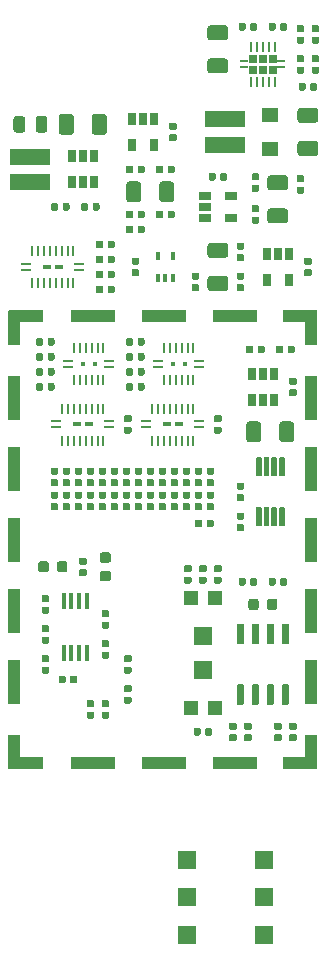
<source format=gbr>
%TF.GenerationSoftware,KiCad,Pcbnew,(5.1.5)-3*%
%TF.CreationDate,2020-11-01T10:25:43+01:00*%
%TF.ProjectId,PmodADC,506d6f64-4144-4432-9e6b-696361645f70,v0.2*%
%TF.SameCoordinates,Original*%
%TF.FileFunction,Paste,Top*%
%TF.FilePolarity,Positive*%
%FSLAX46Y46*%
G04 Gerber Fmt 4.6, Leading zero omitted, Abs format (unit mm)*
G04 Created by KiCad (PCBNEW (5.1.5)-3) date 2020-11-01 10:25:43*
%MOMM*%
%LPD*%
G04 APERTURE LIST*
%ADD10C,0.100000*%
%ADD11R,0.650000X0.400000*%
%ADD12R,0.950000X0.240000*%
%ADD13R,0.240000X0.950000*%
%ADD14R,0.450000X1.450000*%
%ADD15R,0.400000X0.650000*%
%ADD16R,0.650000X1.060000*%
%ADD17R,1.060000X0.650000*%
%ADD18R,0.640000X0.640000*%
%ADD19R,0.700000X0.280000*%
%ADD20R,0.280000X0.850000*%
%ADD21R,0.400000X0.400000*%
%ADD22R,1.200000X1.200000*%
%ADD23R,1.600000X1.500000*%
%ADD24R,3.400000X1.350000*%
%ADD25R,1.500000X1.500000*%
%ADD26R,1.000000X3.800000*%
%ADD27R,1.000000X3.000000*%
%ADD28R,3.000000X1.000000*%
%ADD29R,3.800000X1.000000*%
%ADD30R,1.400000X1.300000*%
G04 APERTURE END LIST*
D10*
%TO.C,R35*%
G36*
X-123513042Y-32065710D02*
G01*
X-123498724Y-32067834D01*
X-123484683Y-32071351D01*
X-123471054Y-32076228D01*
X-123457969Y-32082417D01*
X-123445553Y-32089858D01*
X-123433927Y-32098481D01*
X-123423202Y-32108202D01*
X-123413481Y-32118927D01*
X-123404858Y-32130553D01*
X-123397417Y-32142969D01*
X-123391228Y-32156054D01*
X-123386351Y-32169683D01*
X-123382834Y-32183724D01*
X-123380710Y-32198042D01*
X-123380000Y-32212500D01*
X-123380000Y-32557500D01*
X-123380710Y-32571958D01*
X-123382834Y-32586276D01*
X-123386351Y-32600317D01*
X-123391228Y-32613946D01*
X-123397417Y-32627031D01*
X-123404858Y-32639447D01*
X-123413481Y-32651073D01*
X-123423202Y-32661798D01*
X-123433927Y-32671519D01*
X-123445553Y-32680142D01*
X-123457969Y-32687583D01*
X-123471054Y-32693772D01*
X-123484683Y-32698649D01*
X-123498724Y-32702166D01*
X-123513042Y-32704290D01*
X-123527500Y-32705000D01*
X-123822500Y-32705000D01*
X-123836958Y-32704290D01*
X-123851276Y-32702166D01*
X-123865317Y-32698649D01*
X-123878946Y-32693772D01*
X-123892031Y-32687583D01*
X-123904447Y-32680142D01*
X-123916073Y-32671519D01*
X-123926798Y-32661798D01*
X-123936519Y-32651073D01*
X-123945142Y-32639447D01*
X-123952583Y-32627031D01*
X-123958772Y-32613946D01*
X-123963649Y-32600317D01*
X-123967166Y-32586276D01*
X-123969290Y-32571958D01*
X-123970000Y-32557500D01*
X-123970000Y-32212500D01*
X-123969290Y-32198042D01*
X-123967166Y-32183724D01*
X-123963649Y-32169683D01*
X-123958772Y-32156054D01*
X-123952583Y-32142969D01*
X-123945142Y-32130553D01*
X-123936519Y-32118927D01*
X-123926798Y-32108202D01*
X-123916073Y-32098481D01*
X-123904447Y-32089858D01*
X-123892031Y-32082417D01*
X-123878946Y-32076228D01*
X-123865317Y-32071351D01*
X-123851276Y-32067834D01*
X-123836958Y-32065710D01*
X-123822500Y-32065000D01*
X-123527500Y-32065000D01*
X-123513042Y-32065710D01*
G37*
G36*
X-122543042Y-32065710D02*
G01*
X-122528724Y-32067834D01*
X-122514683Y-32071351D01*
X-122501054Y-32076228D01*
X-122487969Y-32082417D01*
X-122475553Y-32089858D01*
X-122463927Y-32098481D01*
X-122453202Y-32108202D01*
X-122443481Y-32118927D01*
X-122434858Y-32130553D01*
X-122427417Y-32142969D01*
X-122421228Y-32156054D01*
X-122416351Y-32169683D01*
X-122412834Y-32183724D01*
X-122410710Y-32198042D01*
X-122410000Y-32212500D01*
X-122410000Y-32557500D01*
X-122410710Y-32571958D01*
X-122412834Y-32586276D01*
X-122416351Y-32600317D01*
X-122421228Y-32613946D01*
X-122427417Y-32627031D01*
X-122434858Y-32639447D01*
X-122443481Y-32651073D01*
X-122453202Y-32661798D01*
X-122463927Y-32671519D01*
X-122475553Y-32680142D01*
X-122487969Y-32687583D01*
X-122501054Y-32693772D01*
X-122514683Y-32698649D01*
X-122528724Y-32702166D01*
X-122543042Y-32704290D01*
X-122557500Y-32705000D01*
X-122852500Y-32705000D01*
X-122866958Y-32704290D01*
X-122881276Y-32702166D01*
X-122895317Y-32698649D01*
X-122908946Y-32693772D01*
X-122922031Y-32687583D01*
X-122934447Y-32680142D01*
X-122946073Y-32671519D01*
X-122956798Y-32661798D01*
X-122966519Y-32651073D01*
X-122975142Y-32639447D01*
X-122982583Y-32627031D01*
X-122988772Y-32613946D01*
X-122993649Y-32600317D01*
X-122997166Y-32586276D01*
X-122999290Y-32571958D01*
X-123000000Y-32557500D01*
X-123000000Y-32212500D01*
X-122999290Y-32198042D01*
X-122997166Y-32183724D01*
X-122993649Y-32169683D01*
X-122988772Y-32156054D01*
X-122982583Y-32142969D01*
X-122975142Y-32130553D01*
X-122966519Y-32118927D01*
X-122956798Y-32108202D01*
X-122946073Y-32098481D01*
X-122934447Y-32089858D01*
X-122922031Y-32082417D01*
X-122908946Y-32076228D01*
X-122895317Y-32071351D01*
X-122881276Y-32067834D01*
X-122866958Y-32065710D01*
X-122852500Y-32065000D01*
X-122557500Y-32065000D01*
X-122543042Y-32065710D01*
G37*
%TD*%
%TO.C,R41*%
G36*
X-130623042Y-73515710D02*
G01*
X-130608724Y-73517834D01*
X-130594683Y-73521351D01*
X-130581054Y-73526228D01*
X-130567969Y-73532417D01*
X-130555553Y-73539858D01*
X-130543927Y-73548481D01*
X-130533202Y-73558202D01*
X-130523481Y-73568927D01*
X-130514858Y-73580553D01*
X-130507417Y-73592969D01*
X-130501228Y-73606054D01*
X-130496351Y-73619683D01*
X-130492834Y-73633724D01*
X-130490710Y-73648042D01*
X-130490000Y-73662500D01*
X-130490000Y-73957500D01*
X-130490710Y-73971958D01*
X-130492834Y-73986276D01*
X-130496351Y-74000317D01*
X-130501228Y-74013946D01*
X-130507417Y-74027031D01*
X-130514858Y-74039447D01*
X-130523481Y-74051073D01*
X-130533202Y-74061798D01*
X-130543927Y-74071519D01*
X-130555553Y-74080142D01*
X-130567969Y-74087583D01*
X-130581054Y-74093772D01*
X-130594683Y-74098649D01*
X-130608724Y-74102166D01*
X-130623042Y-74104290D01*
X-130637500Y-74105000D01*
X-130982500Y-74105000D01*
X-130996958Y-74104290D01*
X-131011276Y-74102166D01*
X-131025317Y-74098649D01*
X-131038946Y-74093772D01*
X-131052031Y-74087583D01*
X-131064447Y-74080142D01*
X-131076073Y-74071519D01*
X-131086798Y-74061798D01*
X-131096519Y-74051073D01*
X-131105142Y-74039447D01*
X-131112583Y-74027031D01*
X-131118772Y-74013946D01*
X-131123649Y-74000317D01*
X-131127166Y-73986276D01*
X-131129290Y-73971958D01*
X-131130000Y-73957500D01*
X-131130000Y-73662500D01*
X-131129290Y-73648042D01*
X-131127166Y-73633724D01*
X-131123649Y-73619683D01*
X-131118772Y-73606054D01*
X-131112583Y-73592969D01*
X-131105142Y-73580553D01*
X-131096519Y-73568927D01*
X-131086798Y-73558202D01*
X-131076073Y-73548481D01*
X-131064447Y-73539858D01*
X-131052031Y-73532417D01*
X-131038946Y-73526228D01*
X-131025317Y-73521351D01*
X-131011276Y-73517834D01*
X-130996958Y-73515710D01*
X-130982500Y-73515000D01*
X-130637500Y-73515000D01*
X-130623042Y-73515710D01*
G37*
G36*
X-130623042Y-74485710D02*
G01*
X-130608724Y-74487834D01*
X-130594683Y-74491351D01*
X-130581054Y-74496228D01*
X-130567969Y-74502417D01*
X-130555553Y-74509858D01*
X-130543927Y-74518481D01*
X-130533202Y-74528202D01*
X-130523481Y-74538927D01*
X-130514858Y-74550553D01*
X-130507417Y-74562969D01*
X-130501228Y-74576054D01*
X-130496351Y-74589683D01*
X-130492834Y-74603724D01*
X-130490710Y-74618042D01*
X-130490000Y-74632500D01*
X-130490000Y-74927500D01*
X-130490710Y-74941958D01*
X-130492834Y-74956276D01*
X-130496351Y-74970317D01*
X-130501228Y-74983946D01*
X-130507417Y-74997031D01*
X-130514858Y-75009447D01*
X-130523481Y-75021073D01*
X-130533202Y-75031798D01*
X-130543927Y-75041519D01*
X-130555553Y-75050142D01*
X-130567969Y-75057583D01*
X-130581054Y-75063772D01*
X-130594683Y-75068649D01*
X-130608724Y-75072166D01*
X-130623042Y-75074290D01*
X-130637500Y-75075000D01*
X-130982500Y-75075000D01*
X-130996958Y-75074290D01*
X-131011276Y-75072166D01*
X-131025317Y-75068649D01*
X-131038946Y-75063772D01*
X-131052031Y-75057583D01*
X-131064447Y-75050142D01*
X-131076073Y-75041519D01*
X-131086798Y-75031798D01*
X-131096519Y-75021073D01*
X-131105142Y-75009447D01*
X-131112583Y-74997031D01*
X-131118772Y-74983946D01*
X-131123649Y-74970317D01*
X-131127166Y-74956276D01*
X-131129290Y-74941958D01*
X-131130000Y-74927500D01*
X-131130000Y-74632500D01*
X-131129290Y-74618042D01*
X-131127166Y-74603724D01*
X-131123649Y-74589683D01*
X-131118772Y-74576054D01*
X-131112583Y-74562969D01*
X-131105142Y-74550553D01*
X-131096519Y-74538927D01*
X-131086798Y-74528202D01*
X-131076073Y-74518481D01*
X-131064447Y-74509858D01*
X-131052031Y-74502417D01*
X-131038946Y-74496228D01*
X-131025317Y-74491351D01*
X-131011276Y-74487834D01*
X-130996958Y-74485710D01*
X-130982500Y-74485000D01*
X-130637500Y-74485000D01*
X-130623042Y-74485710D01*
G37*
%TD*%
%TO.C,FB3*%
G36*
X-131133042Y-50480710D02*
G01*
X-131118724Y-50482834D01*
X-131104683Y-50486351D01*
X-131091054Y-50491228D01*
X-131077969Y-50497417D01*
X-131065553Y-50504858D01*
X-131053927Y-50513481D01*
X-131043202Y-50523202D01*
X-131033481Y-50533927D01*
X-131024858Y-50545553D01*
X-131017417Y-50557969D01*
X-131011228Y-50571054D01*
X-131006351Y-50584683D01*
X-131002834Y-50598724D01*
X-131000710Y-50613042D01*
X-131000000Y-50627500D01*
X-131000000Y-50972500D01*
X-131000710Y-50986958D01*
X-131002834Y-51001276D01*
X-131006351Y-51015317D01*
X-131011228Y-51028946D01*
X-131017417Y-51042031D01*
X-131024858Y-51054447D01*
X-131033481Y-51066073D01*
X-131043202Y-51076798D01*
X-131053927Y-51086519D01*
X-131065553Y-51095142D01*
X-131077969Y-51102583D01*
X-131091054Y-51108772D01*
X-131104683Y-51113649D01*
X-131118724Y-51117166D01*
X-131133042Y-51119290D01*
X-131147500Y-51120000D01*
X-131442500Y-51120000D01*
X-131456958Y-51119290D01*
X-131471276Y-51117166D01*
X-131485317Y-51113649D01*
X-131498946Y-51108772D01*
X-131512031Y-51102583D01*
X-131524447Y-51095142D01*
X-131536073Y-51086519D01*
X-131546798Y-51076798D01*
X-131556519Y-51066073D01*
X-131565142Y-51054447D01*
X-131572583Y-51042031D01*
X-131578772Y-51028946D01*
X-131583649Y-51015317D01*
X-131587166Y-51001276D01*
X-131589290Y-50986958D01*
X-131590000Y-50972500D01*
X-131590000Y-50627500D01*
X-131589290Y-50613042D01*
X-131587166Y-50598724D01*
X-131583649Y-50584683D01*
X-131578772Y-50571054D01*
X-131572583Y-50557969D01*
X-131565142Y-50545553D01*
X-131556519Y-50533927D01*
X-131546798Y-50523202D01*
X-131536073Y-50513481D01*
X-131524447Y-50504858D01*
X-131512031Y-50497417D01*
X-131498946Y-50491228D01*
X-131485317Y-50486351D01*
X-131471276Y-50482834D01*
X-131456958Y-50480710D01*
X-131442500Y-50480000D01*
X-131147500Y-50480000D01*
X-131133042Y-50480710D01*
G37*
G36*
X-130163042Y-50480710D02*
G01*
X-130148724Y-50482834D01*
X-130134683Y-50486351D01*
X-130121054Y-50491228D01*
X-130107969Y-50497417D01*
X-130095553Y-50504858D01*
X-130083927Y-50513481D01*
X-130073202Y-50523202D01*
X-130063481Y-50533927D01*
X-130054858Y-50545553D01*
X-130047417Y-50557969D01*
X-130041228Y-50571054D01*
X-130036351Y-50584683D01*
X-130032834Y-50598724D01*
X-130030710Y-50613042D01*
X-130030000Y-50627500D01*
X-130030000Y-50972500D01*
X-130030710Y-50986958D01*
X-130032834Y-51001276D01*
X-130036351Y-51015317D01*
X-130041228Y-51028946D01*
X-130047417Y-51042031D01*
X-130054858Y-51054447D01*
X-130063481Y-51066073D01*
X-130073202Y-51076798D01*
X-130083927Y-51086519D01*
X-130095553Y-51095142D01*
X-130107969Y-51102583D01*
X-130121054Y-51108772D01*
X-130134683Y-51113649D01*
X-130148724Y-51117166D01*
X-130163042Y-51119290D01*
X-130177500Y-51120000D01*
X-130472500Y-51120000D01*
X-130486958Y-51119290D01*
X-130501276Y-51117166D01*
X-130515317Y-51113649D01*
X-130528946Y-51108772D01*
X-130542031Y-51102583D01*
X-130554447Y-51095142D01*
X-130566073Y-51086519D01*
X-130576798Y-51076798D01*
X-130586519Y-51066073D01*
X-130595142Y-51054447D01*
X-130602583Y-51042031D01*
X-130608772Y-51028946D01*
X-130613649Y-51015317D01*
X-130617166Y-51001276D01*
X-130619290Y-50986958D01*
X-130620000Y-50972500D01*
X-130620000Y-50627500D01*
X-130619290Y-50613042D01*
X-130617166Y-50598724D01*
X-130613649Y-50584683D01*
X-130608772Y-50571054D01*
X-130602583Y-50557969D01*
X-130595142Y-50545553D01*
X-130586519Y-50533927D01*
X-130576798Y-50523202D01*
X-130566073Y-50513481D01*
X-130554447Y-50504858D01*
X-130542031Y-50497417D01*
X-130528946Y-50491228D01*
X-130515317Y-50486351D01*
X-130501276Y-50482834D01*
X-130486958Y-50480710D01*
X-130472500Y-50480000D01*
X-130177500Y-50480000D01*
X-130163042Y-50480710D01*
G37*
%TD*%
%TO.C,R72*%
G36*
X-116653042Y-57640710D02*
G01*
X-116638724Y-57642834D01*
X-116624683Y-57646351D01*
X-116611054Y-57651228D01*
X-116597969Y-57657417D01*
X-116585553Y-57664858D01*
X-116573927Y-57673481D01*
X-116563202Y-57683202D01*
X-116553481Y-57693927D01*
X-116544858Y-57705553D01*
X-116537417Y-57717969D01*
X-116531228Y-57731054D01*
X-116526351Y-57744683D01*
X-116522834Y-57758724D01*
X-116520710Y-57773042D01*
X-116520000Y-57787500D01*
X-116520000Y-58082500D01*
X-116520710Y-58096958D01*
X-116522834Y-58111276D01*
X-116526351Y-58125317D01*
X-116531228Y-58138946D01*
X-116537417Y-58152031D01*
X-116544858Y-58164447D01*
X-116553481Y-58176073D01*
X-116563202Y-58186798D01*
X-116573927Y-58196519D01*
X-116585553Y-58205142D01*
X-116597969Y-58212583D01*
X-116611054Y-58218772D01*
X-116624683Y-58223649D01*
X-116638724Y-58227166D01*
X-116653042Y-58229290D01*
X-116667500Y-58230000D01*
X-117012500Y-58230000D01*
X-117026958Y-58229290D01*
X-117041276Y-58227166D01*
X-117055317Y-58223649D01*
X-117068946Y-58218772D01*
X-117082031Y-58212583D01*
X-117094447Y-58205142D01*
X-117106073Y-58196519D01*
X-117116798Y-58186798D01*
X-117126519Y-58176073D01*
X-117135142Y-58164447D01*
X-117142583Y-58152031D01*
X-117148772Y-58138946D01*
X-117153649Y-58125317D01*
X-117157166Y-58111276D01*
X-117159290Y-58096958D01*
X-117160000Y-58082500D01*
X-117160000Y-57787500D01*
X-117159290Y-57773042D01*
X-117157166Y-57758724D01*
X-117153649Y-57744683D01*
X-117148772Y-57731054D01*
X-117142583Y-57717969D01*
X-117135142Y-57705553D01*
X-117126519Y-57693927D01*
X-117116798Y-57683202D01*
X-117106073Y-57673481D01*
X-117094447Y-57664858D01*
X-117082031Y-57657417D01*
X-117068946Y-57651228D01*
X-117055317Y-57646351D01*
X-117041276Y-57642834D01*
X-117026958Y-57640710D01*
X-117012500Y-57640000D01*
X-116667500Y-57640000D01*
X-116653042Y-57640710D01*
G37*
G36*
X-116653042Y-58610710D02*
G01*
X-116638724Y-58612834D01*
X-116624683Y-58616351D01*
X-116611054Y-58621228D01*
X-116597969Y-58627417D01*
X-116585553Y-58634858D01*
X-116573927Y-58643481D01*
X-116563202Y-58653202D01*
X-116553481Y-58663927D01*
X-116544858Y-58675553D01*
X-116537417Y-58687969D01*
X-116531228Y-58701054D01*
X-116526351Y-58714683D01*
X-116522834Y-58728724D01*
X-116520710Y-58743042D01*
X-116520000Y-58757500D01*
X-116520000Y-59052500D01*
X-116520710Y-59066958D01*
X-116522834Y-59081276D01*
X-116526351Y-59095317D01*
X-116531228Y-59108946D01*
X-116537417Y-59122031D01*
X-116544858Y-59134447D01*
X-116553481Y-59146073D01*
X-116563202Y-59156798D01*
X-116573927Y-59166519D01*
X-116585553Y-59175142D01*
X-116597969Y-59182583D01*
X-116611054Y-59188772D01*
X-116624683Y-59193649D01*
X-116638724Y-59197166D01*
X-116653042Y-59199290D01*
X-116667500Y-59200000D01*
X-117012500Y-59200000D01*
X-117026958Y-59199290D01*
X-117041276Y-59197166D01*
X-117055317Y-59193649D01*
X-117068946Y-59188772D01*
X-117082031Y-59182583D01*
X-117094447Y-59175142D01*
X-117106073Y-59166519D01*
X-117116798Y-59156798D01*
X-117126519Y-59146073D01*
X-117135142Y-59134447D01*
X-117142583Y-59122031D01*
X-117148772Y-59108946D01*
X-117153649Y-59095317D01*
X-117157166Y-59081276D01*
X-117159290Y-59066958D01*
X-117160000Y-59052500D01*
X-117160000Y-58757500D01*
X-117159290Y-58743042D01*
X-117157166Y-58728724D01*
X-117153649Y-58714683D01*
X-117148772Y-58701054D01*
X-117142583Y-58687969D01*
X-117135142Y-58675553D01*
X-117126519Y-58663927D01*
X-117116798Y-58653202D01*
X-117106073Y-58643481D01*
X-117094447Y-58634858D01*
X-117082031Y-58627417D01*
X-117068946Y-58621228D01*
X-117055317Y-58616351D01*
X-117041276Y-58612834D01*
X-117026958Y-58610710D01*
X-117012500Y-58610000D01*
X-116667500Y-58610000D01*
X-116653042Y-58610710D01*
G37*
%TD*%
D11*
%TO.C,U20*%
X-129675000Y-40640000D03*
X-130675000Y-40640000D03*
D12*
X-132425000Y-40890000D03*
X-132425000Y-40390000D03*
X-127925000Y-40890000D03*
X-127925000Y-40390000D03*
D13*
X-131925000Y-39315000D03*
X-131425000Y-39315000D03*
X-130925000Y-39315000D03*
X-130425000Y-39315000D03*
X-129925000Y-39315000D03*
X-129425000Y-39315000D03*
X-128925000Y-39315000D03*
X-128425000Y-39315000D03*
X-131925000Y-42015000D03*
X-131425000Y-42015000D03*
X-130925000Y-42015000D03*
X-130425000Y-42015000D03*
X-129925000Y-42015000D03*
X-129425000Y-42015000D03*
X-128925000Y-42015000D03*
X-128425000Y-42015000D03*
%TD*%
D10*
%TO.C,U16*%
G36*
X-114135297Y-70845722D02*
G01*
X-114120736Y-70847882D01*
X-114106457Y-70851459D01*
X-114092597Y-70856418D01*
X-114079290Y-70862712D01*
X-114066664Y-70870280D01*
X-114054841Y-70879048D01*
X-114043934Y-70888934D01*
X-114034048Y-70899841D01*
X-114025280Y-70911664D01*
X-114017712Y-70924290D01*
X-114011418Y-70937597D01*
X-114006459Y-70951457D01*
X-114002882Y-70965736D01*
X-114000722Y-70980297D01*
X-114000000Y-70995000D01*
X-114000000Y-72445000D01*
X-114000722Y-72459703D01*
X-114002882Y-72474264D01*
X-114006459Y-72488543D01*
X-114011418Y-72502403D01*
X-114017712Y-72515710D01*
X-114025280Y-72528336D01*
X-114034048Y-72540159D01*
X-114043934Y-72551066D01*
X-114054841Y-72560952D01*
X-114066664Y-72569720D01*
X-114079290Y-72577288D01*
X-114092597Y-72583582D01*
X-114106457Y-72588541D01*
X-114120736Y-72592118D01*
X-114135297Y-72594278D01*
X-114150000Y-72595000D01*
X-114450000Y-72595000D01*
X-114464703Y-72594278D01*
X-114479264Y-72592118D01*
X-114493543Y-72588541D01*
X-114507403Y-72583582D01*
X-114520710Y-72577288D01*
X-114533336Y-72569720D01*
X-114545159Y-72560952D01*
X-114556066Y-72551066D01*
X-114565952Y-72540159D01*
X-114574720Y-72528336D01*
X-114582288Y-72515710D01*
X-114588582Y-72502403D01*
X-114593541Y-72488543D01*
X-114597118Y-72474264D01*
X-114599278Y-72459703D01*
X-114600000Y-72445000D01*
X-114600000Y-70995000D01*
X-114599278Y-70980297D01*
X-114597118Y-70965736D01*
X-114593541Y-70951457D01*
X-114588582Y-70937597D01*
X-114582288Y-70924290D01*
X-114574720Y-70911664D01*
X-114565952Y-70899841D01*
X-114556066Y-70888934D01*
X-114545159Y-70879048D01*
X-114533336Y-70870280D01*
X-114520710Y-70862712D01*
X-114507403Y-70856418D01*
X-114493543Y-70851459D01*
X-114479264Y-70847882D01*
X-114464703Y-70845722D01*
X-114450000Y-70845000D01*
X-114150000Y-70845000D01*
X-114135297Y-70845722D01*
G37*
G36*
X-112865297Y-70845722D02*
G01*
X-112850736Y-70847882D01*
X-112836457Y-70851459D01*
X-112822597Y-70856418D01*
X-112809290Y-70862712D01*
X-112796664Y-70870280D01*
X-112784841Y-70879048D01*
X-112773934Y-70888934D01*
X-112764048Y-70899841D01*
X-112755280Y-70911664D01*
X-112747712Y-70924290D01*
X-112741418Y-70937597D01*
X-112736459Y-70951457D01*
X-112732882Y-70965736D01*
X-112730722Y-70980297D01*
X-112730000Y-70995000D01*
X-112730000Y-72445000D01*
X-112730722Y-72459703D01*
X-112732882Y-72474264D01*
X-112736459Y-72488543D01*
X-112741418Y-72502403D01*
X-112747712Y-72515710D01*
X-112755280Y-72528336D01*
X-112764048Y-72540159D01*
X-112773934Y-72551066D01*
X-112784841Y-72560952D01*
X-112796664Y-72569720D01*
X-112809290Y-72577288D01*
X-112822597Y-72583582D01*
X-112836457Y-72588541D01*
X-112850736Y-72592118D01*
X-112865297Y-72594278D01*
X-112880000Y-72595000D01*
X-113180000Y-72595000D01*
X-113194703Y-72594278D01*
X-113209264Y-72592118D01*
X-113223543Y-72588541D01*
X-113237403Y-72583582D01*
X-113250710Y-72577288D01*
X-113263336Y-72569720D01*
X-113275159Y-72560952D01*
X-113286066Y-72551066D01*
X-113295952Y-72540159D01*
X-113304720Y-72528336D01*
X-113312288Y-72515710D01*
X-113318582Y-72502403D01*
X-113323541Y-72488543D01*
X-113327118Y-72474264D01*
X-113329278Y-72459703D01*
X-113330000Y-72445000D01*
X-113330000Y-70995000D01*
X-113329278Y-70980297D01*
X-113327118Y-70965736D01*
X-113323541Y-70951457D01*
X-113318582Y-70937597D01*
X-113312288Y-70924290D01*
X-113304720Y-70911664D01*
X-113295952Y-70899841D01*
X-113286066Y-70888934D01*
X-113275159Y-70879048D01*
X-113263336Y-70870280D01*
X-113250710Y-70862712D01*
X-113237403Y-70856418D01*
X-113223543Y-70851459D01*
X-113209264Y-70847882D01*
X-113194703Y-70845722D01*
X-113180000Y-70845000D01*
X-112880000Y-70845000D01*
X-112865297Y-70845722D01*
G37*
G36*
X-111595297Y-70845722D02*
G01*
X-111580736Y-70847882D01*
X-111566457Y-70851459D01*
X-111552597Y-70856418D01*
X-111539290Y-70862712D01*
X-111526664Y-70870280D01*
X-111514841Y-70879048D01*
X-111503934Y-70888934D01*
X-111494048Y-70899841D01*
X-111485280Y-70911664D01*
X-111477712Y-70924290D01*
X-111471418Y-70937597D01*
X-111466459Y-70951457D01*
X-111462882Y-70965736D01*
X-111460722Y-70980297D01*
X-111460000Y-70995000D01*
X-111460000Y-72445000D01*
X-111460722Y-72459703D01*
X-111462882Y-72474264D01*
X-111466459Y-72488543D01*
X-111471418Y-72502403D01*
X-111477712Y-72515710D01*
X-111485280Y-72528336D01*
X-111494048Y-72540159D01*
X-111503934Y-72551066D01*
X-111514841Y-72560952D01*
X-111526664Y-72569720D01*
X-111539290Y-72577288D01*
X-111552597Y-72583582D01*
X-111566457Y-72588541D01*
X-111580736Y-72592118D01*
X-111595297Y-72594278D01*
X-111610000Y-72595000D01*
X-111910000Y-72595000D01*
X-111924703Y-72594278D01*
X-111939264Y-72592118D01*
X-111953543Y-72588541D01*
X-111967403Y-72583582D01*
X-111980710Y-72577288D01*
X-111993336Y-72569720D01*
X-112005159Y-72560952D01*
X-112016066Y-72551066D01*
X-112025952Y-72540159D01*
X-112034720Y-72528336D01*
X-112042288Y-72515710D01*
X-112048582Y-72502403D01*
X-112053541Y-72488543D01*
X-112057118Y-72474264D01*
X-112059278Y-72459703D01*
X-112060000Y-72445000D01*
X-112060000Y-70995000D01*
X-112059278Y-70980297D01*
X-112057118Y-70965736D01*
X-112053541Y-70951457D01*
X-112048582Y-70937597D01*
X-112042288Y-70924290D01*
X-112034720Y-70911664D01*
X-112025952Y-70899841D01*
X-112016066Y-70888934D01*
X-112005159Y-70879048D01*
X-111993336Y-70870280D01*
X-111980710Y-70862712D01*
X-111967403Y-70856418D01*
X-111953543Y-70851459D01*
X-111939264Y-70847882D01*
X-111924703Y-70845722D01*
X-111910000Y-70845000D01*
X-111610000Y-70845000D01*
X-111595297Y-70845722D01*
G37*
G36*
X-110325297Y-70845722D02*
G01*
X-110310736Y-70847882D01*
X-110296457Y-70851459D01*
X-110282597Y-70856418D01*
X-110269290Y-70862712D01*
X-110256664Y-70870280D01*
X-110244841Y-70879048D01*
X-110233934Y-70888934D01*
X-110224048Y-70899841D01*
X-110215280Y-70911664D01*
X-110207712Y-70924290D01*
X-110201418Y-70937597D01*
X-110196459Y-70951457D01*
X-110192882Y-70965736D01*
X-110190722Y-70980297D01*
X-110190000Y-70995000D01*
X-110190000Y-72445000D01*
X-110190722Y-72459703D01*
X-110192882Y-72474264D01*
X-110196459Y-72488543D01*
X-110201418Y-72502403D01*
X-110207712Y-72515710D01*
X-110215280Y-72528336D01*
X-110224048Y-72540159D01*
X-110233934Y-72551066D01*
X-110244841Y-72560952D01*
X-110256664Y-72569720D01*
X-110269290Y-72577288D01*
X-110282597Y-72583582D01*
X-110296457Y-72588541D01*
X-110310736Y-72592118D01*
X-110325297Y-72594278D01*
X-110340000Y-72595000D01*
X-110640000Y-72595000D01*
X-110654703Y-72594278D01*
X-110669264Y-72592118D01*
X-110683543Y-72588541D01*
X-110697403Y-72583582D01*
X-110710710Y-72577288D01*
X-110723336Y-72569720D01*
X-110735159Y-72560952D01*
X-110746066Y-72551066D01*
X-110755952Y-72540159D01*
X-110764720Y-72528336D01*
X-110772288Y-72515710D01*
X-110778582Y-72502403D01*
X-110783541Y-72488543D01*
X-110787118Y-72474264D01*
X-110789278Y-72459703D01*
X-110790000Y-72445000D01*
X-110790000Y-70995000D01*
X-110789278Y-70980297D01*
X-110787118Y-70965736D01*
X-110783541Y-70951457D01*
X-110778582Y-70937597D01*
X-110772288Y-70924290D01*
X-110764720Y-70911664D01*
X-110755952Y-70899841D01*
X-110746066Y-70888934D01*
X-110735159Y-70879048D01*
X-110723336Y-70870280D01*
X-110710710Y-70862712D01*
X-110697403Y-70856418D01*
X-110683543Y-70851459D01*
X-110669264Y-70847882D01*
X-110654703Y-70845722D01*
X-110640000Y-70845000D01*
X-110340000Y-70845000D01*
X-110325297Y-70845722D01*
G37*
G36*
X-110325297Y-75995722D02*
G01*
X-110310736Y-75997882D01*
X-110296457Y-76001459D01*
X-110282597Y-76006418D01*
X-110269290Y-76012712D01*
X-110256664Y-76020280D01*
X-110244841Y-76029048D01*
X-110233934Y-76038934D01*
X-110224048Y-76049841D01*
X-110215280Y-76061664D01*
X-110207712Y-76074290D01*
X-110201418Y-76087597D01*
X-110196459Y-76101457D01*
X-110192882Y-76115736D01*
X-110190722Y-76130297D01*
X-110190000Y-76145000D01*
X-110190000Y-77595000D01*
X-110190722Y-77609703D01*
X-110192882Y-77624264D01*
X-110196459Y-77638543D01*
X-110201418Y-77652403D01*
X-110207712Y-77665710D01*
X-110215280Y-77678336D01*
X-110224048Y-77690159D01*
X-110233934Y-77701066D01*
X-110244841Y-77710952D01*
X-110256664Y-77719720D01*
X-110269290Y-77727288D01*
X-110282597Y-77733582D01*
X-110296457Y-77738541D01*
X-110310736Y-77742118D01*
X-110325297Y-77744278D01*
X-110340000Y-77745000D01*
X-110640000Y-77745000D01*
X-110654703Y-77744278D01*
X-110669264Y-77742118D01*
X-110683543Y-77738541D01*
X-110697403Y-77733582D01*
X-110710710Y-77727288D01*
X-110723336Y-77719720D01*
X-110735159Y-77710952D01*
X-110746066Y-77701066D01*
X-110755952Y-77690159D01*
X-110764720Y-77678336D01*
X-110772288Y-77665710D01*
X-110778582Y-77652403D01*
X-110783541Y-77638543D01*
X-110787118Y-77624264D01*
X-110789278Y-77609703D01*
X-110790000Y-77595000D01*
X-110790000Y-76145000D01*
X-110789278Y-76130297D01*
X-110787118Y-76115736D01*
X-110783541Y-76101457D01*
X-110778582Y-76087597D01*
X-110772288Y-76074290D01*
X-110764720Y-76061664D01*
X-110755952Y-76049841D01*
X-110746066Y-76038934D01*
X-110735159Y-76029048D01*
X-110723336Y-76020280D01*
X-110710710Y-76012712D01*
X-110697403Y-76006418D01*
X-110683543Y-76001459D01*
X-110669264Y-75997882D01*
X-110654703Y-75995722D01*
X-110640000Y-75995000D01*
X-110340000Y-75995000D01*
X-110325297Y-75995722D01*
G37*
G36*
X-111595297Y-75995722D02*
G01*
X-111580736Y-75997882D01*
X-111566457Y-76001459D01*
X-111552597Y-76006418D01*
X-111539290Y-76012712D01*
X-111526664Y-76020280D01*
X-111514841Y-76029048D01*
X-111503934Y-76038934D01*
X-111494048Y-76049841D01*
X-111485280Y-76061664D01*
X-111477712Y-76074290D01*
X-111471418Y-76087597D01*
X-111466459Y-76101457D01*
X-111462882Y-76115736D01*
X-111460722Y-76130297D01*
X-111460000Y-76145000D01*
X-111460000Y-77595000D01*
X-111460722Y-77609703D01*
X-111462882Y-77624264D01*
X-111466459Y-77638543D01*
X-111471418Y-77652403D01*
X-111477712Y-77665710D01*
X-111485280Y-77678336D01*
X-111494048Y-77690159D01*
X-111503934Y-77701066D01*
X-111514841Y-77710952D01*
X-111526664Y-77719720D01*
X-111539290Y-77727288D01*
X-111552597Y-77733582D01*
X-111566457Y-77738541D01*
X-111580736Y-77742118D01*
X-111595297Y-77744278D01*
X-111610000Y-77745000D01*
X-111910000Y-77745000D01*
X-111924703Y-77744278D01*
X-111939264Y-77742118D01*
X-111953543Y-77738541D01*
X-111967403Y-77733582D01*
X-111980710Y-77727288D01*
X-111993336Y-77719720D01*
X-112005159Y-77710952D01*
X-112016066Y-77701066D01*
X-112025952Y-77690159D01*
X-112034720Y-77678336D01*
X-112042288Y-77665710D01*
X-112048582Y-77652403D01*
X-112053541Y-77638543D01*
X-112057118Y-77624264D01*
X-112059278Y-77609703D01*
X-112060000Y-77595000D01*
X-112060000Y-76145000D01*
X-112059278Y-76130297D01*
X-112057118Y-76115736D01*
X-112053541Y-76101457D01*
X-112048582Y-76087597D01*
X-112042288Y-76074290D01*
X-112034720Y-76061664D01*
X-112025952Y-76049841D01*
X-112016066Y-76038934D01*
X-112005159Y-76029048D01*
X-111993336Y-76020280D01*
X-111980710Y-76012712D01*
X-111967403Y-76006418D01*
X-111953543Y-76001459D01*
X-111939264Y-75997882D01*
X-111924703Y-75995722D01*
X-111910000Y-75995000D01*
X-111610000Y-75995000D01*
X-111595297Y-75995722D01*
G37*
G36*
X-112865297Y-75995722D02*
G01*
X-112850736Y-75997882D01*
X-112836457Y-76001459D01*
X-112822597Y-76006418D01*
X-112809290Y-76012712D01*
X-112796664Y-76020280D01*
X-112784841Y-76029048D01*
X-112773934Y-76038934D01*
X-112764048Y-76049841D01*
X-112755280Y-76061664D01*
X-112747712Y-76074290D01*
X-112741418Y-76087597D01*
X-112736459Y-76101457D01*
X-112732882Y-76115736D01*
X-112730722Y-76130297D01*
X-112730000Y-76145000D01*
X-112730000Y-77595000D01*
X-112730722Y-77609703D01*
X-112732882Y-77624264D01*
X-112736459Y-77638543D01*
X-112741418Y-77652403D01*
X-112747712Y-77665710D01*
X-112755280Y-77678336D01*
X-112764048Y-77690159D01*
X-112773934Y-77701066D01*
X-112784841Y-77710952D01*
X-112796664Y-77719720D01*
X-112809290Y-77727288D01*
X-112822597Y-77733582D01*
X-112836457Y-77738541D01*
X-112850736Y-77742118D01*
X-112865297Y-77744278D01*
X-112880000Y-77745000D01*
X-113180000Y-77745000D01*
X-113194703Y-77744278D01*
X-113209264Y-77742118D01*
X-113223543Y-77738541D01*
X-113237403Y-77733582D01*
X-113250710Y-77727288D01*
X-113263336Y-77719720D01*
X-113275159Y-77710952D01*
X-113286066Y-77701066D01*
X-113295952Y-77690159D01*
X-113304720Y-77678336D01*
X-113312288Y-77665710D01*
X-113318582Y-77652403D01*
X-113323541Y-77638543D01*
X-113327118Y-77624264D01*
X-113329278Y-77609703D01*
X-113330000Y-77595000D01*
X-113330000Y-76145000D01*
X-113329278Y-76130297D01*
X-113327118Y-76115736D01*
X-113323541Y-76101457D01*
X-113318582Y-76087597D01*
X-113312288Y-76074290D01*
X-113304720Y-76061664D01*
X-113295952Y-76049841D01*
X-113286066Y-76038934D01*
X-113275159Y-76029048D01*
X-113263336Y-76020280D01*
X-113250710Y-76012712D01*
X-113237403Y-76006418D01*
X-113223543Y-76001459D01*
X-113209264Y-75997882D01*
X-113194703Y-75995722D01*
X-113180000Y-75995000D01*
X-112880000Y-75995000D01*
X-112865297Y-75995722D01*
G37*
G36*
X-114135297Y-75995722D02*
G01*
X-114120736Y-75997882D01*
X-114106457Y-76001459D01*
X-114092597Y-76006418D01*
X-114079290Y-76012712D01*
X-114066664Y-76020280D01*
X-114054841Y-76029048D01*
X-114043934Y-76038934D01*
X-114034048Y-76049841D01*
X-114025280Y-76061664D01*
X-114017712Y-76074290D01*
X-114011418Y-76087597D01*
X-114006459Y-76101457D01*
X-114002882Y-76115736D01*
X-114000722Y-76130297D01*
X-114000000Y-76145000D01*
X-114000000Y-77595000D01*
X-114000722Y-77609703D01*
X-114002882Y-77624264D01*
X-114006459Y-77638543D01*
X-114011418Y-77652403D01*
X-114017712Y-77665710D01*
X-114025280Y-77678336D01*
X-114034048Y-77690159D01*
X-114043934Y-77701066D01*
X-114054841Y-77710952D01*
X-114066664Y-77719720D01*
X-114079290Y-77727288D01*
X-114092597Y-77733582D01*
X-114106457Y-77738541D01*
X-114120736Y-77742118D01*
X-114135297Y-77744278D01*
X-114150000Y-77745000D01*
X-114450000Y-77745000D01*
X-114464703Y-77744278D01*
X-114479264Y-77742118D01*
X-114493543Y-77738541D01*
X-114507403Y-77733582D01*
X-114520710Y-77727288D01*
X-114533336Y-77719720D01*
X-114545159Y-77710952D01*
X-114556066Y-77701066D01*
X-114565952Y-77690159D01*
X-114574720Y-77678336D01*
X-114582288Y-77665710D01*
X-114588582Y-77652403D01*
X-114593541Y-77638543D01*
X-114597118Y-77624264D01*
X-114599278Y-77609703D01*
X-114600000Y-77595000D01*
X-114600000Y-76145000D01*
X-114599278Y-76130297D01*
X-114597118Y-76115736D01*
X-114593541Y-76101457D01*
X-114588582Y-76087597D01*
X-114582288Y-76074290D01*
X-114574720Y-76061664D01*
X-114565952Y-76049841D01*
X-114556066Y-76038934D01*
X-114545159Y-76029048D01*
X-114533336Y-76020280D01*
X-114520710Y-76012712D01*
X-114507403Y-76006418D01*
X-114493543Y-76001459D01*
X-114479264Y-75997882D01*
X-114464703Y-75995722D01*
X-114450000Y-75995000D01*
X-114150000Y-75995000D01*
X-114135297Y-75995722D01*
G37*
%TD*%
%TO.C,U13*%
G36*
X-112597748Y-56765602D02*
G01*
X-112585614Y-56767402D01*
X-112573714Y-56770382D01*
X-112562165Y-56774515D01*
X-112551075Y-56779760D01*
X-112540554Y-56786066D01*
X-112530701Y-56793374D01*
X-112521612Y-56801612D01*
X-112513374Y-56810701D01*
X-112506066Y-56820554D01*
X-112499760Y-56831075D01*
X-112494515Y-56842165D01*
X-112490382Y-56853714D01*
X-112487402Y-56865614D01*
X-112485602Y-56877748D01*
X-112485000Y-56890000D01*
X-112485000Y-58265000D01*
X-112485602Y-58277252D01*
X-112487402Y-58289386D01*
X-112490382Y-58301286D01*
X-112494515Y-58312835D01*
X-112499760Y-58323925D01*
X-112506066Y-58334446D01*
X-112513374Y-58344299D01*
X-112521612Y-58353388D01*
X-112530701Y-58361626D01*
X-112540554Y-58368934D01*
X-112551075Y-58375240D01*
X-112562165Y-58380485D01*
X-112573714Y-58384618D01*
X-112585614Y-58387598D01*
X-112597748Y-58389398D01*
X-112610000Y-58390000D01*
X-112860000Y-58390000D01*
X-112872252Y-58389398D01*
X-112884386Y-58387598D01*
X-112896286Y-58384618D01*
X-112907835Y-58380485D01*
X-112918925Y-58375240D01*
X-112929446Y-58368934D01*
X-112939299Y-58361626D01*
X-112948388Y-58353388D01*
X-112956626Y-58344299D01*
X-112963934Y-58334446D01*
X-112970240Y-58323925D01*
X-112975485Y-58312835D01*
X-112979618Y-58301286D01*
X-112982598Y-58289386D01*
X-112984398Y-58277252D01*
X-112985000Y-58265000D01*
X-112985000Y-56890000D01*
X-112984398Y-56877748D01*
X-112982598Y-56865614D01*
X-112979618Y-56853714D01*
X-112975485Y-56842165D01*
X-112970240Y-56831075D01*
X-112963934Y-56820554D01*
X-112956626Y-56810701D01*
X-112948388Y-56801612D01*
X-112939299Y-56793374D01*
X-112929446Y-56786066D01*
X-112918925Y-56779760D01*
X-112907835Y-56774515D01*
X-112896286Y-56770382D01*
X-112884386Y-56767402D01*
X-112872252Y-56765602D01*
X-112860000Y-56765000D01*
X-112610000Y-56765000D01*
X-112597748Y-56765602D01*
G37*
G36*
X-111947748Y-56765602D02*
G01*
X-111935614Y-56767402D01*
X-111923714Y-56770382D01*
X-111912165Y-56774515D01*
X-111901075Y-56779760D01*
X-111890554Y-56786066D01*
X-111880701Y-56793374D01*
X-111871612Y-56801612D01*
X-111863374Y-56810701D01*
X-111856066Y-56820554D01*
X-111849760Y-56831075D01*
X-111844515Y-56842165D01*
X-111840382Y-56853714D01*
X-111837402Y-56865614D01*
X-111835602Y-56877748D01*
X-111835000Y-56890000D01*
X-111835000Y-58265000D01*
X-111835602Y-58277252D01*
X-111837402Y-58289386D01*
X-111840382Y-58301286D01*
X-111844515Y-58312835D01*
X-111849760Y-58323925D01*
X-111856066Y-58334446D01*
X-111863374Y-58344299D01*
X-111871612Y-58353388D01*
X-111880701Y-58361626D01*
X-111890554Y-58368934D01*
X-111901075Y-58375240D01*
X-111912165Y-58380485D01*
X-111923714Y-58384618D01*
X-111935614Y-58387598D01*
X-111947748Y-58389398D01*
X-111960000Y-58390000D01*
X-112210000Y-58390000D01*
X-112222252Y-58389398D01*
X-112234386Y-58387598D01*
X-112246286Y-58384618D01*
X-112257835Y-58380485D01*
X-112268925Y-58375240D01*
X-112279446Y-58368934D01*
X-112289299Y-58361626D01*
X-112298388Y-58353388D01*
X-112306626Y-58344299D01*
X-112313934Y-58334446D01*
X-112320240Y-58323925D01*
X-112325485Y-58312835D01*
X-112329618Y-58301286D01*
X-112332598Y-58289386D01*
X-112334398Y-58277252D01*
X-112335000Y-58265000D01*
X-112335000Y-56890000D01*
X-112334398Y-56877748D01*
X-112332598Y-56865614D01*
X-112329618Y-56853714D01*
X-112325485Y-56842165D01*
X-112320240Y-56831075D01*
X-112313934Y-56820554D01*
X-112306626Y-56810701D01*
X-112298388Y-56801612D01*
X-112289299Y-56793374D01*
X-112279446Y-56786066D01*
X-112268925Y-56779760D01*
X-112257835Y-56774515D01*
X-112246286Y-56770382D01*
X-112234386Y-56767402D01*
X-112222252Y-56765602D01*
X-112210000Y-56765000D01*
X-111960000Y-56765000D01*
X-111947748Y-56765602D01*
G37*
G36*
X-111297748Y-56765602D02*
G01*
X-111285614Y-56767402D01*
X-111273714Y-56770382D01*
X-111262165Y-56774515D01*
X-111251075Y-56779760D01*
X-111240554Y-56786066D01*
X-111230701Y-56793374D01*
X-111221612Y-56801612D01*
X-111213374Y-56810701D01*
X-111206066Y-56820554D01*
X-111199760Y-56831075D01*
X-111194515Y-56842165D01*
X-111190382Y-56853714D01*
X-111187402Y-56865614D01*
X-111185602Y-56877748D01*
X-111185000Y-56890000D01*
X-111185000Y-58265000D01*
X-111185602Y-58277252D01*
X-111187402Y-58289386D01*
X-111190382Y-58301286D01*
X-111194515Y-58312835D01*
X-111199760Y-58323925D01*
X-111206066Y-58334446D01*
X-111213374Y-58344299D01*
X-111221612Y-58353388D01*
X-111230701Y-58361626D01*
X-111240554Y-58368934D01*
X-111251075Y-58375240D01*
X-111262165Y-58380485D01*
X-111273714Y-58384618D01*
X-111285614Y-58387598D01*
X-111297748Y-58389398D01*
X-111310000Y-58390000D01*
X-111560000Y-58390000D01*
X-111572252Y-58389398D01*
X-111584386Y-58387598D01*
X-111596286Y-58384618D01*
X-111607835Y-58380485D01*
X-111618925Y-58375240D01*
X-111629446Y-58368934D01*
X-111639299Y-58361626D01*
X-111648388Y-58353388D01*
X-111656626Y-58344299D01*
X-111663934Y-58334446D01*
X-111670240Y-58323925D01*
X-111675485Y-58312835D01*
X-111679618Y-58301286D01*
X-111682598Y-58289386D01*
X-111684398Y-58277252D01*
X-111685000Y-58265000D01*
X-111685000Y-56890000D01*
X-111684398Y-56877748D01*
X-111682598Y-56865614D01*
X-111679618Y-56853714D01*
X-111675485Y-56842165D01*
X-111670240Y-56831075D01*
X-111663934Y-56820554D01*
X-111656626Y-56810701D01*
X-111648388Y-56801612D01*
X-111639299Y-56793374D01*
X-111629446Y-56786066D01*
X-111618925Y-56779760D01*
X-111607835Y-56774515D01*
X-111596286Y-56770382D01*
X-111584386Y-56767402D01*
X-111572252Y-56765602D01*
X-111560000Y-56765000D01*
X-111310000Y-56765000D01*
X-111297748Y-56765602D01*
G37*
G36*
X-110647748Y-56765602D02*
G01*
X-110635614Y-56767402D01*
X-110623714Y-56770382D01*
X-110612165Y-56774515D01*
X-110601075Y-56779760D01*
X-110590554Y-56786066D01*
X-110580701Y-56793374D01*
X-110571612Y-56801612D01*
X-110563374Y-56810701D01*
X-110556066Y-56820554D01*
X-110549760Y-56831075D01*
X-110544515Y-56842165D01*
X-110540382Y-56853714D01*
X-110537402Y-56865614D01*
X-110535602Y-56877748D01*
X-110535000Y-56890000D01*
X-110535000Y-58265000D01*
X-110535602Y-58277252D01*
X-110537402Y-58289386D01*
X-110540382Y-58301286D01*
X-110544515Y-58312835D01*
X-110549760Y-58323925D01*
X-110556066Y-58334446D01*
X-110563374Y-58344299D01*
X-110571612Y-58353388D01*
X-110580701Y-58361626D01*
X-110590554Y-58368934D01*
X-110601075Y-58375240D01*
X-110612165Y-58380485D01*
X-110623714Y-58384618D01*
X-110635614Y-58387598D01*
X-110647748Y-58389398D01*
X-110660000Y-58390000D01*
X-110910000Y-58390000D01*
X-110922252Y-58389398D01*
X-110934386Y-58387598D01*
X-110946286Y-58384618D01*
X-110957835Y-58380485D01*
X-110968925Y-58375240D01*
X-110979446Y-58368934D01*
X-110989299Y-58361626D01*
X-110998388Y-58353388D01*
X-111006626Y-58344299D01*
X-111013934Y-58334446D01*
X-111020240Y-58323925D01*
X-111025485Y-58312835D01*
X-111029618Y-58301286D01*
X-111032598Y-58289386D01*
X-111034398Y-58277252D01*
X-111035000Y-58265000D01*
X-111035000Y-56890000D01*
X-111034398Y-56877748D01*
X-111032598Y-56865614D01*
X-111029618Y-56853714D01*
X-111025485Y-56842165D01*
X-111020240Y-56831075D01*
X-111013934Y-56820554D01*
X-111006626Y-56810701D01*
X-110998388Y-56801612D01*
X-110989299Y-56793374D01*
X-110979446Y-56786066D01*
X-110968925Y-56779760D01*
X-110957835Y-56774515D01*
X-110946286Y-56770382D01*
X-110934386Y-56767402D01*
X-110922252Y-56765602D01*
X-110910000Y-56765000D01*
X-110660000Y-56765000D01*
X-110647748Y-56765602D01*
G37*
G36*
X-110647748Y-60990602D02*
G01*
X-110635614Y-60992402D01*
X-110623714Y-60995382D01*
X-110612165Y-60999515D01*
X-110601075Y-61004760D01*
X-110590554Y-61011066D01*
X-110580701Y-61018374D01*
X-110571612Y-61026612D01*
X-110563374Y-61035701D01*
X-110556066Y-61045554D01*
X-110549760Y-61056075D01*
X-110544515Y-61067165D01*
X-110540382Y-61078714D01*
X-110537402Y-61090614D01*
X-110535602Y-61102748D01*
X-110535000Y-61115000D01*
X-110535000Y-62490000D01*
X-110535602Y-62502252D01*
X-110537402Y-62514386D01*
X-110540382Y-62526286D01*
X-110544515Y-62537835D01*
X-110549760Y-62548925D01*
X-110556066Y-62559446D01*
X-110563374Y-62569299D01*
X-110571612Y-62578388D01*
X-110580701Y-62586626D01*
X-110590554Y-62593934D01*
X-110601075Y-62600240D01*
X-110612165Y-62605485D01*
X-110623714Y-62609618D01*
X-110635614Y-62612598D01*
X-110647748Y-62614398D01*
X-110660000Y-62615000D01*
X-110910000Y-62615000D01*
X-110922252Y-62614398D01*
X-110934386Y-62612598D01*
X-110946286Y-62609618D01*
X-110957835Y-62605485D01*
X-110968925Y-62600240D01*
X-110979446Y-62593934D01*
X-110989299Y-62586626D01*
X-110998388Y-62578388D01*
X-111006626Y-62569299D01*
X-111013934Y-62559446D01*
X-111020240Y-62548925D01*
X-111025485Y-62537835D01*
X-111029618Y-62526286D01*
X-111032598Y-62514386D01*
X-111034398Y-62502252D01*
X-111035000Y-62490000D01*
X-111035000Y-61115000D01*
X-111034398Y-61102748D01*
X-111032598Y-61090614D01*
X-111029618Y-61078714D01*
X-111025485Y-61067165D01*
X-111020240Y-61056075D01*
X-111013934Y-61045554D01*
X-111006626Y-61035701D01*
X-110998388Y-61026612D01*
X-110989299Y-61018374D01*
X-110979446Y-61011066D01*
X-110968925Y-61004760D01*
X-110957835Y-60999515D01*
X-110946286Y-60995382D01*
X-110934386Y-60992402D01*
X-110922252Y-60990602D01*
X-110910000Y-60990000D01*
X-110660000Y-60990000D01*
X-110647748Y-60990602D01*
G37*
G36*
X-111297748Y-60990602D02*
G01*
X-111285614Y-60992402D01*
X-111273714Y-60995382D01*
X-111262165Y-60999515D01*
X-111251075Y-61004760D01*
X-111240554Y-61011066D01*
X-111230701Y-61018374D01*
X-111221612Y-61026612D01*
X-111213374Y-61035701D01*
X-111206066Y-61045554D01*
X-111199760Y-61056075D01*
X-111194515Y-61067165D01*
X-111190382Y-61078714D01*
X-111187402Y-61090614D01*
X-111185602Y-61102748D01*
X-111185000Y-61115000D01*
X-111185000Y-62490000D01*
X-111185602Y-62502252D01*
X-111187402Y-62514386D01*
X-111190382Y-62526286D01*
X-111194515Y-62537835D01*
X-111199760Y-62548925D01*
X-111206066Y-62559446D01*
X-111213374Y-62569299D01*
X-111221612Y-62578388D01*
X-111230701Y-62586626D01*
X-111240554Y-62593934D01*
X-111251075Y-62600240D01*
X-111262165Y-62605485D01*
X-111273714Y-62609618D01*
X-111285614Y-62612598D01*
X-111297748Y-62614398D01*
X-111310000Y-62615000D01*
X-111560000Y-62615000D01*
X-111572252Y-62614398D01*
X-111584386Y-62612598D01*
X-111596286Y-62609618D01*
X-111607835Y-62605485D01*
X-111618925Y-62600240D01*
X-111629446Y-62593934D01*
X-111639299Y-62586626D01*
X-111648388Y-62578388D01*
X-111656626Y-62569299D01*
X-111663934Y-62559446D01*
X-111670240Y-62548925D01*
X-111675485Y-62537835D01*
X-111679618Y-62526286D01*
X-111682598Y-62514386D01*
X-111684398Y-62502252D01*
X-111685000Y-62490000D01*
X-111685000Y-61115000D01*
X-111684398Y-61102748D01*
X-111682598Y-61090614D01*
X-111679618Y-61078714D01*
X-111675485Y-61067165D01*
X-111670240Y-61056075D01*
X-111663934Y-61045554D01*
X-111656626Y-61035701D01*
X-111648388Y-61026612D01*
X-111639299Y-61018374D01*
X-111629446Y-61011066D01*
X-111618925Y-61004760D01*
X-111607835Y-60999515D01*
X-111596286Y-60995382D01*
X-111584386Y-60992402D01*
X-111572252Y-60990602D01*
X-111560000Y-60990000D01*
X-111310000Y-60990000D01*
X-111297748Y-60990602D01*
G37*
G36*
X-111947748Y-60990602D02*
G01*
X-111935614Y-60992402D01*
X-111923714Y-60995382D01*
X-111912165Y-60999515D01*
X-111901075Y-61004760D01*
X-111890554Y-61011066D01*
X-111880701Y-61018374D01*
X-111871612Y-61026612D01*
X-111863374Y-61035701D01*
X-111856066Y-61045554D01*
X-111849760Y-61056075D01*
X-111844515Y-61067165D01*
X-111840382Y-61078714D01*
X-111837402Y-61090614D01*
X-111835602Y-61102748D01*
X-111835000Y-61115000D01*
X-111835000Y-62490000D01*
X-111835602Y-62502252D01*
X-111837402Y-62514386D01*
X-111840382Y-62526286D01*
X-111844515Y-62537835D01*
X-111849760Y-62548925D01*
X-111856066Y-62559446D01*
X-111863374Y-62569299D01*
X-111871612Y-62578388D01*
X-111880701Y-62586626D01*
X-111890554Y-62593934D01*
X-111901075Y-62600240D01*
X-111912165Y-62605485D01*
X-111923714Y-62609618D01*
X-111935614Y-62612598D01*
X-111947748Y-62614398D01*
X-111960000Y-62615000D01*
X-112210000Y-62615000D01*
X-112222252Y-62614398D01*
X-112234386Y-62612598D01*
X-112246286Y-62609618D01*
X-112257835Y-62605485D01*
X-112268925Y-62600240D01*
X-112279446Y-62593934D01*
X-112289299Y-62586626D01*
X-112298388Y-62578388D01*
X-112306626Y-62569299D01*
X-112313934Y-62559446D01*
X-112320240Y-62548925D01*
X-112325485Y-62537835D01*
X-112329618Y-62526286D01*
X-112332598Y-62514386D01*
X-112334398Y-62502252D01*
X-112335000Y-62490000D01*
X-112335000Y-61115000D01*
X-112334398Y-61102748D01*
X-112332598Y-61090614D01*
X-112329618Y-61078714D01*
X-112325485Y-61067165D01*
X-112320240Y-61056075D01*
X-112313934Y-61045554D01*
X-112306626Y-61035701D01*
X-112298388Y-61026612D01*
X-112289299Y-61018374D01*
X-112279446Y-61011066D01*
X-112268925Y-61004760D01*
X-112257835Y-60999515D01*
X-112246286Y-60995382D01*
X-112234386Y-60992402D01*
X-112222252Y-60990602D01*
X-112210000Y-60990000D01*
X-111960000Y-60990000D01*
X-111947748Y-60990602D01*
G37*
G36*
X-112597748Y-60990602D02*
G01*
X-112585614Y-60992402D01*
X-112573714Y-60995382D01*
X-112562165Y-60999515D01*
X-112551075Y-61004760D01*
X-112540554Y-61011066D01*
X-112530701Y-61018374D01*
X-112521612Y-61026612D01*
X-112513374Y-61035701D01*
X-112506066Y-61045554D01*
X-112499760Y-61056075D01*
X-112494515Y-61067165D01*
X-112490382Y-61078714D01*
X-112487402Y-61090614D01*
X-112485602Y-61102748D01*
X-112485000Y-61115000D01*
X-112485000Y-62490000D01*
X-112485602Y-62502252D01*
X-112487402Y-62514386D01*
X-112490382Y-62526286D01*
X-112494515Y-62537835D01*
X-112499760Y-62548925D01*
X-112506066Y-62559446D01*
X-112513374Y-62569299D01*
X-112521612Y-62578388D01*
X-112530701Y-62586626D01*
X-112540554Y-62593934D01*
X-112551075Y-62600240D01*
X-112562165Y-62605485D01*
X-112573714Y-62609618D01*
X-112585614Y-62612598D01*
X-112597748Y-62614398D01*
X-112610000Y-62615000D01*
X-112860000Y-62615000D01*
X-112872252Y-62614398D01*
X-112884386Y-62612598D01*
X-112896286Y-62609618D01*
X-112907835Y-62605485D01*
X-112918925Y-62600240D01*
X-112929446Y-62593934D01*
X-112939299Y-62586626D01*
X-112948388Y-62578388D01*
X-112956626Y-62569299D01*
X-112963934Y-62559446D01*
X-112970240Y-62548925D01*
X-112975485Y-62537835D01*
X-112979618Y-62526286D01*
X-112982598Y-62514386D01*
X-112984398Y-62502252D01*
X-112985000Y-62490000D01*
X-112985000Y-61115000D01*
X-112984398Y-61102748D01*
X-112982598Y-61090614D01*
X-112979618Y-61078714D01*
X-112975485Y-61067165D01*
X-112970240Y-61056075D01*
X-112963934Y-61045554D01*
X-112956626Y-61035701D01*
X-112948388Y-61026612D01*
X-112939299Y-61018374D01*
X-112929446Y-61011066D01*
X-112918925Y-61004760D01*
X-112907835Y-60999515D01*
X-112896286Y-60995382D01*
X-112884386Y-60992402D01*
X-112872252Y-60990602D01*
X-112860000Y-60990000D01*
X-112610000Y-60990000D01*
X-112597748Y-60990602D01*
G37*
%TD*%
D14*
%TO.C,U12*%
X-129245000Y-73320000D03*
X-128595000Y-73320000D03*
X-127945000Y-73320000D03*
X-127295000Y-73320000D03*
X-127295000Y-68920000D03*
X-127945000Y-68920000D03*
X-128595000Y-68920000D03*
X-129245000Y-68920000D03*
%TD*%
D15*
%TO.C,U11*%
X-121300000Y-39690000D03*
X-120000000Y-39690000D03*
X-120650000Y-41590000D03*
X-120000000Y-41590000D03*
X-121300000Y-41590000D03*
%TD*%
D16*
%TO.C,U10*%
X-110175000Y-41740000D03*
X-112075000Y-41740000D03*
X-112075000Y-39540000D03*
X-111125000Y-39540000D03*
X-110175000Y-39540000D03*
%TD*%
%TO.C,U9*%
X-121605000Y-30310000D03*
X-123505000Y-30310000D03*
X-123505000Y-28110000D03*
X-122555000Y-28110000D03*
X-121605000Y-28110000D03*
%TD*%
D17*
%TO.C,U8*%
X-115105000Y-34610000D03*
X-115105000Y-36510000D03*
X-117305000Y-36510000D03*
X-117305000Y-35560000D03*
X-117305000Y-34610000D03*
%TD*%
D16*
%TO.C,U7*%
X-112394999Y-51900000D03*
X-111444999Y-51900000D03*
X-113344999Y-51900000D03*
X-113344999Y-49700000D03*
X-112394999Y-49700000D03*
X-111444999Y-49700000D03*
%TD*%
D11*
%TO.C,U6*%
X-119515000Y-53975000D03*
X-120515000Y-53975000D03*
D12*
X-122265000Y-54225000D03*
X-122265000Y-53725000D03*
X-117765000Y-54225000D03*
X-117765000Y-53725000D03*
D13*
X-121765000Y-52650000D03*
X-121265000Y-52650000D03*
X-120765000Y-52650000D03*
X-120265000Y-52650000D03*
X-119765000Y-52650000D03*
X-119265000Y-52650000D03*
X-118765000Y-52650000D03*
X-118265000Y-52650000D03*
X-121765000Y-55350000D03*
X-121265000Y-55350000D03*
X-120765000Y-55350000D03*
X-120265000Y-55350000D03*
X-119765000Y-55350000D03*
X-119265000Y-55350000D03*
X-118765000Y-55350000D03*
X-118265000Y-55350000D03*
%TD*%
D11*
%TO.C,U5*%
X-127135000Y-53975000D03*
X-128135000Y-53975000D03*
D12*
X-129885000Y-54225000D03*
X-129885000Y-53725000D03*
X-125385000Y-54225000D03*
X-125385000Y-53725000D03*
D13*
X-129385000Y-52650000D03*
X-128885000Y-52650000D03*
X-128385000Y-52650000D03*
X-127885000Y-52650000D03*
X-127385000Y-52650000D03*
X-126885000Y-52650000D03*
X-126385000Y-52650000D03*
X-125885000Y-52650000D03*
X-129385000Y-55350000D03*
X-128885000Y-55350000D03*
X-128385000Y-55350000D03*
X-127885000Y-55350000D03*
X-127385000Y-55350000D03*
X-126885000Y-55350000D03*
X-126385000Y-55350000D03*
X-125885000Y-55350000D03*
%TD*%
D18*
%TO.C,U4*%
X-111535000Y-23975000D03*
X-111535000Y-23015000D03*
X-112395000Y-23975000D03*
X-112395000Y-23015000D03*
X-113255000Y-23015000D03*
D19*
X-113945000Y-23745000D03*
X-110845000Y-23745000D03*
X-113945000Y-23245000D03*
X-110845000Y-23245000D03*
D18*
X-113255000Y-23975000D03*
D20*
X-111395000Y-24970000D03*
X-111895000Y-24970000D03*
X-112395000Y-24970000D03*
X-112895000Y-24970000D03*
X-113395000Y-24970000D03*
X-113395000Y-22020000D03*
X-112895000Y-22020000D03*
X-112395000Y-22020000D03*
X-111895000Y-22020000D03*
X-111395000Y-22020000D03*
%TD*%
D16*
%TO.C,U3*%
X-127635000Y-31285000D03*
X-128585000Y-31285000D03*
X-126685000Y-31285000D03*
X-126685000Y-33485000D03*
X-127635000Y-33485000D03*
X-128585000Y-33485000D03*
%TD*%
D21*
%TO.C,U2*%
X-120015000Y-48895000D03*
X-119015000Y-48895000D03*
D12*
X-117765000Y-48645000D03*
X-117765000Y-49145000D03*
X-121265000Y-48645000D03*
X-121265000Y-49145000D03*
D13*
X-118265000Y-50220000D03*
X-118765000Y-50220000D03*
X-119265000Y-50220000D03*
X-119765000Y-50220000D03*
X-120265000Y-50220000D03*
X-120765000Y-50220000D03*
X-118265000Y-47520000D03*
X-118765000Y-47520000D03*
X-119265000Y-47520000D03*
X-119765000Y-47520000D03*
X-120265000Y-47520000D03*
X-120765000Y-47520000D03*
%TD*%
D21*
%TO.C,U1*%
X-127635000Y-48895000D03*
X-126635000Y-48895000D03*
D12*
X-125385000Y-48645000D03*
X-125385000Y-49145000D03*
X-128885000Y-48645000D03*
X-128885000Y-49145000D03*
D13*
X-125885000Y-50220000D03*
X-126385000Y-50220000D03*
X-126885000Y-50220000D03*
X-127385000Y-50220000D03*
X-127885000Y-50220000D03*
X-128385000Y-50220000D03*
X-125885000Y-47520000D03*
X-126385000Y-47520000D03*
X-126885000Y-47520000D03*
X-127385000Y-47520000D03*
X-127885000Y-47520000D03*
X-128385000Y-47520000D03*
%TD*%
D22*
%TO.C,RV2*%
X-118475000Y-78000000D03*
X-116475000Y-78000000D03*
D23*
X-117475000Y-74750000D03*
%TD*%
%TO.C,RV1*%
X-117475000Y-71935000D03*
D22*
X-118475000Y-68685000D03*
X-116475000Y-68685000D03*
%TD*%
D10*
%TO.C,R74*%
G36*
X-116653042Y-59672710D02*
G01*
X-116638724Y-59674834D01*
X-116624683Y-59678351D01*
X-116611054Y-59683228D01*
X-116597969Y-59689417D01*
X-116585553Y-59696858D01*
X-116573927Y-59705481D01*
X-116563202Y-59715202D01*
X-116553481Y-59725927D01*
X-116544858Y-59737553D01*
X-116537417Y-59749969D01*
X-116531228Y-59763054D01*
X-116526351Y-59776683D01*
X-116522834Y-59790724D01*
X-116520710Y-59805042D01*
X-116520000Y-59819500D01*
X-116520000Y-60114500D01*
X-116520710Y-60128958D01*
X-116522834Y-60143276D01*
X-116526351Y-60157317D01*
X-116531228Y-60170946D01*
X-116537417Y-60184031D01*
X-116544858Y-60196447D01*
X-116553481Y-60208073D01*
X-116563202Y-60218798D01*
X-116573927Y-60228519D01*
X-116585553Y-60237142D01*
X-116597969Y-60244583D01*
X-116611054Y-60250772D01*
X-116624683Y-60255649D01*
X-116638724Y-60259166D01*
X-116653042Y-60261290D01*
X-116667500Y-60262000D01*
X-117012500Y-60262000D01*
X-117026958Y-60261290D01*
X-117041276Y-60259166D01*
X-117055317Y-60255649D01*
X-117068946Y-60250772D01*
X-117082031Y-60244583D01*
X-117094447Y-60237142D01*
X-117106073Y-60228519D01*
X-117116798Y-60218798D01*
X-117126519Y-60208073D01*
X-117135142Y-60196447D01*
X-117142583Y-60184031D01*
X-117148772Y-60170946D01*
X-117153649Y-60157317D01*
X-117157166Y-60143276D01*
X-117159290Y-60128958D01*
X-117160000Y-60114500D01*
X-117160000Y-59819500D01*
X-117159290Y-59805042D01*
X-117157166Y-59790724D01*
X-117153649Y-59776683D01*
X-117148772Y-59763054D01*
X-117142583Y-59749969D01*
X-117135142Y-59737553D01*
X-117126519Y-59725927D01*
X-117116798Y-59715202D01*
X-117106073Y-59705481D01*
X-117094447Y-59696858D01*
X-117082031Y-59689417D01*
X-117068946Y-59683228D01*
X-117055317Y-59678351D01*
X-117041276Y-59674834D01*
X-117026958Y-59672710D01*
X-117012500Y-59672000D01*
X-116667500Y-59672000D01*
X-116653042Y-59672710D01*
G37*
G36*
X-116653042Y-60642710D02*
G01*
X-116638724Y-60644834D01*
X-116624683Y-60648351D01*
X-116611054Y-60653228D01*
X-116597969Y-60659417D01*
X-116585553Y-60666858D01*
X-116573927Y-60675481D01*
X-116563202Y-60685202D01*
X-116553481Y-60695927D01*
X-116544858Y-60707553D01*
X-116537417Y-60719969D01*
X-116531228Y-60733054D01*
X-116526351Y-60746683D01*
X-116522834Y-60760724D01*
X-116520710Y-60775042D01*
X-116520000Y-60789500D01*
X-116520000Y-61084500D01*
X-116520710Y-61098958D01*
X-116522834Y-61113276D01*
X-116526351Y-61127317D01*
X-116531228Y-61140946D01*
X-116537417Y-61154031D01*
X-116544858Y-61166447D01*
X-116553481Y-61178073D01*
X-116563202Y-61188798D01*
X-116573927Y-61198519D01*
X-116585553Y-61207142D01*
X-116597969Y-61214583D01*
X-116611054Y-61220772D01*
X-116624683Y-61225649D01*
X-116638724Y-61229166D01*
X-116653042Y-61231290D01*
X-116667500Y-61232000D01*
X-117012500Y-61232000D01*
X-117026958Y-61231290D01*
X-117041276Y-61229166D01*
X-117055317Y-61225649D01*
X-117068946Y-61220772D01*
X-117082031Y-61214583D01*
X-117094447Y-61207142D01*
X-117106073Y-61198519D01*
X-117116798Y-61188798D01*
X-117126519Y-61178073D01*
X-117135142Y-61166447D01*
X-117142583Y-61154031D01*
X-117148772Y-61140946D01*
X-117153649Y-61127317D01*
X-117157166Y-61113276D01*
X-117159290Y-61098958D01*
X-117160000Y-61084500D01*
X-117160000Y-60789500D01*
X-117159290Y-60775042D01*
X-117157166Y-60760724D01*
X-117153649Y-60746683D01*
X-117148772Y-60733054D01*
X-117142583Y-60719969D01*
X-117135142Y-60707553D01*
X-117126519Y-60695927D01*
X-117116798Y-60685202D01*
X-117106073Y-60675481D01*
X-117094447Y-60666858D01*
X-117082031Y-60659417D01*
X-117068946Y-60653228D01*
X-117055317Y-60648351D01*
X-117041276Y-60644834D01*
X-117026958Y-60642710D01*
X-117012500Y-60642000D01*
X-116667500Y-60642000D01*
X-116653042Y-60642710D01*
G37*
%TD*%
%TO.C,R73*%
G36*
X-117669042Y-59672710D02*
G01*
X-117654724Y-59674834D01*
X-117640683Y-59678351D01*
X-117627054Y-59683228D01*
X-117613969Y-59689417D01*
X-117601553Y-59696858D01*
X-117589927Y-59705481D01*
X-117579202Y-59715202D01*
X-117569481Y-59725927D01*
X-117560858Y-59737553D01*
X-117553417Y-59749969D01*
X-117547228Y-59763054D01*
X-117542351Y-59776683D01*
X-117538834Y-59790724D01*
X-117536710Y-59805042D01*
X-117536000Y-59819500D01*
X-117536000Y-60114500D01*
X-117536710Y-60128958D01*
X-117538834Y-60143276D01*
X-117542351Y-60157317D01*
X-117547228Y-60170946D01*
X-117553417Y-60184031D01*
X-117560858Y-60196447D01*
X-117569481Y-60208073D01*
X-117579202Y-60218798D01*
X-117589927Y-60228519D01*
X-117601553Y-60237142D01*
X-117613969Y-60244583D01*
X-117627054Y-60250772D01*
X-117640683Y-60255649D01*
X-117654724Y-60259166D01*
X-117669042Y-60261290D01*
X-117683500Y-60262000D01*
X-118028500Y-60262000D01*
X-118042958Y-60261290D01*
X-118057276Y-60259166D01*
X-118071317Y-60255649D01*
X-118084946Y-60250772D01*
X-118098031Y-60244583D01*
X-118110447Y-60237142D01*
X-118122073Y-60228519D01*
X-118132798Y-60218798D01*
X-118142519Y-60208073D01*
X-118151142Y-60196447D01*
X-118158583Y-60184031D01*
X-118164772Y-60170946D01*
X-118169649Y-60157317D01*
X-118173166Y-60143276D01*
X-118175290Y-60128958D01*
X-118176000Y-60114500D01*
X-118176000Y-59819500D01*
X-118175290Y-59805042D01*
X-118173166Y-59790724D01*
X-118169649Y-59776683D01*
X-118164772Y-59763054D01*
X-118158583Y-59749969D01*
X-118151142Y-59737553D01*
X-118142519Y-59725927D01*
X-118132798Y-59715202D01*
X-118122073Y-59705481D01*
X-118110447Y-59696858D01*
X-118098031Y-59689417D01*
X-118084946Y-59683228D01*
X-118071317Y-59678351D01*
X-118057276Y-59674834D01*
X-118042958Y-59672710D01*
X-118028500Y-59672000D01*
X-117683500Y-59672000D01*
X-117669042Y-59672710D01*
G37*
G36*
X-117669042Y-60642710D02*
G01*
X-117654724Y-60644834D01*
X-117640683Y-60648351D01*
X-117627054Y-60653228D01*
X-117613969Y-60659417D01*
X-117601553Y-60666858D01*
X-117589927Y-60675481D01*
X-117579202Y-60685202D01*
X-117569481Y-60695927D01*
X-117560858Y-60707553D01*
X-117553417Y-60719969D01*
X-117547228Y-60733054D01*
X-117542351Y-60746683D01*
X-117538834Y-60760724D01*
X-117536710Y-60775042D01*
X-117536000Y-60789500D01*
X-117536000Y-61084500D01*
X-117536710Y-61098958D01*
X-117538834Y-61113276D01*
X-117542351Y-61127317D01*
X-117547228Y-61140946D01*
X-117553417Y-61154031D01*
X-117560858Y-61166447D01*
X-117569481Y-61178073D01*
X-117579202Y-61188798D01*
X-117589927Y-61198519D01*
X-117601553Y-61207142D01*
X-117613969Y-61214583D01*
X-117627054Y-61220772D01*
X-117640683Y-61225649D01*
X-117654724Y-61229166D01*
X-117669042Y-61231290D01*
X-117683500Y-61232000D01*
X-118028500Y-61232000D01*
X-118042958Y-61231290D01*
X-118057276Y-61229166D01*
X-118071317Y-61225649D01*
X-118084946Y-61220772D01*
X-118098031Y-61214583D01*
X-118110447Y-61207142D01*
X-118122073Y-61198519D01*
X-118132798Y-61188798D01*
X-118142519Y-61178073D01*
X-118151142Y-61166447D01*
X-118158583Y-61154031D01*
X-118164772Y-61140946D01*
X-118169649Y-61127317D01*
X-118173166Y-61113276D01*
X-118175290Y-61098958D01*
X-118176000Y-61084500D01*
X-118176000Y-60789500D01*
X-118175290Y-60775042D01*
X-118173166Y-60760724D01*
X-118169649Y-60746683D01*
X-118164772Y-60733054D01*
X-118158583Y-60719969D01*
X-118151142Y-60707553D01*
X-118142519Y-60695927D01*
X-118132798Y-60685202D01*
X-118122073Y-60675481D01*
X-118110447Y-60666858D01*
X-118098031Y-60659417D01*
X-118084946Y-60653228D01*
X-118071317Y-60648351D01*
X-118057276Y-60644834D01*
X-118042958Y-60642710D01*
X-118028500Y-60642000D01*
X-117683500Y-60642000D01*
X-117669042Y-60642710D01*
G37*
%TD*%
%TO.C,R71*%
G36*
X-117669042Y-57640710D02*
G01*
X-117654724Y-57642834D01*
X-117640683Y-57646351D01*
X-117627054Y-57651228D01*
X-117613969Y-57657417D01*
X-117601553Y-57664858D01*
X-117589927Y-57673481D01*
X-117579202Y-57683202D01*
X-117569481Y-57693927D01*
X-117560858Y-57705553D01*
X-117553417Y-57717969D01*
X-117547228Y-57731054D01*
X-117542351Y-57744683D01*
X-117538834Y-57758724D01*
X-117536710Y-57773042D01*
X-117536000Y-57787500D01*
X-117536000Y-58082500D01*
X-117536710Y-58096958D01*
X-117538834Y-58111276D01*
X-117542351Y-58125317D01*
X-117547228Y-58138946D01*
X-117553417Y-58152031D01*
X-117560858Y-58164447D01*
X-117569481Y-58176073D01*
X-117579202Y-58186798D01*
X-117589927Y-58196519D01*
X-117601553Y-58205142D01*
X-117613969Y-58212583D01*
X-117627054Y-58218772D01*
X-117640683Y-58223649D01*
X-117654724Y-58227166D01*
X-117669042Y-58229290D01*
X-117683500Y-58230000D01*
X-118028500Y-58230000D01*
X-118042958Y-58229290D01*
X-118057276Y-58227166D01*
X-118071317Y-58223649D01*
X-118084946Y-58218772D01*
X-118098031Y-58212583D01*
X-118110447Y-58205142D01*
X-118122073Y-58196519D01*
X-118132798Y-58186798D01*
X-118142519Y-58176073D01*
X-118151142Y-58164447D01*
X-118158583Y-58152031D01*
X-118164772Y-58138946D01*
X-118169649Y-58125317D01*
X-118173166Y-58111276D01*
X-118175290Y-58096958D01*
X-118176000Y-58082500D01*
X-118176000Y-57787500D01*
X-118175290Y-57773042D01*
X-118173166Y-57758724D01*
X-118169649Y-57744683D01*
X-118164772Y-57731054D01*
X-118158583Y-57717969D01*
X-118151142Y-57705553D01*
X-118142519Y-57693927D01*
X-118132798Y-57683202D01*
X-118122073Y-57673481D01*
X-118110447Y-57664858D01*
X-118098031Y-57657417D01*
X-118084946Y-57651228D01*
X-118071317Y-57646351D01*
X-118057276Y-57642834D01*
X-118042958Y-57640710D01*
X-118028500Y-57640000D01*
X-117683500Y-57640000D01*
X-117669042Y-57640710D01*
G37*
G36*
X-117669042Y-58610710D02*
G01*
X-117654724Y-58612834D01*
X-117640683Y-58616351D01*
X-117627054Y-58621228D01*
X-117613969Y-58627417D01*
X-117601553Y-58634858D01*
X-117589927Y-58643481D01*
X-117579202Y-58653202D01*
X-117569481Y-58663927D01*
X-117560858Y-58675553D01*
X-117553417Y-58687969D01*
X-117547228Y-58701054D01*
X-117542351Y-58714683D01*
X-117538834Y-58728724D01*
X-117536710Y-58743042D01*
X-117536000Y-58757500D01*
X-117536000Y-59052500D01*
X-117536710Y-59066958D01*
X-117538834Y-59081276D01*
X-117542351Y-59095317D01*
X-117547228Y-59108946D01*
X-117553417Y-59122031D01*
X-117560858Y-59134447D01*
X-117569481Y-59146073D01*
X-117579202Y-59156798D01*
X-117589927Y-59166519D01*
X-117601553Y-59175142D01*
X-117613969Y-59182583D01*
X-117627054Y-59188772D01*
X-117640683Y-59193649D01*
X-117654724Y-59197166D01*
X-117669042Y-59199290D01*
X-117683500Y-59200000D01*
X-118028500Y-59200000D01*
X-118042958Y-59199290D01*
X-118057276Y-59197166D01*
X-118071317Y-59193649D01*
X-118084946Y-59188772D01*
X-118098031Y-59182583D01*
X-118110447Y-59175142D01*
X-118122073Y-59166519D01*
X-118132798Y-59156798D01*
X-118142519Y-59146073D01*
X-118151142Y-59134447D01*
X-118158583Y-59122031D01*
X-118164772Y-59108946D01*
X-118169649Y-59095317D01*
X-118173166Y-59081276D01*
X-118175290Y-59066958D01*
X-118176000Y-59052500D01*
X-118176000Y-58757500D01*
X-118175290Y-58743042D01*
X-118173166Y-58728724D01*
X-118169649Y-58714683D01*
X-118164772Y-58701054D01*
X-118158583Y-58687969D01*
X-118151142Y-58675553D01*
X-118142519Y-58663927D01*
X-118132798Y-58653202D01*
X-118122073Y-58643481D01*
X-118110447Y-58634858D01*
X-118098031Y-58627417D01*
X-118084946Y-58621228D01*
X-118071317Y-58616351D01*
X-118057276Y-58612834D01*
X-118042958Y-58610710D01*
X-118028500Y-58610000D01*
X-117683500Y-58610000D01*
X-117669042Y-58610710D01*
G37*
%TD*%
%TO.C,R68*%
G36*
X-122543042Y-49210710D02*
G01*
X-122528724Y-49212834D01*
X-122514683Y-49216351D01*
X-122501054Y-49221228D01*
X-122487969Y-49227417D01*
X-122475553Y-49234858D01*
X-122463927Y-49243481D01*
X-122453202Y-49253202D01*
X-122443481Y-49263927D01*
X-122434858Y-49275553D01*
X-122427417Y-49287969D01*
X-122421228Y-49301054D01*
X-122416351Y-49314683D01*
X-122412834Y-49328724D01*
X-122410710Y-49343042D01*
X-122410000Y-49357500D01*
X-122410000Y-49702500D01*
X-122410710Y-49716958D01*
X-122412834Y-49731276D01*
X-122416351Y-49745317D01*
X-122421228Y-49758946D01*
X-122427417Y-49772031D01*
X-122434858Y-49784447D01*
X-122443481Y-49796073D01*
X-122453202Y-49806798D01*
X-122463927Y-49816519D01*
X-122475553Y-49825142D01*
X-122487969Y-49832583D01*
X-122501054Y-49838772D01*
X-122514683Y-49843649D01*
X-122528724Y-49847166D01*
X-122543042Y-49849290D01*
X-122557500Y-49850000D01*
X-122852500Y-49850000D01*
X-122866958Y-49849290D01*
X-122881276Y-49847166D01*
X-122895317Y-49843649D01*
X-122908946Y-49838772D01*
X-122922031Y-49832583D01*
X-122934447Y-49825142D01*
X-122946073Y-49816519D01*
X-122956798Y-49806798D01*
X-122966519Y-49796073D01*
X-122975142Y-49784447D01*
X-122982583Y-49772031D01*
X-122988772Y-49758946D01*
X-122993649Y-49745317D01*
X-122997166Y-49731276D01*
X-122999290Y-49716958D01*
X-123000000Y-49702500D01*
X-123000000Y-49357500D01*
X-122999290Y-49343042D01*
X-122997166Y-49328724D01*
X-122993649Y-49314683D01*
X-122988772Y-49301054D01*
X-122982583Y-49287969D01*
X-122975142Y-49275553D01*
X-122966519Y-49263927D01*
X-122956798Y-49253202D01*
X-122946073Y-49243481D01*
X-122934447Y-49234858D01*
X-122922031Y-49227417D01*
X-122908946Y-49221228D01*
X-122895317Y-49216351D01*
X-122881276Y-49212834D01*
X-122866958Y-49210710D01*
X-122852500Y-49210000D01*
X-122557500Y-49210000D01*
X-122543042Y-49210710D01*
G37*
G36*
X-123513042Y-49210710D02*
G01*
X-123498724Y-49212834D01*
X-123484683Y-49216351D01*
X-123471054Y-49221228D01*
X-123457969Y-49227417D01*
X-123445553Y-49234858D01*
X-123433927Y-49243481D01*
X-123423202Y-49253202D01*
X-123413481Y-49263927D01*
X-123404858Y-49275553D01*
X-123397417Y-49287969D01*
X-123391228Y-49301054D01*
X-123386351Y-49314683D01*
X-123382834Y-49328724D01*
X-123380710Y-49343042D01*
X-123380000Y-49357500D01*
X-123380000Y-49702500D01*
X-123380710Y-49716958D01*
X-123382834Y-49731276D01*
X-123386351Y-49745317D01*
X-123391228Y-49758946D01*
X-123397417Y-49772031D01*
X-123404858Y-49784447D01*
X-123413481Y-49796073D01*
X-123423202Y-49806798D01*
X-123433927Y-49816519D01*
X-123445553Y-49825142D01*
X-123457969Y-49832583D01*
X-123471054Y-49838772D01*
X-123484683Y-49843649D01*
X-123498724Y-49847166D01*
X-123513042Y-49849290D01*
X-123527500Y-49850000D01*
X-123822500Y-49850000D01*
X-123836958Y-49849290D01*
X-123851276Y-49847166D01*
X-123865317Y-49843649D01*
X-123878946Y-49838772D01*
X-123892031Y-49832583D01*
X-123904447Y-49825142D01*
X-123916073Y-49816519D01*
X-123926798Y-49806798D01*
X-123936519Y-49796073D01*
X-123945142Y-49784447D01*
X-123952583Y-49772031D01*
X-123958772Y-49758946D01*
X-123963649Y-49745317D01*
X-123967166Y-49731276D01*
X-123969290Y-49716958D01*
X-123970000Y-49702500D01*
X-123970000Y-49357500D01*
X-123969290Y-49343042D01*
X-123967166Y-49328724D01*
X-123963649Y-49314683D01*
X-123958772Y-49301054D01*
X-123952583Y-49287969D01*
X-123945142Y-49275553D01*
X-123936519Y-49263927D01*
X-123926798Y-49253202D01*
X-123916073Y-49243481D01*
X-123904447Y-49234858D01*
X-123892031Y-49227417D01*
X-123878946Y-49221228D01*
X-123865317Y-49216351D01*
X-123851276Y-49212834D01*
X-123836958Y-49210710D01*
X-123822500Y-49210000D01*
X-123527500Y-49210000D01*
X-123513042Y-49210710D01*
G37*
%TD*%
%TO.C,R67*%
G36*
X-130163042Y-49210710D02*
G01*
X-130148724Y-49212834D01*
X-130134683Y-49216351D01*
X-130121054Y-49221228D01*
X-130107969Y-49227417D01*
X-130095553Y-49234858D01*
X-130083927Y-49243481D01*
X-130073202Y-49253202D01*
X-130063481Y-49263927D01*
X-130054858Y-49275553D01*
X-130047417Y-49287969D01*
X-130041228Y-49301054D01*
X-130036351Y-49314683D01*
X-130032834Y-49328724D01*
X-130030710Y-49343042D01*
X-130030000Y-49357500D01*
X-130030000Y-49702500D01*
X-130030710Y-49716958D01*
X-130032834Y-49731276D01*
X-130036351Y-49745317D01*
X-130041228Y-49758946D01*
X-130047417Y-49772031D01*
X-130054858Y-49784447D01*
X-130063481Y-49796073D01*
X-130073202Y-49806798D01*
X-130083927Y-49816519D01*
X-130095553Y-49825142D01*
X-130107969Y-49832583D01*
X-130121054Y-49838772D01*
X-130134683Y-49843649D01*
X-130148724Y-49847166D01*
X-130163042Y-49849290D01*
X-130177500Y-49850000D01*
X-130472500Y-49850000D01*
X-130486958Y-49849290D01*
X-130501276Y-49847166D01*
X-130515317Y-49843649D01*
X-130528946Y-49838772D01*
X-130542031Y-49832583D01*
X-130554447Y-49825142D01*
X-130566073Y-49816519D01*
X-130576798Y-49806798D01*
X-130586519Y-49796073D01*
X-130595142Y-49784447D01*
X-130602583Y-49772031D01*
X-130608772Y-49758946D01*
X-130613649Y-49745317D01*
X-130617166Y-49731276D01*
X-130619290Y-49716958D01*
X-130620000Y-49702500D01*
X-130620000Y-49357500D01*
X-130619290Y-49343042D01*
X-130617166Y-49328724D01*
X-130613649Y-49314683D01*
X-130608772Y-49301054D01*
X-130602583Y-49287969D01*
X-130595142Y-49275553D01*
X-130586519Y-49263927D01*
X-130576798Y-49253202D01*
X-130566073Y-49243481D01*
X-130554447Y-49234858D01*
X-130542031Y-49227417D01*
X-130528946Y-49221228D01*
X-130515317Y-49216351D01*
X-130501276Y-49212834D01*
X-130486958Y-49210710D01*
X-130472500Y-49210000D01*
X-130177500Y-49210000D01*
X-130163042Y-49210710D01*
G37*
G36*
X-131133042Y-49210710D02*
G01*
X-131118724Y-49212834D01*
X-131104683Y-49216351D01*
X-131091054Y-49221228D01*
X-131077969Y-49227417D01*
X-131065553Y-49234858D01*
X-131053927Y-49243481D01*
X-131043202Y-49253202D01*
X-131033481Y-49263927D01*
X-131024858Y-49275553D01*
X-131017417Y-49287969D01*
X-131011228Y-49301054D01*
X-131006351Y-49314683D01*
X-131002834Y-49328724D01*
X-131000710Y-49343042D01*
X-131000000Y-49357500D01*
X-131000000Y-49702500D01*
X-131000710Y-49716958D01*
X-131002834Y-49731276D01*
X-131006351Y-49745317D01*
X-131011228Y-49758946D01*
X-131017417Y-49772031D01*
X-131024858Y-49784447D01*
X-131033481Y-49796073D01*
X-131043202Y-49806798D01*
X-131053927Y-49816519D01*
X-131065553Y-49825142D01*
X-131077969Y-49832583D01*
X-131091054Y-49838772D01*
X-131104683Y-49843649D01*
X-131118724Y-49847166D01*
X-131133042Y-49849290D01*
X-131147500Y-49850000D01*
X-131442500Y-49850000D01*
X-131456958Y-49849290D01*
X-131471276Y-49847166D01*
X-131485317Y-49843649D01*
X-131498946Y-49838772D01*
X-131512031Y-49832583D01*
X-131524447Y-49825142D01*
X-131536073Y-49816519D01*
X-131546798Y-49806798D01*
X-131556519Y-49796073D01*
X-131565142Y-49784447D01*
X-131572583Y-49772031D01*
X-131578772Y-49758946D01*
X-131583649Y-49745317D01*
X-131587166Y-49731276D01*
X-131589290Y-49716958D01*
X-131590000Y-49702500D01*
X-131590000Y-49357500D01*
X-131589290Y-49343042D01*
X-131587166Y-49328724D01*
X-131583649Y-49314683D01*
X-131578772Y-49301054D01*
X-131572583Y-49287969D01*
X-131565142Y-49275553D01*
X-131556519Y-49263927D01*
X-131546798Y-49253202D01*
X-131536073Y-49243481D01*
X-131524447Y-49234858D01*
X-131512031Y-49227417D01*
X-131498946Y-49221228D01*
X-131485317Y-49216351D01*
X-131471276Y-49212834D01*
X-131456958Y-49210710D01*
X-131442500Y-49210000D01*
X-131147500Y-49210000D01*
X-131133042Y-49210710D01*
G37*
%TD*%
%TO.C,R65*%
G36*
X-117798042Y-79690710D02*
G01*
X-117783724Y-79692834D01*
X-117769683Y-79696351D01*
X-117756054Y-79701228D01*
X-117742969Y-79707417D01*
X-117730553Y-79714858D01*
X-117718927Y-79723481D01*
X-117708202Y-79733202D01*
X-117698481Y-79743927D01*
X-117689858Y-79755553D01*
X-117682417Y-79767969D01*
X-117676228Y-79781054D01*
X-117671351Y-79794683D01*
X-117667834Y-79808724D01*
X-117665710Y-79823042D01*
X-117665000Y-79837500D01*
X-117665000Y-80182500D01*
X-117665710Y-80196958D01*
X-117667834Y-80211276D01*
X-117671351Y-80225317D01*
X-117676228Y-80238946D01*
X-117682417Y-80252031D01*
X-117689858Y-80264447D01*
X-117698481Y-80276073D01*
X-117708202Y-80286798D01*
X-117718927Y-80296519D01*
X-117730553Y-80305142D01*
X-117742969Y-80312583D01*
X-117756054Y-80318772D01*
X-117769683Y-80323649D01*
X-117783724Y-80327166D01*
X-117798042Y-80329290D01*
X-117812500Y-80330000D01*
X-118107500Y-80330000D01*
X-118121958Y-80329290D01*
X-118136276Y-80327166D01*
X-118150317Y-80323649D01*
X-118163946Y-80318772D01*
X-118177031Y-80312583D01*
X-118189447Y-80305142D01*
X-118201073Y-80296519D01*
X-118211798Y-80286798D01*
X-118221519Y-80276073D01*
X-118230142Y-80264447D01*
X-118237583Y-80252031D01*
X-118243772Y-80238946D01*
X-118248649Y-80225317D01*
X-118252166Y-80211276D01*
X-118254290Y-80196958D01*
X-118255000Y-80182500D01*
X-118255000Y-79837500D01*
X-118254290Y-79823042D01*
X-118252166Y-79808724D01*
X-118248649Y-79794683D01*
X-118243772Y-79781054D01*
X-118237583Y-79767969D01*
X-118230142Y-79755553D01*
X-118221519Y-79743927D01*
X-118211798Y-79733202D01*
X-118201073Y-79723481D01*
X-118189447Y-79714858D01*
X-118177031Y-79707417D01*
X-118163946Y-79701228D01*
X-118150317Y-79696351D01*
X-118136276Y-79692834D01*
X-118121958Y-79690710D01*
X-118107500Y-79690000D01*
X-117812500Y-79690000D01*
X-117798042Y-79690710D01*
G37*
G36*
X-116828042Y-79690710D02*
G01*
X-116813724Y-79692834D01*
X-116799683Y-79696351D01*
X-116786054Y-79701228D01*
X-116772969Y-79707417D01*
X-116760553Y-79714858D01*
X-116748927Y-79723481D01*
X-116738202Y-79733202D01*
X-116728481Y-79743927D01*
X-116719858Y-79755553D01*
X-116712417Y-79767969D01*
X-116706228Y-79781054D01*
X-116701351Y-79794683D01*
X-116697834Y-79808724D01*
X-116695710Y-79823042D01*
X-116695000Y-79837500D01*
X-116695000Y-80182500D01*
X-116695710Y-80196958D01*
X-116697834Y-80211276D01*
X-116701351Y-80225317D01*
X-116706228Y-80238946D01*
X-116712417Y-80252031D01*
X-116719858Y-80264447D01*
X-116728481Y-80276073D01*
X-116738202Y-80286798D01*
X-116748927Y-80296519D01*
X-116760553Y-80305142D01*
X-116772969Y-80312583D01*
X-116786054Y-80318772D01*
X-116799683Y-80323649D01*
X-116813724Y-80327166D01*
X-116828042Y-80329290D01*
X-116842500Y-80330000D01*
X-117137500Y-80330000D01*
X-117151958Y-80329290D01*
X-117166276Y-80327166D01*
X-117180317Y-80323649D01*
X-117193946Y-80318772D01*
X-117207031Y-80312583D01*
X-117219447Y-80305142D01*
X-117231073Y-80296519D01*
X-117241798Y-80286798D01*
X-117251519Y-80276073D01*
X-117260142Y-80264447D01*
X-117267583Y-80252031D01*
X-117273772Y-80238946D01*
X-117278649Y-80225317D01*
X-117282166Y-80211276D01*
X-117284290Y-80196958D01*
X-117285000Y-80182500D01*
X-117285000Y-79837500D01*
X-117284290Y-79823042D01*
X-117282166Y-79808724D01*
X-117278649Y-79794683D01*
X-117273772Y-79781054D01*
X-117267583Y-79767969D01*
X-117260142Y-79755553D01*
X-117251519Y-79743927D01*
X-117241798Y-79733202D01*
X-117231073Y-79723481D01*
X-117219447Y-79714858D01*
X-117207031Y-79707417D01*
X-117193946Y-79701228D01*
X-117180317Y-79696351D01*
X-117166276Y-79692834D01*
X-117151958Y-79690710D01*
X-117137500Y-79690000D01*
X-116842500Y-79690000D01*
X-116828042Y-79690710D01*
G37*
%TD*%
%TO.C,R44*%
G36*
X-118558042Y-66865710D02*
G01*
X-118543724Y-66867834D01*
X-118529683Y-66871351D01*
X-118516054Y-66876228D01*
X-118502969Y-66882417D01*
X-118490553Y-66889858D01*
X-118478927Y-66898481D01*
X-118468202Y-66908202D01*
X-118458481Y-66918927D01*
X-118449858Y-66930553D01*
X-118442417Y-66942969D01*
X-118436228Y-66956054D01*
X-118431351Y-66969683D01*
X-118427834Y-66983724D01*
X-118425710Y-66998042D01*
X-118425000Y-67012500D01*
X-118425000Y-67307500D01*
X-118425710Y-67321958D01*
X-118427834Y-67336276D01*
X-118431351Y-67350317D01*
X-118436228Y-67363946D01*
X-118442417Y-67377031D01*
X-118449858Y-67389447D01*
X-118458481Y-67401073D01*
X-118468202Y-67411798D01*
X-118478927Y-67421519D01*
X-118490553Y-67430142D01*
X-118502969Y-67437583D01*
X-118516054Y-67443772D01*
X-118529683Y-67448649D01*
X-118543724Y-67452166D01*
X-118558042Y-67454290D01*
X-118572500Y-67455000D01*
X-118917500Y-67455000D01*
X-118931958Y-67454290D01*
X-118946276Y-67452166D01*
X-118960317Y-67448649D01*
X-118973946Y-67443772D01*
X-118987031Y-67437583D01*
X-118999447Y-67430142D01*
X-119011073Y-67421519D01*
X-119021798Y-67411798D01*
X-119031519Y-67401073D01*
X-119040142Y-67389447D01*
X-119047583Y-67377031D01*
X-119053772Y-67363946D01*
X-119058649Y-67350317D01*
X-119062166Y-67336276D01*
X-119064290Y-67321958D01*
X-119065000Y-67307500D01*
X-119065000Y-67012500D01*
X-119064290Y-66998042D01*
X-119062166Y-66983724D01*
X-119058649Y-66969683D01*
X-119053772Y-66956054D01*
X-119047583Y-66942969D01*
X-119040142Y-66930553D01*
X-119031519Y-66918927D01*
X-119021798Y-66908202D01*
X-119011073Y-66898481D01*
X-118999447Y-66889858D01*
X-118987031Y-66882417D01*
X-118973946Y-66876228D01*
X-118960317Y-66871351D01*
X-118946276Y-66867834D01*
X-118931958Y-66865710D01*
X-118917500Y-66865000D01*
X-118572500Y-66865000D01*
X-118558042Y-66865710D01*
G37*
G36*
X-118558042Y-65895710D02*
G01*
X-118543724Y-65897834D01*
X-118529683Y-65901351D01*
X-118516054Y-65906228D01*
X-118502969Y-65912417D01*
X-118490553Y-65919858D01*
X-118478927Y-65928481D01*
X-118468202Y-65938202D01*
X-118458481Y-65948927D01*
X-118449858Y-65960553D01*
X-118442417Y-65972969D01*
X-118436228Y-65986054D01*
X-118431351Y-65999683D01*
X-118427834Y-66013724D01*
X-118425710Y-66028042D01*
X-118425000Y-66042500D01*
X-118425000Y-66337500D01*
X-118425710Y-66351958D01*
X-118427834Y-66366276D01*
X-118431351Y-66380317D01*
X-118436228Y-66393946D01*
X-118442417Y-66407031D01*
X-118449858Y-66419447D01*
X-118458481Y-66431073D01*
X-118468202Y-66441798D01*
X-118478927Y-66451519D01*
X-118490553Y-66460142D01*
X-118502969Y-66467583D01*
X-118516054Y-66473772D01*
X-118529683Y-66478649D01*
X-118543724Y-66482166D01*
X-118558042Y-66484290D01*
X-118572500Y-66485000D01*
X-118917500Y-66485000D01*
X-118931958Y-66484290D01*
X-118946276Y-66482166D01*
X-118960317Y-66478649D01*
X-118973946Y-66473772D01*
X-118987031Y-66467583D01*
X-118999447Y-66460142D01*
X-119011073Y-66451519D01*
X-119021798Y-66441798D01*
X-119031519Y-66431073D01*
X-119040142Y-66419447D01*
X-119047583Y-66407031D01*
X-119053772Y-66393946D01*
X-119058649Y-66380317D01*
X-119062166Y-66366276D01*
X-119064290Y-66351958D01*
X-119065000Y-66337500D01*
X-119065000Y-66042500D01*
X-119064290Y-66028042D01*
X-119062166Y-66013724D01*
X-119058649Y-65999683D01*
X-119053772Y-65986054D01*
X-119047583Y-65972969D01*
X-119040142Y-65960553D01*
X-119031519Y-65948927D01*
X-119021798Y-65938202D01*
X-119011073Y-65928481D01*
X-118999447Y-65919858D01*
X-118987031Y-65912417D01*
X-118973946Y-65906228D01*
X-118960317Y-65901351D01*
X-118946276Y-65897834D01*
X-118931958Y-65895710D01*
X-118917500Y-65895000D01*
X-118572500Y-65895000D01*
X-118558042Y-65895710D01*
G37*
%TD*%
%TO.C,R43*%
G36*
X-117288042Y-65895710D02*
G01*
X-117273724Y-65897834D01*
X-117259683Y-65901351D01*
X-117246054Y-65906228D01*
X-117232969Y-65912417D01*
X-117220553Y-65919858D01*
X-117208927Y-65928481D01*
X-117198202Y-65938202D01*
X-117188481Y-65948927D01*
X-117179858Y-65960553D01*
X-117172417Y-65972969D01*
X-117166228Y-65986054D01*
X-117161351Y-65999683D01*
X-117157834Y-66013724D01*
X-117155710Y-66028042D01*
X-117155000Y-66042500D01*
X-117155000Y-66337500D01*
X-117155710Y-66351958D01*
X-117157834Y-66366276D01*
X-117161351Y-66380317D01*
X-117166228Y-66393946D01*
X-117172417Y-66407031D01*
X-117179858Y-66419447D01*
X-117188481Y-66431073D01*
X-117198202Y-66441798D01*
X-117208927Y-66451519D01*
X-117220553Y-66460142D01*
X-117232969Y-66467583D01*
X-117246054Y-66473772D01*
X-117259683Y-66478649D01*
X-117273724Y-66482166D01*
X-117288042Y-66484290D01*
X-117302500Y-66485000D01*
X-117647500Y-66485000D01*
X-117661958Y-66484290D01*
X-117676276Y-66482166D01*
X-117690317Y-66478649D01*
X-117703946Y-66473772D01*
X-117717031Y-66467583D01*
X-117729447Y-66460142D01*
X-117741073Y-66451519D01*
X-117751798Y-66441798D01*
X-117761519Y-66431073D01*
X-117770142Y-66419447D01*
X-117777583Y-66407031D01*
X-117783772Y-66393946D01*
X-117788649Y-66380317D01*
X-117792166Y-66366276D01*
X-117794290Y-66351958D01*
X-117795000Y-66337500D01*
X-117795000Y-66042500D01*
X-117794290Y-66028042D01*
X-117792166Y-66013724D01*
X-117788649Y-65999683D01*
X-117783772Y-65986054D01*
X-117777583Y-65972969D01*
X-117770142Y-65960553D01*
X-117761519Y-65948927D01*
X-117751798Y-65938202D01*
X-117741073Y-65928481D01*
X-117729447Y-65919858D01*
X-117717031Y-65912417D01*
X-117703946Y-65906228D01*
X-117690317Y-65901351D01*
X-117676276Y-65897834D01*
X-117661958Y-65895710D01*
X-117647500Y-65895000D01*
X-117302500Y-65895000D01*
X-117288042Y-65895710D01*
G37*
G36*
X-117288042Y-66865710D02*
G01*
X-117273724Y-66867834D01*
X-117259683Y-66871351D01*
X-117246054Y-66876228D01*
X-117232969Y-66882417D01*
X-117220553Y-66889858D01*
X-117208927Y-66898481D01*
X-117198202Y-66908202D01*
X-117188481Y-66918927D01*
X-117179858Y-66930553D01*
X-117172417Y-66942969D01*
X-117166228Y-66956054D01*
X-117161351Y-66969683D01*
X-117157834Y-66983724D01*
X-117155710Y-66998042D01*
X-117155000Y-67012500D01*
X-117155000Y-67307500D01*
X-117155710Y-67321958D01*
X-117157834Y-67336276D01*
X-117161351Y-67350317D01*
X-117166228Y-67363946D01*
X-117172417Y-67377031D01*
X-117179858Y-67389447D01*
X-117188481Y-67401073D01*
X-117198202Y-67411798D01*
X-117208927Y-67421519D01*
X-117220553Y-67430142D01*
X-117232969Y-67437583D01*
X-117246054Y-67443772D01*
X-117259683Y-67448649D01*
X-117273724Y-67452166D01*
X-117288042Y-67454290D01*
X-117302500Y-67455000D01*
X-117647500Y-67455000D01*
X-117661958Y-67454290D01*
X-117676276Y-67452166D01*
X-117690317Y-67448649D01*
X-117703946Y-67443772D01*
X-117717031Y-67437583D01*
X-117729447Y-67430142D01*
X-117741073Y-67421519D01*
X-117751798Y-67411798D01*
X-117761519Y-67401073D01*
X-117770142Y-67389447D01*
X-117777583Y-67377031D01*
X-117783772Y-67363946D01*
X-117788649Y-67350317D01*
X-117792166Y-67336276D01*
X-117794290Y-67321958D01*
X-117795000Y-67307500D01*
X-117795000Y-67012500D01*
X-117794290Y-66998042D01*
X-117792166Y-66983724D01*
X-117788649Y-66969683D01*
X-117783772Y-66956054D01*
X-117777583Y-66942969D01*
X-117770142Y-66930553D01*
X-117761519Y-66918927D01*
X-117751798Y-66908202D01*
X-117741073Y-66898481D01*
X-117729447Y-66889858D01*
X-117717031Y-66882417D01*
X-117703946Y-66876228D01*
X-117690317Y-66871351D01*
X-117676276Y-66867834D01*
X-117661958Y-66865710D01*
X-117647500Y-66865000D01*
X-117302500Y-66865000D01*
X-117288042Y-66865710D01*
G37*
%TD*%
%TO.C,R42*%
G36*
X-127448042Y-66230710D02*
G01*
X-127433724Y-66232834D01*
X-127419683Y-66236351D01*
X-127406054Y-66241228D01*
X-127392969Y-66247417D01*
X-127380553Y-66254858D01*
X-127368927Y-66263481D01*
X-127358202Y-66273202D01*
X-127348481Y-66283927D01*
X-127339858Y-66295553D01*
X-127332417Y-66307969D01*
X-127326228Y-66321054D01*
X-127321351Y-66334683D01*
X-127317834Y-66348724D01*
X-127315710Y-66363042D01*
X-127315000Y-66377500D01*
X-127315000Y-66672500D01*
X-127315710Y-66686958D01*
X-127317834Y-66701276D01*
X-127321351Y-66715317D01*
X-127326228Y-66728946D01*
X-127332417Y-66742031D01*
X-127339858Y-66754447D01*
X-127348481Y-66766073D01*
X-127358202Y-66776798D01*
X-127368927Y-66786519D01*
X-127380553Y-66795142D01*
X-127392969Y-66802583D01*
X-127406054Y-66808772D01*
X-127419683Y-66813649D01*
X-127433724Y-66817166D01*
X-127448042Y-66819290D01*
X-127462500Y-66820000D01*
X-127807500Y-66820000D01*
X-127821958Y-66819290D01*
X-127836276Y-66817166D01*
X-127850317Y-66813649D01*
X-127863946Y-66808772D01*
X-127877031Y-66802583D01*
X-127889447Y-66795142D01*
X-127901073Y-66786519D01*
X-127911798Y-66776798D01*
X-127921519Y-66766073D01*
X-127930142Y-66754447D01*
X-127937583Y-66742031D01*
X-127943772Y-66728946D01*
X-127948649Y-66715317D01*
X-127952166Y-66701276D01*
X-127954290Y-66686958D01*
X-127955000Y-66672500D01*
X-127955000Y-66377500D01*
X-127954290Y-66363042D01*
X-127952166Y-66348724D01*
X-127948649Y-66334683D01*
X-127943772Y-66321054D01*
X-127937583Y-66307969D01*
X-127930142Y-66295553D01*
X-127921519Y-66283927D01*
X-127911798Y-66273202D01*
X-127901073Y-66263481D01*
X-127889447Y-66254858D01*
X-127877031Y-66247417D01*
X-127863946Y-66241228D01*
X-127850317Y-66236351D01*
X-127836276Y-66232834D01*
X-127821958Y-66230710D01*
X-127807500Y-66230000D01*
X-127462500Y-66230000D01*
X-127448042Y-66230710D01*
G37*
G36*
X-127448042Y-65260710D02*
G01*
X-127433724Y-65262834D01*
X-127419683Y-65266351D01*
X-127406054Y-65271228D01*
X-127392969Y-65277417D01*
X-127380553Y-65284858D01*
X-127368927Y-65293481D01*
X-127358202Y-65303202D01*
X-127348481Y-65313927D01*
X-127339858Y-65325553D01*
X-127332417Y-65337969D01*
X-127326228Y-65351054D01*
X-127321351Y-65364683D01*
X-127317834Y-65378724D01*
X-127315710Y-65393042D01*
X-127315000Y-65407500D01*
X-127315000Y-65702500D01*
X-127315710Y-65716958D01*
X-127317834Y-65731276D01*
X-127321351Y-65745317D01*
X-127326228Y-65758946D01*
X-127332417Y-65772031D01*
X-127339858Y-65784447D01*
X-127348481Y-65796073D01*
X-127358202Y-65806798D01*
X-127368927Y-65816519D01*
X-127380553Y-65825142D01*
X-127392969Y-65832583D01*
X-127406054Y-65838772D01*
X-127419683Y-65843649D01*
X-127433724Y-65847166D01*
X-127448042Y-65849290D01*
X-127462500Y-65850000D01*
X-127807500Y-65850000D01*
X-127821958Y-65849290D01*
X-127836276Y-65847166D01*
X-127850317Y-65843649D01*
X-127863946Y-65838772D01*
X-127877031Y-65832583D01*
X-127889447Y-65825142D01*
X-127901073Y-65816519D01*
X-127911798Y-65806798D01*
X-127921519Y-65796073D01*
X-127930142Y-65784447D01*
X-127937583Y-65772031D01*
X-127943772Y-65758946D01*
X-127948649Y-65745317D01*
X-127952166Y-65731276D01*
X-127954290Y-65716958D01*
X-127955000Y-65702500D01*
X-127955000Y-65407500D01*
X-127954290Y-65393042D01*
X-127952166Y-65378724D01*
X-127948649Y-65364683D01*
X-127943772Y-65351054D01*
X-127937583Y-65337969D01*
X-127930142Y-65325553D01*
X-127921519Y-65313927D01*
X-127911798Y-65303202D01*
X-127901073Y-65293481D01*
X-127889447Y-65284858D01*
X-127877031Y-65277417D01*
X-127863946Y-65271228D01*
X-127850317Y-65266351D01*
X-127836276Y-65262834D01*
X-127821958Y-65260710D01*
X-127807500Y-65260000D01*
X-127462500Y-65260000D01*
X-127448042Y-65260710D01*
G37*
%TD*%
%TO.C,R39*%
G36*
X-129228042Y-75245710D02*
G01*
X-129213724Y-75247834D01*
X-129199683Y-75251351D01*
X-129186054Y-75256228D01*
X-129172969Y-75262417D01*
X-129160553Y-75269858D01*
X-129148927Y-75278481D01*
X-129138202Y-75288202D01*
X-129128481Y-75298927D01*
X-129119858Y-75310553D01*
X-129112417Y-75322969D01*
X-129106228Y-75336054D01*
X-129101351Y-75349683D01*
X-129097834Y-75363724D01*
X-129095710Y-75378042D01*
X-129095000Y-75392500D01*
X-129095000Y-75737500D01*
X-129095710Y-75751958D01*
X-129097834Y-75766276D01*
X-129101351Y-75780317D01*
X-129106228Y-75793946D01*
X-129112417Y-75807031D01*
X-129119858Y-75819447D01*
X-129128481Y-75831073D01*
X-129138202Y-75841798D01*
X-129148927Y-75851519D01*
X-129160553Y-75860142D01*
X-129172969Y-75867583D01*
X-129186054Y-75873772D01*
X-129199683Y-75878649D01*
X-129213724Y-75882166D01*
X-129228042Y-75884290D01*
X-129242500Y-75885000D01*
X-129537500Y-75885000D01*
X-129551958Y-75884290D01*
X-129566276Y-75882166D01*
X-129580317Y-75878649D01*
X-129593946Y-75873772D01*
X-129607031Y-75867583D01*
X-129619447Y-75860142D01*
X-129631073Y-75851519D01*
X-129641798Y-75841798D01*
X-129651519Y-75831073D01*
X-129660142Y-75819447D01*
X-129667583Y-75807031D01*
X-129673772Y-75793946D01*
X-129678649Y-75780317D01*
X-129682166Y-75766276D01*
X-129684290Y-75751958D01*
X-129685000Y-75737500D01*
X-129685000Y-75392500D01*
X-129684290Y-75378042D01*
X-129682166Y-75363724D01*
X-129678649Y-75349683D01*
X-129673772Y-75336054D01*
X-129667583Y-75322969D01*
X-129660142Y-75310553D01*
X-129651519Y-75298927D01*
X-129641798Y-75288202D01*
X-129631073Y-75278481D01*
X-129619447Y-75269858D01*
X-129607031Y-75262417D01*
X-129593946Y-75256228D01*
X-129580317Y-75251351D01*
X-129566276Y-75247834D01*
X-129551958Y-75245710D01*
X-129537500Y-75245000D01*
X-129242500Y-75245000D01*
X-129228042Y-75245710D01*
G37*
G36*
X-128258042Y-75245710D02*
G01*
X-128243724Y-75247834D01*
X-128229683Y-75251351D01*
X-128216054Y-75256228D01*
X-128202969Y-75262417D01*
X-128190553Y-75269858D01*
X-128178927Y-75278481D01*
X-128168202Y-75288202D01*
X-128158481Y-75298927D01*
X-128149858Y-75310553D01*
X-128142417Y-75322969D01*
X-128136228Y-75336054D01*
X-128131351Y-75349683D01*
X-128127834Y-75363724D01*
X-128125710Y-75378042D01*
X-128125000Y-75392500D01*
X-128125000Y-75737500D01*
X-128125710Y-75751958D01*
X-128127834Y-75766276D01*
X-128131351Y-75780317D01*
X-128136228Y-75793946D01*
X-128142417Y-75807031D01*
X-128149858Y-75819447D01*
X-128158481Y-75831073D01*
X-128168202Y-75841798D01*
X-128178927Y-75851519D01*
X-128190553Y-75860142D01*
X-128202969Y-75867583D01*
X-128216054Y-75873772D01*
X-128229683Y-75878649D01*
X-128243724Y-75882166D01*
X-128258042Y-75884290D01*
X-128272500Y-75885000D01*
X-128567500Y-75885000D01*
X-128581958Y-75884290D01*
X-128596276Y-75882166D01*
X-128610317Y-75878649D01*
X-128623946Y-75873772D01*
X-128637031Y-75867583D01*
X-128649447Y-75860142D01*
X-128661073Y-75851519D01*
X-128671798Y-75841798D01*
X-128681519Y-75831073D01*
X-128690142Y-75819447D01*
X-128697583Y-75807031D01*
X-128703772Y-75793946D01*
X-128708649Y-75780317D01*
X-128712166Y-75766276D01*
X-128714290Y-75751958D01*
X-128715000Y-75737500D01*
X-128715000Y-75392500D01*
X-128714290Y-75378042D01*
X-128712166Y-75363724D01*
X-128708649Y-75349683D01*
X-128703772Y-75336054D01*
X-128697583Y-75322969D01*
X-128690142Y-75310553D01*
X-128681519Y-75298927D01*
X-128671798Y-75288202D01*
X-128661073Y-75278481D01*
X-128649447Y-75269858D01*
X-128637031Y-75262417D01*
X-128623946Y-75256228D01*
X-128610317Y-75251351D01*
X-128596276Y-75247834D01*
X-128581958Y-75245710D01*
X-128567500Y-75245000D01*
X-128272500Y-75245000D01*
X-128258042Y-75245710D01*
G37*
%TD*%
%TO.C,R38*%
G36*
X-125543042Y-77325710D02*
G01*
X-125528724Y-77327834D01*
X-125514683Y-77331351D01*
X-125501054Y-77336228D01*
X-125487969Y-77342417D01*
X-125475553Y-77349858D01*
X-125463927Y-77358481D01*
X-125453202Y-77368202D01*
X-125443481Y-77378927D01*
X-125434858Y-77390553D01*
X-125427417Y-77402969D01*
X-125421228Y-77416054D01*
X-125416351Y-77429683D01*
X-125412834Y-77443724D01*
X-125410710Y-77458042D01*
X-125410000Y-77472500D01*
X-125410000Y-77767500D01*
X-125410710Y-77781958D01*
X-125412834Y-77796276D01*
X-125416351Y-77810317D01*
X-125421228Y-77823946D01*
X-125427417Y-77837031D01*
X-125434858Y-77849447D01*
X-125443481Y-77861073D01*
X-125453202Y-77871798D01*
X-125463927Y-77881519D01*
X-125475553Y-77890142D01*
X-125487969Y-77897583D01*
X-125501054Y-77903772D01*
X-125514683Y-77908649D01*
X-125528724Y-77912166D01*
X-125543042Y-77914290D01*
X-125557500Y-77915000D01*
X-125902500Y-77915000D01*
X-125916958Y-77914290D01*
X-125931276Y-77912166D01*
X-125945317Y-77908649D01*
X-125958946Y-77903772D01*
X-125972031Y-77897583D01*
X-125984447Y-77890142D01*
X-125996073Y-77881519D01*
X-126006798Y-77871798D01*
X-126016519Y-77861073D01*
X-126025142Y-77849447D01*
X-126032583Y-77837031D01*
X-126038772Y-77823946D01*
X-126043649Y-77810317D01*
X-126047166Y-77796276D01*
X-126049290Y-77781958D01*
X-126050000Y-77767500D01*
X-126050000Y-77472500D01*
X-126049290Y-77458042D01*
X-126047166Y-77443724D01*
X-126043649Y-77429683D01*
X-126038772Y-77416054D01*
X-126032583Y-77402969D01*
X-126025142Y-77390553D01*
X-126016519Y-77378927D01*
X-126006798Y-77368202D01*
X-125996073Y-77358481D01*
X-125984447Y-77349858D01*
X-125972031Y-77342417D01*
X-125958946Y-77336228D01*
X-125945317Y-77331351D01*
X-125931276Y-77327834D01*
X-125916958Y-77325710D01*
X-125902500Y-77325000D01*
X-125557500Y-77325000D01*
X-125543042Y-77325710D01*
G37*
G36*
X-125543042Y-78295710D02*
G01*
X-125528724Y-78297834D01*
X-125514683Y-78301351D01*
X-125501054Y-78306228D01*
X-125487969Y-78312417D01*
X-125475553Y-78319858D01*
X-125463927Y-78328481D01*
X-125453202Y-78338202D01*
X-125443481Y-78348927D01*
X-125434858Y-78360553D01*
X-125427417Y-78372969D01*
X-125421228Y-78386054D01*
X-125416351Y-78399683D01*
X-125412834Y-78413724D01*
X-125410710Y-78428042D01*
X-125410000Y-78442500D01*
X-125410000Y-78737500D01*
X-125410710Y-78751958D01*
X-125412834Y-78766276D01*
X-125416351Y-78780317D01*
X-125421228Y-78793946D01*
X-125427417Y-78807031D01*
X-125434858Y-78819447D01*
X-125443481Y-78831073D01*
X-125453202Y-78841798D01*
X-125463927Y-78851519D01*
X-125475553Y-78860142D01*
X-125487969Y-78867583D01*
X-125501054Y-78873772D01*
X-125514683Y-78878649D01*
X-125528724Y-78882166D01*
X-125543042Y-78884290D01*
X-125557500Y-78885000D01*
X-125902500Y-78885000D01*
X-125916958Y-78884290D01*
X-125931276Y-78882166D01*
X-125945317Y-78878649D01*
X-125958946Y-78873772D01*
X-125972031Y-78867583D01*
X-125984447Y-78860142D01*
X-125996073Y-78851519D01*
X-126006798Y-78841798D01*
X-126016519Y-78831073D01*
X-126025142Y-78819447D01*
X-126032583Y-78807031D01*
X-126038772Y-78793946D01*
X-126043649Y-78780317D01*
X-126047166Y-78766276D01*
X-126049290Y-78751958D01*
X-126050000Y-78737500D01*
X-126050000Y-78442500D01*
X-126049290Y-78428042D01*
X-126047166Y-78413724D01*
X-126043649Y-78399683D01*
X-126038772Y-78386054D01*
X-126032583Y-78372969D01*
X-126025142Y-78360553D01*
X-126016519Y-78348927D01*
X-126006798Y-78338202D01*
X-125996073Y-78328481D01*
X-125984447Y-78319858D01*
X-125972031Y-78312417D01*
X-125958946Y-78306228D01*
X-125945317Y-78301351D01*
X-125931276Y-78297834D01*
X-125916958Y-78295710D01*
X-125902500Y-78295000D01*
X-125557500Y-78295000D01*
X-125543042Y-78295710D01*
G37*
%TD*%
%TO.C,R37*%
G36*
X-114113042Y-41130710D02*
G01*
X-114098724Y-41132834D01*
X-114084683Y-41136351D01*
X-114071054Y-41141228D01*
X-114057969Y-41147417D01*
X-114045553Y-41154858D01*
X-114033927Y-41163481D01*
X-114023202Y-41173202D01*
X-114013481Y-41183927D01*
X-114004858Y-41195553D01*
X-113997417Y-41207969D01*
X-113991228Y-41221054D01*
X-113986351Y-41234683D01*
X-113982834Y-41248724D01*
X-113980710Y-41263042D01*
X-113980000Y-41277500D01*
X-113980000Y-41572500D01*
X-113980710Y-41586958D01*
X-113982834Y-41601276D01*
X-113986351Y-41615317D01*
X-113991228Y-41628946D01*
X-113997417Y-41642031D01*
X-114004858Y-41654447D01*
X-114013481Y-41666073D01*
X-114023202Y-41676798D01*
X-114033927Y-41686519D01*
X-114045553Y-41695142D01*
X-114057969Y-41702583D01*
X-114071054Y-41708772D01*
X-114084683Y-41713649D01*
X-114098724Y-41717166D01*
X-114113042Y-41719290D01*
X-114127500Y-41720000D01*
X-114472500Y-41720000D01*
X-114486958Y-41719290D01*
X-114501276Y-41717166D01*
X-114515317Y-41713649D01*
X-114528946Y-41708772D01*
X-114542031Y-41702583D01*
X-114554447Y-41695142D01*
X-114566073Y-41686519D01*
X-114576798Y-41676798D01*
X-114586519Y-41666073D01*
X-114595142Y-41654447D01*
X-114602583Y-41642031D01*
X-114608772Y-41628946D01*
X-114613649Y-41615317D01*
X-114617166Y-41601276D01*
X-114619290Y-41586958D01*
X-114620000Y-41572500D01*
X-114620000Y-41277500D01*
X-114619290Y-41263042D01*
X-114617166Y-41248724D01*
X-114613649Y-41234683D01*
X-114608772Y-41221054D01*
X-114602583Y-41207969D01*
X-114595142Y-41195553D01*
X-114586519Y-41183927D01*
X-114576798Y-41173202D01*
X-114566073Y-41163481D01*
X-114554447Y-41154858D01*
X-114542031Y-41147417D01*
X-114528946Y-41141228D01*
X-114515317Y-41136351D01*
X-114501276Y-41132834D01*
X-114486958Y-41130710D01*
X-114472500Y-41130000D01*
X-114127500Y-41130000D01*
X-114113042Y-41130710D01*
G37*
G36*
X-114113042Y-42100710D02*
G01*
X-114098724Y-42102834D01*
X-114084683Y-42106351D01*
X-114071054Y-42111228D01*
X-114057969Y-42117417D01*
X-114045553Y-42124858D01*
X-114033927Y-42133481D01*
X-114023202Y-42143202D01*
X-114013481Y-42153927D01*
X-114004858Y-42165553D01*
X-113997417Y-42177969D01*
X-113991228Y-42191054D01*
X-113986351Y-42204683D01*
X-113982834Y-42218724D01*
X-113980710Y-42233042D01*
X-113980000Y-42247500D01*
X-113980000Y-42542500D01*
X-113980710Y-42556958D01*
X-113982834Y-42571276D01*
X-113986351Y-42585317D01*
X-113991228Y-42598946D01*
X-113997417Y-42612031D01*
X-114004858Y-42624447D01*
X-114013481Y-42636073D01*
X-114023202Y-42646798D01*
X-114033927Y-42656519D01*
X-114045553Y-42665142D01*
X-114057969Y-42672583D01*
X-114071054Y-42678772D01*
X-114084683Y-42683649D01*
X-114098724Y-42687166D01*
X-114113042Y-42689290D01*
X-114127500Y-42690000D01*
X-114472500Y-42690000D01*
X-114486958Y-42689290D01*
X-114501276Y-42687166D01*
X-114515317Y-42683649D01*
X-114528946Y-42678772D01*
X-114542031Y-42672583D01*
X-114554447Y-42665142D01*
X-114566073Y-42656519D01*
X-114576798Y-42646798D01*
X-114586519Y-42636073D01*
X-114595142Y-42624447D01*
X-114602583Y-42612031D01*
X-114608772Y-42598946D01*
X-114613649Y-42585317D01*
X-114617166Y-42571276D01*
X-114619290Y-42556958D01*
X-114620000Y-42542500D01*
X-114620000Y-42247500D01*
X-114619290Y-42233042D01*
X-114617166Y-42218724D01*
X-114613649Y-42204683D01*
X-114608772Y-42191054D01*
X-114602583Y-42177969D01*
X-114595142Y-42165553D01*
X-114586519Y-42153927D01*
X-114576798Y-42143202D01*
X-114566073Y-42133481D01*
X-114554447Y-42124858D01*
X-114542031Y-42117417D01*
X-114528946Y-42111228D01*
X-114515317Y-42106351D01*
X-114501276Y-42102834D01*
X-114486958Y-42100710D01*
X-114472500Y-42100000D01*
X-114127500Y-42100000D01*
X-114113042Y-42100710D01*
G37*
%TD*%
%TO.C,R36*%
G36*
X-114113042Y-38590710D02*
G01*
X-114098724Y-38592834D01*
X-114084683Y-38596351D01*
X-114071054Y-38601228D01*
X-114057969Y-38607417D01*
X-114045553Y-38614858D01*
X-114033927Y-38623481D01*
X-114023202Y-38633202D01*
X-114013481Y-38643927D01*
X-114004858Y-38655553D01*
X-113997417Y-38667969D01*
X-113991228Y-38681054D01*
X-113986351Y-38694683D01*
X-113982834Y-38708724D01*
X-113980710Y-38723042D01*
X-113980000Y-38737500D01*
X-113980000Y-39032500D01*
X-113980710Y-39046958D01*
X-113982834Y-39061276D01*
X-113986351Y-39075317D01*
X-113991228Y-39088946D01*
X-113997417Y-39102031D01*
X-114004858Y-39114447D01*
X-114013481Y-39126073D01*
X-114023202Y-39136798D01*
X-114033927Y-39146519D01*
X-114045553Y-39155142D01*
X-114057969Y-39162583D01*
X-114071054Y-39168772D01*
X-114084683Y-39173649D01*
X-114098724Y-39177166D01*
X-114113042Y-39179290D01*
X-114127500Y-39180000D01*
X-114472500Y-39180000D01*
X-114486958Y-39179290D01*
X-114501276Y-39177166D01*
X-114515317Y-39173649D01*
X-114528946Y-39168772D01*
X-114542031Y-39162583D01*
X-114554447Y-39155142D01*
X-114566073Y-39146519D01*
X-114576798Y-39136798D01*
X-114586519Y-39126073D01*
X-114595142Y-39114447D01*
X-114602583Y-39102031D01*
X-114608772Y-39088946D01*
X-114613649Y-39075317D01*
X-114617166Y-39061276D01*
X-114619290Y-39046958D01*
X-114620000Y-39032500D01*
X-114620000Y-38737500D01*
X-114619290Y-38723042D01*
X-114617166Y-38708724D01*
X-114613649Y-38694683D01*
X-114608772Y-38681054D01*
X-114602583Y-38667969D01*
X-114595142Y-38655553D01*
X-114586519Y-38643927D01*
X-114576798Y-38633202D01*
X-114566073Y-38623481D01*
X-114554447Y-38614858D01*
X-114542031Y-38607417D01*
X-114528946Y-38601228D01*
X-114515317Y-38596351D01*
X-114501276Y-38592834D01*
X-114486958Y-38590710D01*
X-114472500Y-38590000D01*
X-114127500Y-38590000D01*
X-114113042Y-38590710D01*
G37*
G36*
X-114113042Y-39560710D02*
G01*
X-114098724Y-39562834D01*
X-114084683Y-39566351D01*
X-114071054Y-39571228D01*
X-114057969Y-39577417D01*
X-114045553Y-39584858D01*
X-114033927Y-39593481D01*
X-114023202Y-39603202D01*
X-114013481Y-39613927D01*
X-114004858Y-39625553D01*
X-113997417Y-39637969D01*
X-113991228Y-39651054D01*
X-113986351Y-39664683D01*
X-113982834Y-39678724D01*
X-113980710Y-39693042D01*
X-113980000Y-39707500D01*
X-113980000Y-40002500D01*
X-113980710Y-40016958D01*
X-113982834Y-40031276D01*
X-113986351Y-40045317D01*
X-113991228Y-40058946D01*
X-113997417Y-40072031D01*
X-114004858Y-40084447D01*
X-114013481Y-40096073D01*
X-114023202Y-40106798D01*
X-114033927Y-40116519D01*
X-114045553Y-40125142D01*
X-114057969Y-40132583D01*
X-114071054Y-40138772D01*
X-114084683Y-40143649D01*
X-114098724Y-40147166D01*
X-114113042Y-40149290D01*
X-114127500Y-40150000D01*
X-114472500Y-40150000D01*
X-114486958Y-40149290D01*
X-114501276Y-40147166D01*
X-114515317Y-40143649D01*
X-114528946Y-40138772D01*
X-114542031Y-40132583D01*
X-114554447Y-40125142D01*
X-114566073Y-40116519D01*
X-114576798Y-40106798D01*
X-114586519Y-40096073D01*
X-114595142Y-40084447D01*
X-114602583Y-40072031D01*
X-114608772Y-40058946D01*
X-114613649Y-40045317D01*
X-114617166Y-40031276D01*
X-114619290Y-40016958D01*
X-114620000Y-40002500D01*
X-114620000Y-39707500D01*
X-114619290Y-39693042D01*
X-114617166Y-39678724D01*
X-114613649Y-39664683D01*
X-114608772Y-39651054D01*
X-114602583Y-39637969D01*
X-114595142Y-39625553D01*
X-114586519Y-39613927D01*
X-114576798Y-39603202D01*
X-114566073Y-39593481D01*
X-114554447Y-39584858D01*
X-114542031Y-39577417D01*
X-114528946Y-39571228D01*
X-114515317Y-39566351D01*
X-114501276Y-39562834D01*
X-114486958Y-39560710D01*
X-114472500Y-39560000D01*
X-114127500Y-39560000D01*
X-114113042Y-39560710D01*
G37*
%TD*%
%TO.C,R34*%
G36*
X-120973042Y-32065710D02*
G01*
X-120958724Y-32067834D01*
X-120944683Y-32071351D01*
X-120931054Y-32076228D01*
X-120917969Y-32082417D01*
X-120905553Y-32089858D01*
X-120893927Y-32098481D01*
X-120883202Y-32108202D01*
X-120873481Y-32118927D01*
X-120864858Y-32130553D01*
X-120857417Y-32142969D01*
X-120851228Y-32156054D01*
X-120846351Y-32169683D01*
X-120842834Y-32183724D01*
X-120840710Y-32198042D01*
X-120840000Y-32212500D01*
X-120840000Y-32557500D01*
X-120840710Y-32571958D01*
X-120842834Y-32586276D01*
X-120846351Y-32600317D01*
X-120851228Y-32613946D01*
X-120857417Y-32627031D01*
X-120864858Y-32639447D01*
X-120873481Y-32651073D01*
X-120883202Y-32661798D01*
X-120893927Y-32671519D01*
X-120905553Y-32680142D01*
X-120917969Y-32687583D01*
X-120931054Y-32693772D01*
X-120944683Y-32698649D01*
X-120958724Y-32702166D01*
X-120973042Y-32704290D01*
X-120987500Y-32705000D01*
X-121282500Y-32705000D01*
X-121296958Y-32704290D01*
X-121311276Y-32702166D01*
X-121325317Y-32698649D01*
X-121338946Y-32693772D01*
X-121352031Y-32687583D01*
X-121364447Y-32680142D01*
X-121376073Y-32671519D01*
X-121386798Y-32661798D01*
X-121396519Y-32651073D01*
X-121405142Y-32639447D01*
X-121412583Y-32627031D01*
X-121418772Y-32613946D01*
X-121423649Y-32600317D01*
X-121427166Y-32586276D01*
X-121429290Y-32571958D01*
X-121430000Y-32557500D01*
X-121430000Y-32212500D01*
X-121429290Y-32198042D01*
X-121427166Y-32183724D01*
X-121423649Y-32169683D01*
X-121418772Y-32156054D01*
X-121412583Y-32142969D01*
X-121405142Y-32130553D01*
X-121396519Y-32118927D01*
X-121386798Y-32108202D01*
X-121376073Y-32098481D01*
X-121364447Y-32089858D01*
X-121352031Y-32082417D01*
X-121338946Y-32076228D01*
X-121325317Y-32071351D01*
X-121311276Y-32067834D01*
X-121296958Y-32065710D01*
X-121282500Y-32065000D01*
X-120987500Y-32065000D01*
X-120973042Y-32065710D01*
G37*
G36*
X-120003042Y-32065710D02*
G01*
X-119988724Y-32067834D01*
X-119974683Y-32071351D01*
X-119961054Y-32076228D01*
X-119947969Y-32082417D01*
X-119935553Y-32089858D01*
X-119923927Y-32098481D01*
X-119913202Y-32108202D01*
X-119903481Y-32118927D01*
X-119894858Y-32130553D01*
X-119887417Y-32142969D01*
X-119881228Y-32156054D01*
X-119876351Y-32169683D01*
X-119872834Y-32183724D01*
X-119870710Y-32198042D01*
X-119870000Y-32212500D01*
X-119870000Y-32557500D01*
X-119870710Y-32571958D01*
X-119872834Y-32586276D01*
X-119876351Y-32600317D01*
X-119881228Y-32613946D01*
X-119887417Y-32627031D01*
X-119894858Y-32639447D01*
X-119903481Y-32651073D01*
X-119913202Y-32661798D01*
X-119923927Y-32671519D01*
X-119935553Y-32680142D01*
X-119947969Y-32687583D01*
X-119961054Y-32693772D01*
X-119974683Y-32698649D01*
X-119988724Y-32702166D01*
X-120003042Y-32704290D01*
X-120017500Y-32705000D01*
X-120312500Y-32705000D01*
X-120326958Y-32704290D01*
X-120341276Y-32702166D01*
X-120355317Y-32698649D01*
X-120368946Y-32693772D01*
X-120382031Y-32687583D01*
X-120394447Y-32680142D01*
X-120406073Y-32671519D01*
X-120416798Y-32661798D01*
X-120426519Y-32651073D01*
X-120435142Y-32639447D01*
X-120442583Y-32627031D01*
X-120448772Y-32613946D01*
X-120453649Y-32600317D01*
X-120457166Y-32586276D01*
X-120459290Y-32571958D01*
X-120460000Y-32557500D01*
X-120460000Y-32212500D01*
X-120459290Y-32198042D01*
X-120457166Y-32183724D01*
X-120453649Y-32169683D01*
X-120448772Y-32156054D01*
X-120442583Y-32142969D01*
X-120435142Y-32130553D01*
X-120426519Y-32118927D01*
X-120416798Y-32108202D01*
X-120406073Y-32098481D01*
X-120394447Y-32089858D01*
X-120382031Y-32082417D01*
X-120368946Y-32076228D01*
X-120355317Y-32071351D01*
X-120341276Y-32067834D01*
X-120326958Y-32065710D01*
X-120312500Y-32065000D01*
X-120017500Y-32065000D01*
X-120003042Y-32065710D01*
G37*
%TD*%
%TO.C,R33*%
G36*
X-112843042Y-36385710D02*
G01*
X-112828724Y-36387834D01*
X-112814683Y-36391351D01*
X-112801054Y-36396228D01*
X-112787969Y-36402417D01*
X-112775553Y-36409858D01*
X-112763927Y-36418481D01*
X-112753202Y-36428202D01*
X-112743481Y-36438927D01*
X-112734858Y-36450553D01*
X-112727417Y-36462969D01*
X-112721228Y-36476054D01*
X-112716351Y-36489683D01*
X-112712834Y-36503724D01*
X-112710710Y-36518042D01*
X-112710000Y-36532500D01*
X-112710000Y-36827500D01*
X-112710710Y-36841958D01*
X-112712834Y-36856276D01*
X-112716351Y-36870317D01*
X-112721228Y-36883946D01*
X-112727417Y-36897031D01*
X-112734858Y-36909447D01*
X-112743481Y-36921073D01*
X-112753202Y-36931798D01*
X-112763927Y-36941519D01*
X-112775553Y-36950142D01*
X-112787969Y-36957583D01*
X-112801054Y-36963772D01*
X-112814683Y-36968649D01*
X-112828724Y-36972166D01*
X-112843042Y-36974290D01*
X-112857500Y-36975000D01*
X-113202500Y-36975000D01*
X-113216958Y-36974290D01*
X-113231276Y-36972166D01*
X-113245317Y-36968649D01*
X-113258946Y-36963772D01*
X-113272031Y-36957583D01*
X-113284447Y-36950142D01*
X-113296073Y-36941519D01*
X-113306798Y-36931798D01*
X-113316519Y-36921073D01*
X-113325142Y-36909447D01*
X-113332583Y-36897031D01*
X-113338772Y-36883946D01*
X-113343649Y-36870317D01*
X-113347166Y-36856276D01*
X-113349290Y-36841958D01*
X-113350000Y-36827500D01*
X-113350000Y-36532500D01*
X-113349290Y-36518042D01*
X-113347166Y-36503724D01*
X-113343649Y-36489683D01*
X-113338772Y-36476054D01*
X-113332583Y-36462969D01*
X-113325142Y-36450553D01*
X-113316519Y-36438927D01*
X-113306798Y-36428202D01*
X-113296073Y-36418481D01*
X-113284447Y-36409858D01*
X-113272031Y-36402417D01*
X-113258946Y-36396228D01*
X-113245317Y-36391351D01*
X-113231276Y-36387834D01*
X-113216958Y-36385710D01*
X-113202500Y-36385000D01*
X-112857500Y-36385000D01*
X-112843042Y-36385710D01*
G37*
G36*
X-112843042Y-35415710D02*
G01*
X-112828724Y-35417834D01*
X-112814683Y-35421351D01*
X-112801054Y-35426228D01*
X-112787969Y-35432417D01*
X-112775553Y-35439858D01*
X-112763927Y-35448481D01*
X-112753202Y-35458202D01*
X-112743481Y-35468927D01*
X-112734858Y-35480553D01*
X-112727417Y-35492969D01*
X-112721228Y-35506054D01*
X-112716351Y-35519683D01*
X-112712834Y-35533724D01*
X-112710710Y-35548042D01*
X-112710000Y-35562500D01*
X-112710000Y-35857500D01*
X-112710710Y-35871958D01*
X-112712834Y-35886276D01*
X-112716351Y-35900317D01*
X-112721228Y-35913946D01*
X-112727417Y-35927031D01*
X-112734858Y-35939447D01*
X-112743481Y-35951073D01*
X-112753202Y-35961798D01*
X-112763927Y-35971519D01*
X-112775553Y-35980142D01*
X-112787969Y-35987583D01*
X-112801054Y-35993772D01*
X-112814683Y-35998649D01*
X-112828724Y-36002166D01*
X-112843042Y-36004290D01*
X-112857500Y-36005000D01*
X-113202500Y-36005000D01*
X-113216958Y-36004290D01*
X-113231276Y-36002166D01*
X-113245317Y-35998649D01*
X-113258946Y-35993772D01*
X-113272031Y-35987583D01*
X-113284447Y-35980142D01*
X-113296073Y-35971519D01*
X-113306798Y-35961798D01*
X-113316519Y-35951073D01*
X-113325142Y-35939447D01*
X-113332583Y-35927031D01*
X-113338772Y-35913946D01*
X-113343649Y-35900317D01*
X-113347166Y-35886276D01*
X-113349290Y-35871958D01*
X-113350000Y-35857500D01*
X-113350000Y-35562500D01*
X-113349290Y-35548042D01*
X-113347166Y-35533724D01*
X-113343649Y-35519683D01*
X-113338772Y-35506054D01*
X-113332583Y-35492969D01*
X-113325142Y-35480553D01*
X-113316519Y-35468927D01*
X-113306798Y-35458202D01*
X-113296073Y-35448481D01*
X-113284447Y-35439858D01*
X-113272031Y-35432417D01*
X-113258946Y-35426228D01*
X-113245317Y-35421351D01*
X-113231276Y-35417834D01*
X-113216958Y-35415710D01*
X-113202500Y-35415000D01*
X-112857500Y-35415000D01*
X-112843042Y-35415710D01*
G37*
%TD*%
%TO.C,R32*%
G36*
X-118685042Y-59672710D02*
G01*
X-118670724Y-59674834D01*
X-118656683Y-59678351D01*
X-118643054Y-59683228D01*
X-118629969Y-59689417D01*
X-118617553Y-59696858D01*
X-118605927Y-59705481D01*
X-118595202Y-59715202D01*
X-118585481Y-59725927D01*
X-118576858Y-59737553D01*
X-118569417Y-59749969D01*
X-118563228Y-59763054D01*
X-118558351Y-59776683D01*
X-118554834Y-59790724D01*
X-118552710Y-59805042D01*
X-118552000Y-59819500D01*
X-118552000Y-60114500D01*
X-118552710Y-60128958D01*
X-118554834Y-60143276D01*
X-118558351Y-60157317D01*
X-118563228Y-60170946D01*
X-118569417Y-60184031D01*
X-118576858Y-60196447D01*
X-118585481Y-60208073D01*
X-118595202Y-60218798D01*
X-118605927Y-60228519D01*
X-118617553Y-60237142D01*
X-118629969Y-60244583D01*
X-118643054Y-60250772D01*
X-118656683Y-60255649D01*
X-118670724Y-60259166D01*
X-118685042Y-60261290D01*
X-118699500Y-60262000D01*
X-119044500Y-60262000D01*
X-119058958Y-60261290D01*
X-119073276Y-60259166D01*
X-119087317Y-60255649D01*
X-119100946Y-60250772D01*
X-119114031Y-60244583D01*
X-119126447Y-60237142D01*
X-119138073Y-60228519D01*
X-119148798Y-60218798D01*
X-119158519Y-60208073D01*
X-119167142Y-60196447D01*
X-119174583Y-60184031D01*
X-119180772Y-60170946D01*
X-119185649Y-60157317D01*
X-119189166Y-60143276D01*
X-119191290Y-60128958D01*
X-119192000Y-60114500D01*
X-119192000Y-59819500D01*
X-119191290Y-59805042D01*
X-119189166Y-59790724D01*
X-119185649Y-59776683D01*
X-119180772Y-59763054D01*
X-119174583Y-59749969D01*
X-119167142Y-59737553D01*
X-119158519Y-59725927D01*
X-119148798Y-59715202D01*
X-119138073Y-59705481D01*
X-119126447Y-59696858D01*
X-119114031Y-59689417D01*
X-119100946Y-59683228D01*
X-119087317Y-59678351D01*
X-119073276Y-59674834D01*
X-119058958Y-59672710D01*
X-119044500Y-59672000D01*
X-118699500Y-59672000D01*
X-118685042Y-59672710D01*
G37*
G36*
X-118685042Y-60642710D02*
G01*
X-118670724Y-60644834D01*
X-118656683Y-60648351D01*
X-118643054Y-60653228D01*
X-118629969Y-60659417D01*
X-118617553Y-60666858D01*
X-118605927Y-60675481D01*
X-118595202Y-60685202D01*
X-118585481Y-60695927D01*
X-118576858Y-60707553D01*
X-118569417Y-60719969D01*
X-118563228Y-60733054D01*
X-118558351Y-60746683D01*
X-118554834Y-60760724D01*
X-118552710Y-60775042D01*
X-118552000Y-60789500D01*
X-118552000Y-61084500D01*
X-118552710Y-61098958D01*
X-118554834Y-61113276D01*
X-118558351Y-61127317D01*
X-118563228Y-61140946D01*
X-118569417Y-61154031D01*
X-118576858Y-61166447D01*
X-118585481Y-61178073D01*
X-118595202Y-61188798D01*
X-118605927Y-61198519D01*
X-118617553Y-61207142D01*
X-118629969Y-61214583D01*
X-118643054Y-61220772D01*
X-118656683Y-61225649D01*
X-118670724Y-61229166D01*
X-118685042Y-61231290D01*
X-118699500Y-61232000D01*
X-119044500Y-61232000D01*
X-119058958Y-61231290D01*
X-119073276Y-61229166D01*
X-119087317Y-61225649D01*
X-119100946Y-61220772D01*
X-119114031Y-61214583D01*
X-119126447Y-61207142D01*
X-119138073Y-61198519D01*
X-119148798Y-61188798D01*
X-119158519Y-61178073D01*
X-119167142Y-61166447D01*
X-119174583Y-61154031D01*
X-119180772Y-61140946D01*
X-119185649Y-61127317D01*
X-119189166Y-61113276D01*
X-119191290Y-61098958D01*
X-119192000Y-61084500D01*
X-119192000Y-60789500D01*
X-119191290Y-60775042D01*
X-119189166Y-60760724D01*
X-119185649Y-60746683D01*
X-119180772Y-60733054D01*
X-119174583Y-60719969D01*
X-119167142Y-60707553D01*
X-119158519Y-60695927D01*
X-119148798Y-60685202D01*
X-119138073Y-60675481D01*
X-119126447Y-60666858D01*
X-119114031Y-60659417D01*
X-119100946Y-60653228D01*
X-119087317Y-60648351D01*
X-119073276Y-60644834D01*
X-119058958Y-60642710D01*
X-119044500Y-60642000D01*
X-118699500Y-60642000D01*
X-118685042Y-60642710D01*
G37*
%TD*%
%TO.C,R31*%
G36*
X-119701042Y-59672710D02*
G01*
X-119686724Y-59674834D01*
X-119672683Y-59678351D01*
X-119659054Y-59683228D01*
X-119645969Y-59689417D01*
X-119633553Y-59696858D01*
X-119621927Y-59705481D01*
X-119611202Y-59715202D01*
X-119601481Y-59725927D01*
X-119592858Y-59737553D01*
X-119585417Y-59749969D01*
X-119579228Y-59763054D01*
X-119574351Y-59776683D01*
X-119570834Y-59790724D01*
X-119568710Y-59805042D01*
X-119568000Y-59819500D01*
X-119568000Y-60114500D01*
X-119568710Y-60128958D01*
X-119570834Y-60143276D01*
X-119574351Y-60157317D01*
X-119579228Y-60170946D01*
X-119585417Y-60184031D01*
X-119592858Y-60196447D01*
X-119601481Y-60208073D01*
X-119611202Y-60218798D01*
X-119621927Y-60228519D01*
X-119633553Y-60237142D01*
X-119645969Y-60244583D01*
X-119659054Y-60250772D01*
X-119672683Y-60255649D01*
X-119686724Y-60259166D01*
X-119701042Y-60261290D01*
X-119715500Y-60262000D01*
X-120060500Y-60262000D01*
X-120074958Y-60261290D01*
X-120089276Y-60259166D01*
X-120103317Y-60255649D01*
X-120116946Y-60250772D01*
X-120130031Y-60244583D01*
X-120142447Y-60237142D01*
X-120154073Y-60228519D01*
X-120164798Y-60218798D01*
X-120174519Y-60208073D01*
X-120183142Y-60196447D01*
X-120190583Y-60184031D01*
X-120196772Y-60170946D01*
X-120201649Y-60157317D01*
X-120205166Y-60143276D01*
X-120207290Y-60128958D01*
X-120208000Y-60114500D01*
X-120208000Y-59819500D01*
X-120207290Y-59805042D01*
X-120205166Y-59790724D01*
X-120201649Y-59776683D01*
X-120196772Y-59763054D01*
X-120190583Y-59749969D01*
X-120183142Y-59737553D01*
X-120174519Y-59725927D01*
X-120164798Y-59715202D01*
X-120154073Y-59705481D01*
X-120142447Y-59696858D01*
X-120130031Y-59689417D01*
X-120116946Y-59683228D01*
X-120103317Y-59678351D01*
X-120089276Y-59674834D01*
X-120074958Y-59672710D01*
X-120060500Y-59672000D01*
X-119715500Y-59672000D01*
X-119701042Y-59672710D01*
G37*
G36*
X-119701042Y-60642710D02*
G01*
X-119686724Y-60644834D01*
X-119672683Y-60648351D01*
X-119659054Y-60653228D01*
X-119645969Y-60659417D01*
X-119633553Y-60666858D01*
X-119621927Y-60675481D01*
X-119611202Y-60685202D01*
X-119601481Y-60695927D01*
X-119592858Y-60707553D01*
X-119585417Y-60719969D01*
X-119579228Y-60733054D01*
X-119574351Y-60746683D01*
X-119570834Y-60760724D01*
X-119568710Y-60775042D01*
X-119568000Y-60789500D01*
X-119568000Y-61084500D01*
X-119568710Y-61098958D01*
X-119570834Y-61113276D01*
X-119574351Y-61127317D01*
X-119579228Y-61140946D01*
X-119585417Y-61154031D01*
X-119592858Y-61166447D01*
X-119601481Y-61178073D01*
X-119611202Y-61188798D01*
X-119621927Y-61198519D01*
X-119633553Y-61207142D01*
X-119645969Y-61214583D01*
X-119659054Y-61220772D01*
X-119672683Y-61225649D01*
X-119686724Y-61229166D01*
X-119701042Y-61231290D01*
X-119715500Y-61232000D01*
X-120060500Y-61232000D01*
X-120074958Y-61231290D01*
X-120089276Y-61229166D01*
X-120103317Y-61225649D01*
X-120116946Y-61220772D01*
X-120130031Y-61214583D01*
X-120142447Y-61207142D01*
X-120154073Y-61198519D01*
X-120164798Y-61188798D01*
X-120174519Y-61178073D01*
X-120183142Y-61166447D01*
X-120190583Y-61154031D01*
X-120196772Y-61140946D01*
X-120201649Y-61127317D01*
X-120205166Y-61113276D01*
X-120207290Y-61098958D01*
X-120208000Y-61084500D01*
X-120208000Y-60789500D01*
X-120207290Y-60775042D01*
X-120205166Y-60760724D01*
X-120201649Y-60746683D01*
X-120196772Y-60733054D01*
X-120190583Y-60719969D01*
X-120183142Y-60707553D01*
X-120174519Y-60695927D01*
X-120164798Y-60685202D01*
X-120154073Y-60675481D01*
X-120142447Y-60666858D01*
X-120130031Y-60659417D01*
X-120116946Y-60653228D01*
X-120103317Y-60648351D01*
X-120089276Y-60644834D01*
X-120074958Y-60642710D01*
X-120060500Y-60642000D01*
X-119715500Y-60642000D01*
X-119701042Y-60642710D01*
G37*
%TD*%
%TO.C,R30*%
G36*
X-120717042Y-59672710D02*
G01*
X-120702724Y-59674834D01*
X-120688683Y-59678351D01*
X-120675054Y-59683228D01*
X-120661969Y-59689417D01*
X-120649553Y-59696858D01*
X-120637927Y-59705481D01*
X-120627202Y-59715202D01*
X-120617481Y-59725927D01*
X-120608858Y-59737553D01*
X-120601417Y-59749969D01*
X-120595228Y-59763054D01*
X-120590351Y-59776683D01*
X-120586834Y-59790724D01*
X-120584710Y-59805042D01*
X-120584000Y-59819500D01*
X-120584000Y-60114500D01*
X-120584710Y-60128958D01*
X-120586834Y-60143276D01*
X-120590351Y-60157317D01*
X-120595228Y-60170946D01*
X-120601417Y-60184031D01*
X-120608858Y-60196447D01*
X-120617481Y-60208073D01*
X-120627202Y-60218798D01*
X-120637927Y-60228519D01*
X-120649553Y-60237142D01*
X-120661969Y-60244583D01*
X-120675054Y-60250772D01*
X-120688683Y-60255649D01*
X-120702724Y-60259166D01*
X-120717042Y-60261290D01*
X-120731500Y-60262000D01*
X-121076500Y-60262000D01*
X-121090958Y-60261290D01*
X-121105276Y-60259166D01*
X-121119317Y-60255649D01*
X-121132946Y-60250772D01*
X-121146031Y-60244583D01*
X-121158447Y-60237142D01*
X-121170073Y-60228519D01*
X-121180798Y-60218798D01*
X-121190519Y-60208073D01*
X-121199142Y-60196447D01*
X-121206583Y-60184031D01*
X-121212772Y-60170946D01*
X-121217649Y-60157317D01*
X-121221166Y-60143276D01*
X-121223290Y-60128958D01*
X-121224000Y-60114500D01*
X-121224000Y-59819500D01*
X-121223290Y-59805042D01*
X-121221166Y-59790724D01*
X-121217649Y-59776683D01*
X-121212772Y-59763054D01*
X-121206583Y-59749969D01*
X-121199142Y-59737553D01*
X-121190519Y-59725927D01*
X-121180798Y-59715202D01*
X-121170073Y-59705481D01*
X-121158447Y-59696858D01*
X-121146031Y-59689417D01*
X-121132946Y-59683228D01*
X-121119317Y-59678351D01*
X-121105276Y-59674834D01*
X-121090958Y-59672710D01*
X-121076500Y-59672000D01*
X-120731500Y-59672000D01*
X-120717042Y-59672710D01*
G37*
G36*
X-120717042Y-60642710D02*
G01*
X-120702724Y-60644834D01*
X-120688683Y-60648351D01*
X-120675054Y-60653228D01*
X-120661969Y-60659417D01*
X-120649553Y-60666858D01*
X-120637927Y-60675481D01*
X-120627202Y-60685202D01*
X-120617481Y-60695927D01*
X-120608858Y-60707553D01*
X-120601417Y-60719969D01*
X-120595228Y-60733054D01*
X-120590351Y-60746683D01*
X-120586834Y-60760724D01*
X-120584710Y-60775042D01*
X-120584000Y-60789500D01*
X-120584000Y-61084500D01*
X-120584710Y-61098958D01*
X-120586834Y-61113276D01*
X-120590351Y-61127317D01*
X-120595228Y-61140946D01*
X-120601417Y-61154031D01*
X-120608858Y-61166447D01*
X-120617481Y-61178073D01*
X-120627202Y-61188798D01*
X-120637927Y-61198519D01*
X-120649553Y-61207142D01*
X-120661969Y-61214583D01*
X-120675054Y-61220772D01*
X-120688683Y-61225649D01*
X-120702724Y-61229166D01*
X-120717042Y-61231290D01*
X-120731500Y-61232000D01*
X-121076500Y-61232000D01*
X-121090958Y-61231290D01*
X-121105276Y-61229166D01*
X-121119317Y-61225649D01*
X-121132946Y-61220772D01*
X-121146031Y-61214583D01*
X-121158447Y-61207142D01*
X-121170073Y-61198519D01*
X-121180798Y-61188798D01*
X-121190519Y-61178073D01*
X-121199142Y-61166447D01*
X-121206583Y-61154031D01*
X-121212772Y-61140946D01*
X-121217649Y-61127317D01*
X-121221166Y-61113276D01*
X-121223290Y-61098958D01*
X-121224000Y-61084500D01*
X-121224000Y-60789500D01*
X-121223290Y-60775042D01*
X-121221166Y-60760724D01*
X-121217649Y-60746683D01*
X-121212772Y-60733054D01*
X-121206583Y-60719969D01*
X-121199142Y-60707553D01*
X-121190519Y-60695927D01*
X-121180798Y-60685202D01*
X-121170073Y-60675481D01*
X-121158447Y-60666858D01*
X-121146031Y-60659417D01*
X-121132946Y-60653228D01*
X-121119317Y-60648351D01*
X-121105276Y-60644834D01*
X-121090958Y-60642710D01*
X-121076500Y-60642000D01*
X-120731500Y-60642000D01*
X-120717042Y-60642710D01*
G37*
%TD*%
%TO.C,R29*%
G36*
X-121733042Y-59672710D02*
G01*
X-121718724Y-59674834D01*
X-121704683Y-59678351D01*
X-121691054Y-59683228D01*
X-121677969Y-59689417D01*
X-121665553Y-59696858D01*
X-121653927Y-59705481D01*
X-121643202Y-59715202D01*
X-121633481Y-59725927D01*
X-121624858Y-59737553D01*
X-121617417Y-59749969D01*
X-121611228Y-59763054D01*
X-121606351Y-59776683D01*
X-121602834Y-59790724D01*
X-121600710Y-59805042D01*
X-121600000Y-59819500D01*
X-121600000Y-60114500D01*
X-121600710Y-60128958D01*
X-121602834Y-60143276D01*
X-121606351Y-60157317D01*
X-121611228Y-60170946D01*
X-121617417Y-60184031D01*
X-121624858Y-60196447D01*
X-121633481Y-60208073D01*
X-121643202Y-60218798D01*
X-121653927Y-60228519D01*
X-121665553Y-60237142D01*
X-121677969Y-60244583D01*
X-121691054Y-60250772D01*
X-121704683Y-60255649D01*
X-121718724Y-60259166D01*
X-121733042Y-60261290D01*
X-121747500Y-60262000D01*
X-122092500Y-60262000D01*
X-122106958Y-60261290D01*
X-122121276Y-60259166D01*
X-122135317Y-60255649D01*
X-122148946Y-60250772D01*
X-122162031Y-60244583D01*
X-122174447Y-60237142D01*
X-122186073Y-60228519D01*
X-122196798Y-60218798D01*
X-122206519Y-60208073D01*
X-122215142Y-60196447D01*
X-122222583Y-60184031D01*
X-122228772Y-60170946D01*
X-122233649Y-60157317D01*
X-122237166Y-60143276D01*
X-122239290Y-60128958D01*
X-122240000Y-60114500D01*
X-122240000Y-59819500D01*
X-122239290Y-59805042D01*
X-122237166Y-59790724D01*
X-122233649Y-59776683D01*
X-122228772Y-59763054D01*
X-122222583Y-59749969D01*
X-122215142Y-59737553D01*
X-122206519Y-59725927D01*
X-122196798Y-59715202D01*
X-122186073Y-59705481D01*
X-122174447Y-59696858D01*
X-122162031Y-59689417D01*
X-122148946Y-59683228D01*
X-122135317Y-59678351D01*
X-122121276Y-59674834D01*
X-122106958Y-59672710D01*
X-122092500Y-59672000D01*
X-121747500Y-59672000D01*
X-121733042Y-59672710D01*
G37*
G36*
X-121733042Y-60642710D02*
G01*
X-121718724Y-60644834D01*
X-121704683Y-60648351D01*
X-121691054Y-60653228D01*
X-121677969Y-60659417D01*
X-121665553Y-60666858D01*
X-121653927Y-60675481D01*
X-121643202Y-60685202D01*
X-121633481Y-60695927D01*
X-121624858Y-60707553D01*
X-121617417Y-60719969D01*
X-121611228Y-60733054D01*
X-121606351Y-60746683D01*
X-121602834Y-60760724D01*
X-121600710Y-60775042D01*
X-121600000Y-60789500D01*
X-121600000Y-61084500D01*
X-121600710Y-61098958D01*
X-121602834Y-61113276D01*
X-121606351Y-61127317D01*
X-121611228Y-61140946D01*
X-121617417Y-61154031D01*
X-121624858Y-61166447D01*
X-121633481Y-61178073D01*
X-121643202Y-61188798D01*
X-121653927Y-61198519D01*
X-121665553Y-61207142D01*
X-121677969Y-61214583D01*
X-121691054Y-61220772D01*
X-121704683Y-61225649D01*
X-121718724Y-61229166D01*
X-121733042Y-61231290D01*
X-121747500Y-61232000D01*
X-122092500Y-61232000D01*
X-122106958Y-61231290D01*
X-122121276Y-61229166D01*
X-122135317Y-61225649D01*
X-122148946Y-61220772D01*
X-122162031Y-61214583D01*
X-122174447Y-61207142D01*
X-122186073Y-61198519D01*
X-122196798Y-61188798D01*
X-122206519Y-61178073D01*
X-122215142Y-61166447D01*
X-122222583Y-61154031D01*
X-122228772Y-61140946D01*
X-122233649Y-61127317D01*
X-122237166Y-61113276D01*
X-122239290Y-61098958D01*
X-122240000Y-61084500D01*
X-122240000Y-60789500D01*
X-122239290Y-60775042D01*
X-122237166Y-60760724D01*
X-122233649Y-60746683D01*
X-122228772Y-60733054D01*
X-122222583Y-60719969D01*
X-122215142Y-60707553D01*
X-122206519Y-60695927D01*
X-122196798Y-60685202D01*
X-122186073Y-60675481D01*
X-122174447Y-60666858D01*
X-122162031Y-60659417D01*
X-122148946Y-60653228D01*
X-122135317Y-60648351D01*
X-122121276Y-60644834D01*
X-122106958Y-60642710D01*
X-122092500Y-60642000D01*
X-121747500Y-60642000D01*
X-121733042Y-60642710D01*
G37*
%TD*%
%TO.C,R28*%
G36*
X-122749042Y-59672710D02*
G01*
X-122734724Y-59674834D01*
X-122720683Y-59678351D01*
X-122707054Y-59683228D01*
X-122693969Y-59689417D01*
X-122681553Y-59696858D01*
X-122669927Y-59705481D01*
X-122659202Y-59715202D01*
X-122649481Y-59725927D01*
X-122640858Y-59737553D01*
X-122633417Y-59749969D01*
X-122627228Y-59763054D01*
X-122622351Y-59776683D01*
X-122618834Y-59790724D01*
X-122616710Y-59805042D01*
X-122616000Y-59819500D01*
X-122616000Y-60114500D01*
X-122616710Y-60128958D01*
X-122618834Y-60143276D01*
X-122622351Y-60157317D01*
X-122627228Y-60170946D01*
X-122633417Y-60184031D01*
X-122640858Y-60196447D01*
X-122649481Y-60208073D01*
X-122659202Y-60218798D01*
X-122669927Y-60228519D01*
X-122681553Y-60237142D01*
X-122693969Y-60244583D01*
X-122707054Y-60250772D01*
X-122720683Y-60255649D01*
X-122734724Y-60259166D01*
X-122749042Y-60261290D01*
X-122763500Y-60262000D01*
X-123108500Y-60262000D01*
X-123122958Y-60261290D01*
X-123137276Y-60259166D01*
X-123151317Y-60255649D01*
X-123164946Y-60250772D01*
X-123178031Y-60244583D01*
X-123190447Y-60237142D01*
X-123202073Y-60228519D01*
X-123212798Y-60218798D01*
X-123222519Y-60208073D01*
X-123231142Y-60196447D01*
X-123238583Y-60184031D01*
X-123244772Y-60170946D01*
X-123249649Y-60157317D01*
X-123253166Y-60143276D01*
X-123255290Y-60128958D01*
X-123256000Y-60114500D01*
X-123256000Y-59819500D01*
X-123255290Y-59805042D01*
X-123253166Y-59790724D01*
X-123249649Y-59776683D01*
X-123244772Y-59763054D01*
X-123238583Y-59749969D01*
X-123231142Y-59737553D01*
X-123222519Y-59725927D01*
X-123212798Y-59715202D01*
X-123202073Y-59705481D01*
X-123190447Y-59696858D01*
X-123178031Y-59689417D01*
X-123164946Y-59683228D01*
X-123151317Y-59678351D01*
X-123137276Y-59674834D01*
X-123122958Y-59672710D01*
X-123108500Y-59672000D01*
X-122763500Y-59672000D01*
X-122749042Y-59672710D01*
G37*
G36*
X-122749042Y-60642710D02*
G01*
X-122734724Y-60644834D01*
X-122720683Y-60648351D01*
X-122707054Y-60653228D01*
X-122693969Y-60659417D01*
X-122681553Y-60666858D01*
X-122669927Y-60675481D01*
X-122659202Y-60685202D01*
X-122649481Y-60695927D01*
X-122640858Y-60707553D01*
X-122633417Y-60719969D01*
X-122627228Y-60733054D01*
X-122622351Y-60746683D01*
X-122618834Y-60760724D01*
X-122616710Y-60775042D01*
X-122616000Y-60789500D01*
X-122616000Y-61084500D01*
X-122616710Y-61098958D01*
X-122618834Y-61113276D01*
X-122622351Y-61127317D01*
X-122627228Y-61140946D01*
X-122633417Y-61154031D01*
X-122640858Y-61166447D01*
X-122649481Y-61178073D01*
X-122659202Y-61188798D01*
X-122669927Y-61198519D01*
X-122681553Y-61207142D01*
X-122693969Y-61214583D01*
X-122707054Y-61220772D01*
X-122720683Y-61225649D01*
X-122734724Y-61229166D01*
X-122749042Y-61231290D01*
X-122763500Y-61232000D01*
X-123108500Y-61232000D01*
X-123122958Y-61231290D01*
X-123137276Y-61229166D01*
X-123151317Y-61225649D01*
X-123164946Y-61220772D01*
X-123178031Y-61214583D01*
X-123190447Y-61207142D01*
X-123202073Y-61198519D01*
X-123212798Y-61188798D01*
X-123222519Y-61178073D01*
X-123231142Y-61166447D01*
X-123238583Y-61154031D01*
X-123244772Y-61140946D01*
X-123249649Y-61127317D01*
X-123253166Y-61113276D01*
X-123255290Y-61098958D01*
X-123256000Y-61084500D01*
X-123256000Y-60789500D01*
X-123255290Y-60775042D01*
X-123253166Y-60760724D01*
X-123249649Y-60746683D01*
X-123244772Y-60733054D01*
X-123238583Y-60719969D01*
X-123231142Y-60707553D01*
X-123222519Y-60695927D01*
X-123212798Y-60685202D01*
X-123202073Y-60675481D01*
X-123190447Y-60666858D01*
X-123178031Y-60659417D01*
X-123164946Y-60653228D01*
X-123151317Y-60648351D01*
X-123137276Y-60644834D01*
X-123122958Y-60642710D01*
X-123108500Y-60642000D01*
X-122763500Y-60642000D01*
X-122749042Y-60642710D01*
G37*
%TD*%
%TO.C,R27*%
G36*
X-123765042Y-59672710D02*
G01*
X-123750724Y-59674834D01*
X-123736683Y-59678351D01*
X-123723054Y-59683228D01*
X-123709969Y-59689417D01*
X-123697553Y-59696858D01*
X-123685927Y-59705481D01*
X-123675202Y-59715202D01*
X-123665481Y-59725927D01*
X-123656858Y-59737553D01*
X-123649417Y-59749969D01*
X-123643228Y-59763054D01*
X-123638351Y-59776683D01*
X-123634834Y-59790724D01*
X-123632710Y-59805042D01*
X-123632000Y-59819500D01*
X-123632000Y-60114500D01*
X-123632710Y-60128958D01*
X-123634834Y-60143276D01*
X-123638351Y-60157317D01*
X-123643228Y-60170946D01*
X-123649417Y-60184031D01*
X-123656858Y-60196447D01*
X-123665481Y-60208073D01*
X-123675202Y-60218798D01*
X-123685927Y-60228519D01*
X-123697553Y-60237142D01*
X-123709969Y-60244583D01*
X-123723054Y-60250772D01*
X-123736683Y-60255649D01*
X-123750724Y-60259166D01*
X-123765042Y-60261290D01*
X-123779500Y-60262000D01*
X-124124500Y-60262000D01*
X-124138958Y-60261290D01*
X-124153276Y-60259166D01*
X-124167317Y-60255649D01*
X-124180946Y-60250772D01*
X-124194031Y-60244583D01*
X-124206447Y-60237142D01*
X-124218073Y-60228519D01*
X-124228798Y-60218798D01*
X-124238519Y-60208073D01*
X-124247142Y-60196447D01*
X-124254583Y-60184031D01*
X-124260772Y-60170946D01*
X-124265649Y-60157317D01*
X-124269166Y-60143276D01*
X-124271290Y-60128958D01*
X-124272000Y-60114500D01*
X-124272000Y-59819500D01*
X-124271290Y-59805042D01*
X-124269166Y-59790724D01*
X-124265649Y-59776683D01*
X-124260772Y-59763054D01*
X-124254583Y-59749969D01*
X-124247142Y-59737553D01*
X-124238519Y-59725927D01*
X-124228798Y-59715202D01*
X-124218073Y-59705481D01*
X-124206447Y-59696858D01*
X-124194031Y-59689417D01*
X-124180946Y-59683228D01*
X-124167317Y-59678351D01*
X-124153276Y-59674834D01*
X-124138958Y-59672710D01*
X-124124500Y-59672000D01*
X-123779500Y-59672000D01*
X-123765042Y-59672710D01*
G37*
G36*
X-123765042Y-60642710D02*
G01*
X-123750724Y-60644834D01*
X-123736683Y-60648351D01*
X-123723054Y-60653228D01*
X-123709969Y-60659417D01*
X-123697553Y-60666858D01*
X-123685927Y-60675481D01*
X-123675202Y-60685202D01*
X-123665481Y-60695927D01*
X-123656858Y-60707553D01*
X-123649417Y-60719969D01*
X-123643228Y-60733054D01*
X-123638351Y-60746683D01*
X-123634834Y-60760724D01*
X-123632710Y-60775042D01*
X-123632000Y-60789500D01*
X-123632000Y-61084500D01*
X-123632710Y-61098958D01*
X-123634834Y-61113276D01*
X-123638351Y-61127317D01*
X-123643228Y-61140946D01*
X-123649417Y-61154031D01*
X-123656858Y-61166447D01*
X-123665481Y-61178073D01*
X-123675202Y-61188798D01*
X-123685927Y-61198519D01*
X-123697553Y-61207142D01*
X-123709969Y-61214583D01*
X-123723054Y-61220772D01*
X-123736683Y-61225649D01*
X-123750724Y-61229166D01*
X-123765042Y-61231290D01*
X-123779500Y-61232000D01*
X-124124500Y-61232000D01*
X-124138958Y-61231290D01*
X-124153276Y-61229166D01*
X-124167317Y-61225649D01*
X-124180946Y-61220772D01*
X-124194031Y-61214583D01*
X-124206447Y-61207142D01*
X-124218073Y-61198519D01*
X-124228798Y-61188798D01*
X-124238519Y-61178073D01*
X-124247142Y-61166447D01*
X-124254583Y-61154031D01*
X-124260772Y-61140946D01*
X-124265649Y-61127317D01*
X-124269166Y-61113276D01*
X-124271290Y-61098958D01*
X-124272000Y-61084500D01*
X-124272000Y-60789500D01*
X-124271290Y-60775042D01*
X-124269166Y-60760724D01*
X-124265649Y-60746683D01*
X-124260772Y-60733054D01*
X-124254583Y-60719969D01*
X-124247142Y-60707553D01*
X-124238519Y-60695927D01*
X-124228798Y-60685202D01*
X-124218073Y-60675481D01*
X-124206447Y-60666858D01*
X-124194031Y-60659417D01*
X-124180946Y-60653228D01*
X-124167317Y-60648351D01*
X-124153276Y-60644834D01*
X-124138958Y-60642710D01*
X-124124500Y-60642000D01*
X-123779500Y-60642000D01*
X-123765042Y-60642710D01*
G37*
%TD*%
%TO.C,R26*%
G36*
X-124781042Y-59672710D02*
G01*
X-124766724Y-59674834D01*
X-124752683Y-59678351D01*
X-124739054Y-59683228D01*
X-124725969Y-59689417D01*
X-124713553Y-59696858D01*
X-124701927Y-59705481D01*
X-124691202Y-59715202D01*
X-124681481Y-59725927D01*
X-124672858Y-59737553D01*
X-124665417Y-59749969D01*
X-124659228Y-59763054D01*
X-124654351Y-59776683D01*
X-124650834Y-59790724D01*
X-124648710Y-59805042D01*
X-124648000Y-59819500D01*
X-124648000Y-60114500D01*
X-124648710Y-60128958D01*
X-124650834Y-60143276D01*
X-124654351Y-60157317D01*
X-124659228Y-60170946D01*
X-124665417Y-60184031D01*
X-124672858Y-60196447D01*
X-124681481Y-60208073D01*
X-124691202Y-60218798D01*
X-124701927Y-60228519D01*
X-124713553Y-60237142D01*
X-124725969Y-60244583D01*
X-124739054Y-60250772D01*
X-124752683Y-60255649D01*
X-124766724Y-60259166D01*
X-124781042Y-60261290D01*
X-124795500Y-60262000D01*
X-125140500Y-60262000D01*
X-125154958Y-60261290D01*
X-125169276Y-60259166D01*
X-125183317Y-60255649D01*
X-125196946Y-60250772D01*
X-125210031Y-60244583D01*
X-125222447Y-60237142D01*
X-125234073Y-60228519D01*
X-125244798Y-60218798D01*
X-125254519Y-60208073D01*
X-125263142Y-60196447D01*
X-125270583Y-60184031D01*
X-125276772Y-60170946D01*
X-125281649Y-60157317D01*
X-125285166Y-60143276D01*
X-125287290Y-60128958D01*
X-125288000Y-60114500D01*
X-125288000Y-59819500D01*
X-125287290Y-59805042D01*
X-125285166Y-59790724D01*
X-125281649Y-59776683D01*
X-125276772Y-59763054D01*
X-125270583Y-59749969D01*
X-125263142Y-59737553D01*
X-125254519Y-59725927D01*
X-125244798Y-59715202D01*
X-125234073Y-59705481D01*
X-125222447Y-59696858D01*
X-125210031Y-59689417D01*
X-125196946Y-59683228D01*
X-125183317Y-59678351D01*
X-125169276Y-59674834D01*
X-125154958Y-59672710D01*
X-125140500Y-59672000D01*
X-124795500Y-59672000D01*
X-124781042Y-59672710D01*
G37*
G36*
X-124781042Y-60642710D02*
G01*
X-124766724Y-60644834D01*
X-124752683Y-60648351D01*
X-124739054Y-60653228D01*
X-124725969Y-60659417D01*
X-124713553Y-60666858D01*
X-124701927Y-60675481D01*
X-124691202Y-60685202D01*
X-124681481Y-60695927D01*
X-124672858Y-60707553D01*
X-124665417Y-60719969D01*
X-124659228Y-60733054D01*
X-124654351Y-60746683D01*
X-124650834Y-60760724D01*
X-124648710Y-60775042D01*
X-124648000Y-60789500D01*
X-124648000Y-61084500D01*
X-124648710Y-61098958D01*
X-124650834Y-61113276D01*
X-124654351Y-61127317D01*
X-124659228Y-61140946D01*
X-124665417Y-61154031D01*
X-124672858Y-61166447D01*
X-124681481Y-61178073D01*
X-124691202Y-61188798D01*
X-124701927Y-61198519D01*
X-124713553Y-61207142D01*
X-124725969Y-61214583D01*
X-124739054Y-61220772D01*
X-124752683Y-61225649D01*
X-124766724Y-61229166D01*
X-124781042Y-61231290D01*
X-124795500Y-61232000D01*
X-125140500Y-61232000D01*
X-125154958Y-61231290D01*
X-125169276Y-61229166D01*
X-125183317Y-61225649D01*
X-125196946Y-61220772D01*
X-125210031Y-61214583D01*
X-125222447Y-61207142D01*
X-125234073Y-61198519D01*
X-125244798Y-61188798D01*
X-125254519Y-61178073D01*
X-125263142Y-61166447D01*
X-125270583Y-61154031D01*
X-125276772Y-61140946D01*
X-125281649Y-61127317D01*
X-125285166Y-61113276D01*
X-125287290Y-61098958D01*
X-125288000Y-61084500D01*
X-125288000Y-60789500D01*
X-125287290Y-60775042D01*
X-125285166Y-60760724D01*
X-125281649Y-60746683D01*
X-125276772Y-60733054D01*
X-125270583Y-60719969D01*
X-125263142Y-60707553D01*
X-125254519Y-60695927D01*
X-125244798Y-60685202D01*
X-125234073Y-60675481D01*
X-125222447Y-60666858D01*
X-125210031Y-60659417D01*
X-125196946Y-60653228D01*
X-125183317Y-60648351D01*
X-125169276Y-60644834D01*
X-125154958Y-60642710D01*
X-125140500Y-60642000D01*
X-124795500Y-60642000D01*
X-124781042Y-60642710D01*
G37*
%TD*%
%TO.C,R25*%
G36*
X-125797042Y-60642710D02*
G01*
X-125782724Y-60644834D01*
X-125768683Y-60648351D01*
X-125755054Y-60653228D01*
X-125741969Y-60659417D01*
X-125729553Y-60666858D01*
X-125717927Y-60675481D01*
X-125707202Y-60685202D01*
X-125697481Y-60695927D01*
X-125688858Y-60707553D01*
X-125681417Y-60719969D01*
X-125675228Y-60733054D01*
X-125670351Y-60746683D01*
X-125666834Y-60760724D01*
X-125664710Y-60775042D01*
X-125664000Y-60789500D01*
X-125664000Y-61084500D01*
X-125664710Y-61098958D01*
X-125666834Y-61113276D01*
X-125670351Y-61127317D01*
X-125675228Y-61140946D01*
X-125681417Y-61154031D01*
X-125688858Y-61166447D01*
X-125697481Y-61178073D01*
X-125707202Y-61188798D01*
X-125717927Y-61198519D01*
X-125729553Y-61207142D01*
X-125741969Y-61214583D01*
X-125755054Y-61220772D01*
X-125768683Y-61225649D01*
X-125782724Y-61229166D01*
X-125797042Y-61231290D01*
X-125811500Y-61232000D01*
X-126156500Y-61232000D01*
X-126170958Y-61231290D01*
X-126185276Y-61229166D01*
X-126199317Y-61225649D01*
X-126212946Y-61220772D01*
X-126226031Y-61214583D01*
X-126238447Y-61207142D01*
X-126250073Y-61198519D01*
X-126260798Y-61188798D01*
X-126270519Y-61178073D01*
X-126279142Y-61166447D01*
X-126286583Y-61154031D01*
X-126292772Y-61140946D01*
X-126297649Y-61127317D01*
X-126301166Y-61113276D01*
X-126303290Y-61098958D01*
X-126304000Y-61084500D01*
X-126304000Y-60789500D01*
X-126303290Y-60775042D01*
X-126301166Y-60760724D01*
X-126297649Y-60746683D01*
X-126292772Y-60733054D01*
X-126286583Y-60719969D01*
X-126279142Y-60707553D01*
X-126270519Y-60695927D01*
X-126260798Y-60685202D01*
X-126250073Y-60675481D01*
X-126238447Y-60666858D01*
X-126226031Y-60659417D01*
X-126212946Y-60653228D01*
X-126199317Y-60648351D01*
X-126185276Y-60644834D01*
X-126170958Y-60642710D01*
X-126156500Y-60642000D01*
X-125811500Y-60642000D01*
X-125797042Y-60642710D01*
G37*
G36*
X-125797042Y-59672710D02*
G01*
X-125782724Y-59674834D01*
X-125768683Y-59678351D01*
X-125755054Y-59683228D01*
X-125741969Y-59689417D01*
X-125729553Y-59696858D01*
X-125717927Y-59705481D01*
X-125707202Y-59715202D01*
X-125697481Y-59725927D01*
X-125688858Y-59737553D01*
X-125681417Y-59749969D01*
X-125675228Y-59763054D01*
X-125670351Y-59776683D01*
X-125666834Y-59790724D01*
X-125664710Y-59805042D01*
X-125664000Y-59819500D01*
X-125664000Y-60114500D01*
X-125664710Y-60128958D01*
X-125666834Y-60143276D01*
X-125670351Y-60157317D01*
X-125675228Y-60170946D01*
X-125681417Y-60184031D01*
X-125688858Y-60196447D01*
X-125697481Y-60208073D01*
X-125707202Y-60218798D01*
X-125717927Y-60228519D01*
X-125729553Y-60237142D01*
X-125741969Y-60244583D01*
X-125755054Y-60250772D01*
X-125768683Y-60255649D01*
X-125782724Y-60259166D01*
X-125797042Y-60261290D01*
X-125811500Y-60262000D01*
X-126156500Y-60262000D01*
X-126170958Y-60261290D01*
X-126185276Y-60259166D01*
X-126199317Y-60255649D01*
X-126212946Y-60250772D01*
X-126226031Y-60244583D01*
X-126238447Y-60237142D01*
X-126250073Y-60228519D01*
X-126260798Y-60218798D01*
X-126270519Y-60208073D01*
X-126279142Y-60196447D01*
X-126286583Y-60184031D01*
X-126292772Y-60170946D01*
X-126297649Y-60157317D01*
X-126301166Y-60143276D01*
X-126303290Y-60128958D01*
X-126304000Y-60114500D01*
X-126304000Y-59819500D01*
X-126303290Y-59805042D01*
X-126301166Y-59790724D01*
X-126297649Y-59776683D01*
X-126292772Y-59763054D01*
X-126286583Y-59749969D01*
X-126279142Y-59737553D01*
X-126270519Y-59725927D01*
X-126260798Y-59715202D01*
X-126250073Y-59705481D01*
X-126238447Y-59696858D01*
X-126226031Y-59689417D01*
X-126212946Y-59683228D01*
X-126199317Y-59678351D01*
X-126185276Y-59674834D01*
X-126170958Y-59672710D01*
X-126156500Y-59672000D01*
X-125811500Y-59672000D01*
X-125797042Y-59672710D01*
G37*
%TD*%
%TO.C,R24*%
G36*
X-126813042Y-60642710D02*
G01*
X-126798724Y-60644834D01*
X-126784683Y-60648351D01*
X-126771054Y-60653228D01*
X-126757969Y-60659417D01*
X-126745553Y-60666858D01*
X-126733927Y-60675481D01*
X-126723202Y-60685202D01*
X-126713481Y-60695927D01*
X-126704858Y-60707553D01*
X-126697417Y-60719969D01*
X-126691228Y-60733054D01*
X-126686351Y-60746683D01*
X-126682834Y-60760724D01*
X-126680710Y-60775042D01*
X-126680000Y-60789500D01*
X-126680000Y-61084500D01*
X-126680710Y-61098958D01*
X-126682834Y-61113276D01*
X-126686351Y-61127317D01*
X-126691228Y-61140946D01*
X-126697417Y-61154031D01*
X-126704858Y-61166447D01*
X-126713481Y-61178073D01*
X-126723202Y-61188798D01*
X-126733927Y-61198519D01*
X-126745553Y-61207142D01*
X-126757969Y-61214583D01*
X-126771054Y-61220772D01*
X-126784683Y-61225649D01*
X-126798724Y-61229166D01*
X-126813042Y-61231290D01*
X-126827500Y-61232000D01*
X-127172500Y-61232000D01*
X-127186958Y-61231290D01*
X-127201276Y-61229166D01*
X-127215317Y-61225649D01*
X-127228946Y-61220772D01*
X-127242031Y-61214583D01*
X-127254447Y-61207142D01*
X-127266073Y-61198519D01*
X-127276798Y-61188798D01*
X-127286519Y-61178073D01*
X-127295142Y-61166447D01*
X-127302583Y-61154031D01*
X-127308772Y-61140946D01*
X-127313649Y-61127317D01*
X-127317166Y-61113276D01*
X-127319290Y-61098958D01*
X-127320000Y-61084500D01*
X-127320000Y-60789500D01*
X-127319290Y-60775042D01*
X-127317166Y-60760724D01*
X-127313649Y-60746683D01*
X-127308772Y-60733054D01*
X-127302583Y-60719969D01*
X-127295142Y-60707553D01*
X-127286519Y-60695927D01*
X-127276798Y-60685202D01*
X-127266073Y-60675481D01*
X-127254447Y-60666858D01*
X-127242031Y-60659417D01*
X-127228946Y-60653228D01*
X-127215317Y-60648351D01*
X-127201276Y-60644834D01*
X-127186958Y-60642710D01*
X-127172500Y-60642000D01*
X-126827500Y-60642000D01*
X-126813042Y-60642710D01*
G37*
G36*
X-126813042Y-59672710D02*
G01*
X-126798724Y-59674834D01*
X-126784683Y-59678351D01*
X-126771054Y-59683228D01*
X-126757969Y-59689417D01*
X-126745553Y-59696858D01*
X-126733927Y-59705481D01*
X-126723202Y-59715202D01*
X-126713481Y-59725927D01*
X-126704858Y-59737553D01*
X-126697417Y-59749969D01*
X-126691228Y-59763054D01*
X-126686351Y-59776683D01*
X-126682834Y-59790724D01*
X-126680710Y-59805042D01*
X-126680000Y-59819500D01*
X-126680000Y-60114500D01*
X-126680710Y-60128958D01*
X-126682834Y-60143276D01*
X-126686351Y-60157317D01*
X-126691228Y-60170946D01*
X-126697417Y-60184031D01*
X-126704858Y-60196447D01*
X-126713481Y-60208073D01*
X-126723202Y-60218798D01*
X-126733927Y-60228519D01*
X-126745553Y-60237142D01*
X-126757969Y-60244583D01*
X-126771054Y-60250772D01*
X-126784683Y-60255649D01*
X-126798724Y-60259166D01*
X-126813042Y-60261290D01*
X-126827500Y-60262000D01*
X-127172500Y-60262000D01*
X-127186958Y-60261290D01*
X-127201276Y-60259166D01*
X-127215317Y-60255649D01*
X-127228946Y-60250772D01*
X-127242031Y-60244583D01*
X-127254447Y-60237142D01*
X-127266073Y-60228519D01*
X-127276798Y-60218798D01*
X-127286519Y-60208073D01*
X-127295142Y-60196447D01*
X-127302583Y-60184031D01*
X-127308772Y-60170946D01*
X-127313649Y-60157317D01*
X-127317166Y-60143276D01*
X-127319290Y-60128958D01*
X-127320000Y-60114500D01*
X-127320000Y-59819500D01*
X-127319290Y-59805042D01*
X-127317166Y-59790724D01*
X-127313649Y-59776683D01*
X-127308772Y-59763054D01*
X-127302583Y-59749969D01*
X-127295142Y-59737553D01*
X-127286519Y-59725927D01*
X-127276798Y-59715202D01*
X-127266073Y-59705481D01*
X-127254447Y-59696858D01*
X-127242031Y-59689417D01*
X-127228946Y-59683228D01*
X-127215317Y-59678351D01*
X-127201276Y-59674834D01*
X-127186958Y-59672710D01*
X-127172500Y-59672000D01*
X-126827500Y-59672000D01*
X-126813042Y-59672710D01*
G37*
%TD*%
%TO.C,R23*%
G36*
X-127829042Y-60642710D02*
G01*
X-127814724Y-60644834D01*
X-127800683Y-60648351D01*
X-127787054Y-60653228D01*
X-127773969Y-60659417D01*
X-127761553Y-60666858D01*
X-127749927Y-60675481D01*
X-127739202Y-60685202D01*
X-127729481Y-60695927D01*
X-127720858Y-60707553D01*
X-127713417Y-60719969D01*
X-127707228Y-60733054D01*
X-127702351Y-60746683D01*
X-127698834Y-60760724D01*
X-127696710Y-60775042D01*
X-127696000Y-60789500D01*
X-127696000Y-61084500D01*
X-127696710Y-61098958D01*
X-127698834Y-61113276D01*
X-127702351Y-61127317D01*
X-127707228Y-61140946D01*
X-127713417Y-61154031D01*
X-127720858Y-61166447D01*
X-127729481Y-61178073D01*
X-127739202Y-61188798D01*
X-127749927Y-61198519D01*
X-127761553Y-61207142D01*
X-127773969Y-61214583D01*
X-127787054Y-61220772D01*
X-127800683Y-61225649D01*
X-127814724Y-61229166D01*
X-127829042Y-61231290D01*
X-127843500Y-61232000D01*
X-128188500Y-61232000D01*
X-128202958Y-61231290D01*
X-128217276Y-61229166D01*
X-128231317Y-61225649D01*
X-128244946Y-61220772D01*
X-128258031Y-61214583D01*
X-128270447Y-61207142D01*
X-128282073Y-61198519D01*
X-128292798Y-61188798D01*
X-128302519Y-61178073D01*
X-128311142Y-61166447D01*
X-128318583Y-61154031D01*
X-128324772Y-61140946D01*
X-128329649Y-61127317D01*
X-128333166Y-61113276D01*
X-128335290Y-61098958D01*
X-128336000Y-61084500D01*
X-128336000Y-60789500D01*
X-128335290Y-60775042D01*
X-128333166Y-60760724D01*
X-128329649Y-60746683D01*
X-128324772Y-60733054D01*
X-128318583Y-60719969D01*
X-128311142Y-60707553D01*
X-128302519Y-60695927D01*
X-128292798Y-60685202D01*
X-128282073Y-60675481D01*
X-128270447Y-60666858D01*
X-128258031Y-60659417D01*
X-128244946Y-60653228D01*
X-128231317Y-60648351D01*
X-128217276Y-60644834D01*
X-128202958Y-60642710D01*
X-128188500Y-60642000D01*
X-127843500Y-60642000D01*
X-127829042Y-60642710D01*
G37*
G36*
X-127829042Y-59672710D02*
G01*
X-127814724Y-59674834D01*
X-127800683Y-59678351D01*
X-127787054Y-59683228D01*
X-127773969Y-59689417D01*
X-127761553Y-59696858D01*
X-127749927Y-59705481D01*
X-127739202Y-59715202D01*
X-127729481Y-59725927D01*
X-127720858Y-59737553D01*
X-127713417Y-59749969D01*
X-127707228Y-59763054D01*
X-127702351Y-59776683D01*
X-127698834Y-59790724D01*
X-127696710Y-59805042D01*
X-127696000Y-59819500D01*
X-127696000Y-60114500D01*
X-127696710Y-60128958D01*
X-127698834Y-60143276D01*
X-127702351Y-60157317D01*
X-127707228Y-60170946D01*
X-127713417Y-60184031D01*
X-127720858Y-60196447D01*
X-127729481Y-60208073D01*
X-127739202Y-60218798D01*
X-127749927Y-60228519D01*
X-127761553Y-60237142D01*
X-127773969Y-60244583D01*
X-127787054Y-60250772D01*
X-127800683Y-60255649D01*
X-127814724Y-60259166D01*
X-127829042Y-60261290D01*
X-127843500Y-60262000D01*
X-128188500Y-60262000D01*
X-128202958Y-60261290D01*
X-128217276Y-60259166D01*
X-128231317Y-60255649D01*
X-128244946Y-60250772D01*
X-128258031Y-60244583D01*
X-128270447Y-60237142D01*
X-128282073Y-60228519D01*
X-128292798Y-60218798D01*
X-128302519Y-60208073D01*
X-128311142Y-60196447D01*
X-128318583Y-60184031D01*
X-128324772Y-60170946D01*
X-128329649Y-60157317D01*
X-128333166Y-60143276D01*
X-128335290Y-60128958D01*
X-128336000Y-60114500D01*
X-128336000Y-59819500D01*
X-128335290Y-59805042D01*
X-128333166Y-59790724D01*
X-128329649Y-59776683D01*
X-128324772Y-59763054D01*
X-128318583Y-59749969D01*
X-128311142Y-59737553D01*
X-128302519Y-59725927D01*
X-128292798Y-59715202D01*
X-128282073Y-59705481D01*
X-128270447Y-59696858D01*
X-128258031Y-59689417D01*
X-128244946Y-59683228D01*
X-128231317Y-59678351D01*
X-128217276Y-59674834D01*
X-128202958Y-59672710D01*
X-128188500Y-59672000D01*
X-127843500Y-59672000D01*
X-127829042Y-59672710D01*
G37*
%TD*%
%TO.C,R22*%
G36*
X-128845042Y-60642710D02*
G01*
X-128830724Y-60644834D01*
X-128816683Y-60648351D01*
X-128803054Y-60653228D01*
X-128789969Y-60659417D01*
X-128777553Y-60666858D01*
X-128765927Y-60675481D01*
X-128755202Y-60685202D01*
X-128745481Y-60695927D01*
X-128736858Y-60707553D01*
X-128729417Y-60719969D01*
X-128723228Y-60733054D01*
X-128718351Y-60746683D01*
X-128714834Y-60760724D01*
X-128712710Y-60775042D01*
X-128712000Y-60789500D01*
X-128712000Y-61084500D01*
X-128712710Y-61098958D01*
X-128714834Y-61113276D01*
X-128718351Y-61127317D01*
X-128723228Y-61140946D01*
X-128729417Y-61154031D01*
X-128736858Y-61166447D01*
X-128745481Y-61178073D01*
X-128755202Y-61188798D01*
X-128765927Y-61198519D01*
X-128777553Y-61207142D01*
X-128789969Y-61214583D01*
X-128803054Y-61220772D01*
X-128816683Y-61225649D01*
X-128830724Y-61229166D01*
X-128845042Y-61231290D01*
X-128859500Y-61232000D01*
X-129204500Y-61232000D01*
X-129218958Y-61231290D01*
X-129233276Y-61229166D01*
X-129247317Y-61225649D01*
X-129260946Y-61220772D01*
X-129274031Y-61214583D01*
X-129286447Y-61207142D01*
X-129298073Y-61198519D01*
X-129308798Y-61188798D01*
X-129318519Y-61178073D01*
X-129327142Y-61166447D01*
X-129334583Y-61154031D01*
X-129340772Y-61140946D01*
X-129345649Y-61127317D01*
X-129349166Y-61113276D01*
X-129351290Y-61098958D01*
X-129352000Y-61084500D01*
X-129352000Y-60789500D01*
X-129351290Y-60775042D01*
X-129349166Y-60760724D01*
X-129345649Y-60746683D01*
X-129340772Y-60733054D01*
X-129334583Y-60719969D01*
X-129327142Y-60707553D01*
X-129318519Y-60695927D01*
X-129308798Y-60685202D01*
X-129298073Y-60675481D01*
X-129286447Y-60666858D01*
X-129274031Y-60659417D01*
X-129260946Y-60653228D01*
X-129247317Y-60648351D01*
X-129233276Y-60644834D01*
X-129218958Y-60642710D01*
X-129204500Y-60642000D01*
X-128859500Y-60642000D01*
X-128845042Y-60642710D01*
G37*
G36*
X-128845042Y-59672710D02*
G01*
X-128830724Y-59674834D01*
X-128816683Y-59678351D01*
X-128803054Y-59683228D01*
X-128789969Y-59689417D01*
X-128777553Y-59696858D01*
X-128765927Y-59705481D01*
X-128755202Y-59715202D01*
X-128745481Y-59725927D01*
X-128736858Y-59737553D01*
X-128729417Y-59749969D01*
X-128723228Y-59763054D01*
X-128718351Y-59776683D01*
X-128714834Y-59790724D01*
X-128712710Y-59805042D01*
X-128712000Y-59819500D01*
X-128712000Y-60114500D01*
X-128712710Y-60128958D01*
X-128714834Y-60143276D01*
X-128718351Y-60157317D01*
X-128723228Y-60170946D01*
X-128729417Y-60184031D01*
X-128736858Y-60196447D01*
X-128745481Y-60208073D01*
X-128755202Y-60218798D01*
X-128765927Y-60228519D01*
X-128777553Y-60237142D01*
X-128789969Y-60244583D01*
X-128803054Y-60250772D01*
X-128816683Y-60255649D01*
X-128830724Y-60259166D01*
X-128845042Y-60261290D01*
X-128859500Y-60262000D01*
X-129204500Y-60262000D01*
X-129218958Y-60261290D01*
X-129233276Y-60259166D01*
X-129247317Y-60255649D01*
X-129260946Y-60250772D01*
X-129274031Y-60244583D01*
X-129286447Y-60237142D01*
X-129298073Y-60228519D01*
X-129308798Y-60218798D01*
X-129318519Y-60208073D01*
X-129327142Y-60196447D01*
X-129334583Y-60184031D01*
X-129340772Y-60170946D01*
X-129345649Y-60157317D01*
X-129349166Y-60143276D01*
X-129351290Y-60128958D01*
X-129352000Y-60114500D01*
X-129352000Y-59819500D01*
X-129351290Y-59805042D01*
X-129349166Y-59790724D01*
X-129345649Y-59776683D01*
X-129340772Y-59763054D01*
X-129334583Y-59749969D01*
X-129327142Y-59737553D01*
X-129318519Y-59725927D01*
X-129308798Y-59715202D01*
X-129298073Y-59705481D01*
X-129286447Y-59696858D01*
X-129274031Y-59689417D01*
X-129260946Y-59683228D01*
X-129247317Y-59678351D01*
X-129233276Y-59674834D01*
X-129218958Y-59672710D01*
X-129204500Y-59672000D01*
X-128859500Y-59672000D01*
X-128845042Y-59672710D01*
G37*
%TD*%
%TO.C,R21*%
G36*
X-118685042Y-57640710D02*
G01*
X-118670724Y-57642834D01*
X-118656683Y-57646351D01*
X-118643054Y-57651228D01*
X-118629969Y-57657417D01*
X-118617553Y-57664858D01*
X-118605927Y-57673481D01*
X-118595202Y-57683202D01*
X-118585481Y-57693927D01*
X-118576858Y-57705553D01*
X-118569417Y-57717969D01*
X-118563228Y-57731054D01*
X-118558351Y-57744683D01*
X-118554834Y-57758724D01*
X-118552710Y-57773042D01*
X-118552000Y-57787500D01*
X-118552000Y-58082500D01*
X-118552710Y-58096958D01*
X-118554834Y-58111276D01*
X-118558351Y-58125317D01*
X-118563228Y-58138946D01*
X-118569417Y-58152031D01*
X-118576858Y-58164447D01*
X-118585481Y-58176073D01*
X-118595202Y-58186798D01*
X-118605927Y-58196519D01*
X-118617553Y-58205142D01*
X-118629969Y-58212583D01*
X-118643054Y-58218772D01*
X-118656683Y-58223649D01*
X-118670724Y-58227166D01*
X-118685042Y-58229290D01*
X-118699500Y-58230000D01*
X-119044500Y-58230000D01*
X-119058958Y-58229290D01*
X-119073276Y-58227166D01*
X-119087317Y-58223649D01*
X-119100946Y-58218772D01*
X-119114031Y-58212583D01*
X-119126447Y-58205142D01*
X-119138073Y-58196519D01*
X-119148798Y-58186798D01*
X-119158519Y-58176073D01*
X-119167142Y-58164447D01*
X-119174583Y-58152031D01*
X-119180772Y-58138946D01*
X-119185649Y-58125317D01*
X-119189166Y-58111276D01*
X-119191290Y-58096958D01*
X-119192000Y-58082500D01*
X-119192000Y-57787500D01*
X-119191290Y-57773042D01*
X-119189166Y-57758724D01*
X-119185649Y-57744683D01*
X-119180772Y-57731054D01*
X-119174583Y-57717969D01*
X-119167142Y-57705553D01*
X-119158519Y-57693927D01*
X-119148798Y-57683202D01*
X-119138073Y-57673481D01*
X-119126447Y-57664858D01*
X-119114031Y-57657417D01*
X-119100946Y-57651228D01*
X-119087317Y-57646351D01*
X-119073276Y-57642834D01*
X-119058958Y-57640710D01*
X-119044500Y-57640000D01*
X-118699500Y-57640000D01*
X-118685042Y-57640710D01*
G37*
G36*
X-118685042Y-58610710D02*
G01*
X-118670724Y-58612834D01*
X-118656683Y-58616351D01*
X-118643054Y-58621228D01*
X-118629969Y-58627417D01*
X-118617553Y-58634858D01*
X-118605927Y-58643481D01*
X-118595202Y-58653202D01*
X-118585481Y-58663927D01*
X-118576858Y-58675553D01*
X-118569417Y-58687969D01*
X-118563228Y-58701054D01*
X-118558351Y-58714683D01*
X-118554834Y-58728724D01*
X-118552710Y-58743042D01*
X-118552000Y-58757500D01*
X-118552000Y-59052500D01*
X-118552710Y-59066958D01*
X-118554834Y-59081276D01*
X-118558351Y-59095317D01*
X-118563228Y-59108946D01*
X-118569417Y-59122031D01*
X-118576858Y-59134447D01*
X-118585481Y-59146073D01*
X-118595202Y-59156798D01*
X-118605927Y-59166519D01*
X-118617553Y-59175142D01*
X-118629969Y-59182583D01*
X-118643054Y-59188772D01*
X-118656683Y-59193649D01*
X-118670724Y-59197166D01*
X-118685042Y-59199290D01*
X-118699500Y-59200000D01*
X-119044500Y-59200000D01*
X-119058958Y-59199290D01*
X-119073276Y-59197166D01*
X-119087317Y-59193649D01*
X-119100946Y-59188772D01*
X-119114031Y-59182583D01*
X-119126447Y-59175142D01*
X-119138073Y-59166519D01*
X-119148798Y-59156798D01*
X-119158519Y-59146073D01*
X-119167142Y-59134447D01*
X-119174583Y-59122031D01*
X-119180772Y-59108946D01*
X-119185649Y-59095317D01*
X-119189166Y-59081276D01*
X-119191290Y-59066958D01*
X-119192000Y-59052500D01*
X-119192000Y-58757500D01*
X-119191290Y-58743042D01*
X-119189166Y-58728724D01*
X-119185649Y-58714683D01*
X-119180772Y-58701054D01*
X-119174583Y-58687969D01*
X-119167142Y-58675553D01*
X-119158519Y-58663927D01*
X-119148798Y-58653202D01*
X-119138073Y-58643481D01*
X-119126447Y-58634858D01*
X-119114031Y-58627417D01*
X-119100946Y-58621228D01*
X-119087317Y-58616351D01*
X-119073276Y-58612834D01*
X-119058958Y-58610710D01*
X-119044500Y-58610000D01*
X-118699500Y-58610000D01*
X-118685042Y-58610710D01*
G37*
%TD*%
%TO.C,R20*%
G36*
X-119701042Y-57640710D02*
G01*
X-119686724Y-57642834D01*
X-119672683Y-57646351D01*
X-119659054Y-57651228D01*
X-119645969Y-57657417D01*
X-119633553Y-57664858D01*
X-119621927Y-57673481D01*
X-119611202Y-57683202D01*
X-119601481Y-57693927D01*
X-119592858Y-57705553D01*
X-119585417Y-57717969D01*
X-119579228Y-57731054D01*
X-119574351Y-57744683D01*
X-119570834Y-57758724D01*
X-119568710Y-57773042D01*
X-119568000Y-57787500D01*
X-119568000Y-58082500D01*
X-119568710Y-58096958D01*
X-119570834Y-58111276D01*
X-119574351Y-58125317D01*
X-119579228Y-58138946D01*
X-119585417Y-58152031D01*
X-119592858Y-58164447D01*
X-119601481Y-58176073D01*
X-119611202Y-58186798D01*
X-119621927Y-58196519D01*
X-119633553Y-58205142D01*
X-119645969Y-58212583D01*
X-119659054Y-58218772D01*
X-119672683Y-58223649D01*
X-119686724Y-58227166D01*
X-119701042Y-58229290D01*
X-119715500Y-58230000D01*
X-120060500Y-58230000D01*
X-120074958Y-58229290D01*
X-120089276Y-58227166D01*
X-120103317Y-58223649D01*
X-120116946Y-58218772D01*
X-120130031Y-58212583D01*
X-120142447Y-58205142D01*
X-120154073Y-58196519D01*
X-120164798Y-58186798D01*
X-120174519Y-58176073D01*
X-120183142Y-58164447D01*
X-120190583Y-58152031D01*
X-120196772Y-58138946D01*
X-120201649Y-58125317D01*
X-120205166Y-58111276D01*
X-120207290Y-58096958D01*
X-120208000Y-58082500D01*
X-120208000Y-57787500D01*
X-120207290Y-57773042D01*
X-120205166Y-57758724D01*
X-120201649Y-57744683D01*
X-120196772Y-57731054D01*
X-120190583Y-57717969D01*
X-120183142Y-57705553D01*
X-120174519Y-57693927D01*
X-120164798Y-57683202D01*
X-120154073Y-57673481D01*
X-120142447Y-57664858D01*
X-120130031Y-57657417D01*
X-120116946Y-57651228D01*
X-120103317Y-57646351D01*
X-120089276Y-57642834D01*
X-120074958Y-57640710D01*
X-120060500Y-57640000D01*
X-119715500Y-57640000D01*
X-119701042Y-57640710D01*
G37*
G36*
X-119701042Y-58610710D02*
G01*
X-119686724Y-58612834D01*
X-119672683Y-58616351D01*
X-119659054Y-58621228D01*
X-119645969Y-58627417D01*
X-119633553Y-58634858D01*
X-119621927Y-58643481D01*
X-119611202Y-58653202D01*
X-119601481Y-58663927D01*
X-119592858Y-58675553D01*
X-119585417Y-58687969D01*
X-119579228Y-58701054D01*
X-119574351Y-58714683D01*
X-119570834Y-58728724D01*
X-119568710Y-58743042D01*
X-119568000Y-58757500D01*
X-119568000Y-59052500D01*
X-119568710Y-59066958D01*
X-119570834Y-59081276D01*
X-119574351Y-59095317D01*
X-119579228Y-59108946D01*
X-119585417Y-59122031D01*
X-119592858Y-59134447D01*
X-119601481Y-59146073D01*
X-119611202Y-59156798D01*
X-119621927Y-59166519D01*
X-119633553Y-59175142D01*
X-119645969Y-59182583D01*
X-119659054Y-59188772D01*
X-119672683Y-59193649D01*
X-119686724Y-59197166D01*
X-119701042Y-59199290D01*
X-119715500Y-59200000D01*
X-120060500Y-59200000D01*
X-120074958Y-59199290D01*
X-120089276Y-59197166D01*
X-120103317Y-59193649D01*
X-120116946Y-59188772D01*
X-120130031Y-59182583D01*
X-120142447Y-59175142D01*
X-120154073Y-59166519D01*
X-120164798Y-59156798D01*
X-120174519Y-59146073D01*
X-120183142Y-59134447D01*
X-120190583Y-59122031D01*
X-120196772Y-59108946D01*
X-120201649Y-59095317D01*
X-120205166Y-59081276D01*
X-120207290Y-59066958D01*
X-120208000Y-59052500D01*
X-120208000Y-58757500D01*
X-120207290Y-58743042D01*
X-120205166Y-58728724D01*
X-120201649Y-58714683D01*
X-120196772Y-58701054D01*
X-120190583Y-58687969D01*
X-120183142Y-58675553D01*
X-120174519Y-58663927D01*
X-120164798Y-58653202D01*
X-120154073Y-58643481D01*
X-120142447Y-58634858D01*
X-120130031Y-58627417D01*
X-120116946Y-58621228D01*
X-120103317Y-58616351D01*
X-120089276Y-58612834D01*
X-120074958Y-58610710D01*
X-120060500Y-58610000D01*
X-119715500Y-58610000D01*
X-119701042Y-58610710D01*
G37*
%TD*%
%TO.C,R19*%
G36*
X-120717042Y-57640710D02*
G01*
X-120702724Y-57642834D01*
X-120688683Y-57646351D01*
X-120675054Y-57651228D01*
X-120661969Y-57657417D01*
X-120649553Y-57664858D01*
X-120637927Y-57673481D01*
X-120627202Y-57683202D01*
X-120617481Y-57693927D01*
X-120608858Y-57705553D01*
X-120601417Y-57717969D01*
X-120595228Y-57731054D01*
X-120590351Y-57744683D01*
X-120586834Y-57758724D01*
X-120584710Y-57773042D01*
X-120584000Y-57787500D01*
X-120584000Y-58082500D01*
X-120584710Y-58096958D01*
X-120586834Y-58111276D01*
X-120590351Y-58125317D01*
X-120595228Y-58138946D01*
X-120601417Y-58152031D01*
X-120608858Y-58164447D01*
X-120617481Y-58176073D01*
X-120627202Y-58186798D01*
X-120637927Y-58196519D01*
X-120649553Y-58205142D01*
X-120661969Y-58212583D01*
X-120675054Y-58218772D01*
X-120688683Y-58223649D01*
X-120702724Y-58227166D01*
X-120717042Y-58229290D01*
X-120731500Y-58230000D01*
X-121076500Y-58230000D01*
X-121090958Y-58229290D01*
X-121105276Y-58227166D01*
X-121119317Y-58223649D01*
X-121132946Y-58218772D01*
X-121146031Y-58212583D01*
X-121158447Y-58205142D01*
X-121170073Y-58196519D01*
X-121180798Y-58186798D01*
X-121190519Y-58176073D01*
X-121199142Y-58164447D01*
X-121206583Y-58152031D01*
X-121212772Y-58138946D01*
X-121217649Y-58125317D01*
X-121221166Y-58111276D01*
X-121223290Y-58096958D01*
X-121224000Y-58082500D01*
X-121224000Y-57787500D01*
X-121223290Y-57773042D01*
X-121221166Y-57758724D01*
X-121217649Y-57744683D01*
X-121212772Y-57731054D01*
X-121206583Y-57717969D01*
X-121199142Y-57705553D01*
X-121190519Y-57693927D01*
X-121180798Y-57683202D01*
X-121170073Y-57673481D01*
X-121158447Y-57664858D01*
X-121146031Y-57657417D01*
X-121132946Y-57651228D01*
X-121119317Y-57646351D01*
X-121105276Y-57642834D01*
X-121090958Y-57640710D01*
X-121076500Y-57640000D01*
X-120731500Y-57640000D01*
X-120717042Y-57640710D01*
G37*
G36*
X-120717042Y-58610710D02*
G01*
X-120702724Y-58612834D01*
X-120688683Y-58616351D01*
X-120675054Y-58621228D01*
X-120661969Y-58627417D01*
X-120649553Y-58634858D01*
X-120637927Y-58643481D01*
X-120627202Y-58653202D01*
X-120617481Y-58663927D01*
X-120608858Y-58675553D01*
X-120601417Y-58687969D01*
X-120595228Y-58701054D01*
X-120590351Y-58714683D01*
X-120586834Y-58728724D01*
X-120584710Y-58743042D01*
X-120584000Y-58757500D01*
X-120584000Y-59052500D01*
X-120584710Y-59066958D01*
X-120586834Y-59081276D01*
X-120590351Y-59095317D01*
X-120595228Y-59108946D01*
X-120601417Y-59122031D01*
X-120608858Y-59134447D01*
X-120617481Y-59146073D01*
X-120627202Y-59156798D01*
X-120637927Y-59166519D01*
X-120649553Y-59175142D01*
X-120661969Y-59182583D01*
X-120675054Y-59188772D01*
X-120688683Y-59193649D01*
X-120702724Y-59197166D01*
X-120717042Y-59199290D01*
X-120731500Y-59200000D01*
X-121076500Y-59200000D01*
X-121090958Y-59199290D01*
X-121105276Y-59197166D01*
X-121119317Y-59193649D01*
X-121132946Y-59188772D01*
X-121146031Y-59182583D01*
X-121158447Y-59175142D01*
X-121170073Y-59166519D01*
X-121180798Y-59156798D01*
X-121190519Y-59146073D01*
X-121199142Y-59134447D01*
X-121206583Y-59122031D01*
X-121212772Y-59108946D01*
X-121217649Y-59095317D01*
X-121221166Y-59081276D01*
X-121223290Y-59066958D01*
X-121224000Y-59052500D01*
X-121224000Y-58757500D01*
X-121223290Y-58743042D01*
X-121221166Y-58728724D01*
X-121217649Y-58714683D01*
X-121212772Y-58701054D01*
X-121206583Y-58687969D01*
X-121199142Y-58675553D01*
X-121190519Y-58663927D01*
X-121180798Y-58653202D01*
X-121170073Y-58643481D01*
X-121158447Y-58634858D01*
X-121146031Y-58627417D01*
X-121132946Y-58621228D01*
X-121119317Y-58616351D01*
X-121105276Y-58612834D01*
X-121090958Y-58610710D01*
X-121076500Y-58610000D01*
X-120731500Y-58610000D01*
X-120717042Y-58610710D01*
G37*
%TD*%
%TO.C,R18*%
G36*
X-121733042Y-57640710D02*
G01*
X-121718724Y-57642834D01*
X-121704683Y-57646351D01*
X-121691054Y-57651228D01*
X-121677969Y-57657417D01*
X-121665553Y-57664858D01*
X-121653927Y-57673481D01*
X-121643202Y-57683202D01*
X-121633481Y-57693927D01*
X-121624858Y-57705553D01*
X-121617417Y-57717969D01*
X-121611228Y-57731054D01*
X-121606351Y-57744683D01*
X-121602834Y-57758724D01*
X-121600710Y-57773042D01*
X-121600000Y-57787500D01*
X-121600000Y-58082500D01*
X-121600710Y-58096958D01*
X-121602834Y-58111276D01*
X-121606351Y-58125317D01*
X-121611228Y-58138946D01*
X-121617417Y-58152031D01*
X-121624858Y-58164447D01*
X-121633481Y-58176073D01*
X-121643202Y-58186798D01*
X-121653927Y-58196519D01*
X-121665553Y-58205142D01*
X-121677969Y-58212583D01*
X-121691054Y-58218772D01*
X-121704683Y-58223649D01*
X-121718724Y-58227166D01*
X-121733042Y-58229290D01*
X-121747500Y-58230000D01*
X-122092500Y-58230000D01*
X-122106958Y-58229290D01*
X-122121276Y-58227166D01*
X-122135317Y-58223649D01*
X-122148946Y-58218772D01*
X-122162031Y-58212583D01*
X-122174447Y-58205142D01*
X-122186073Y-58196519D01*
X-122196798Y-58186798D01*
X-122206519Y-58176073D01*
X-122215142Y-58164447D01*
X-122222583Y-58152031D01*
X-122228772Y-58138946D01*
X-122233649Y-58125317D01*
X-122237166Y-58111276D01*
X-122239290Y-58096958D01*
X-122240000Y-58082500D01*
X-122240000Y-57787500D01*
X-122239290Y-57773042D01*
X-122237166Y-57758724D01*
X-122233649Y-57744683D01*
X-122228772Y-57731054D01*
X-122222583Y-57717969D01*
X-122215142Y-57705553D01*
X-122206519Y-57693927D01*
X-122196798Y-57683202D01*
X-122186073Y-57673481D01*
X-122174447Y-57664858D01*
X-122162031Y-57657417D01*
X-122148946Y-57651228D01*
X-122135317Y-57646351D01*
X-122121276Y-57642834D01*
X-122106958Y-57640710D01*
X-122092500Y-57640000D01*
X-121747500Y-57640000D01*
X-121733042Y-57640710D01*
G37*
G36*
X-121733042Y-58610710D02*
G01*
X-121718724Y-58612834D01*
X-121704683Y-58616351D01*
X-121691054Y-58621228D01*
X-121677969Y-58627417D01*
X-121665553Y-58634858D01*
X-121653927Y-58643481D01*
X-121643202Y-58653202D01*
X-121633481Y-58663927D01*
X-121624858Y-58675553D01*
X-121617417Y-58687969D01*
X-121611228Y-58701054D01*
X-121606351Y-58714683D01*
X-121602834Y-58728724D01*
X-121600710Y-58743042D01*
X-121600000Y-58757500D01*
X-121600000Y-59052500D01*
X-121600710Y-59066958D01*
X-121602834Y-59081276D01*
X-121606351Y-59095317D01*
X-121611228Y-59108946D01*
X-121617417Y-59122031D01*
X-121624858Y-59134447D01*
X-121633481Y-59146073D01*
X-121643202Y-59156798D01*
X-121653927Y-59166519D01*
X-121665553Y-59175142D01*
X-121677969Y-59182583D01*
X-121691054Y-59188772D01*
X-121704683Y-59193649D01*
X-121718724Y-59197166D01*
X-121733042Y-59199290D01*
X-121747500Y-59200000D01*
X-122092500Y-59200000D01*
X-122106958Y-59199290D01*
X-122121276Y-59197166D01*
X-122135317Y-59193649D01*
X-122148946Y-59188772D01*
X-122162031Y-59182583D01*
X-122174447Y-59175142D01*
X-122186073Y-59166519D01*
X-122196798Y-59156798D01*
X-122206519Y-59146073D01*
X-122215142Y-59134447D01*
X-122222583Y-59122031D01*
X-122228772Y-59108946D01*
X-122233649Y-59095317D01*
X-122237166Y-59081276D01*
X-122239290Y-59066958D01*
X-122240000Y-59052500D01*
X-122240000Y-58757500D01*
X-122239290Y-58743042D01*
X-122237166Y-58728724D01*
X-122233649Y-58714683D01*
X-122228772Y-58701054D01*
X-122222583Y-58687969D01*
X-122215142Y-58675553D01*
X-122206519Y-58663927D01*
X-122196798Y-58653202D01*
X-122186073Y-58643481D01*
X-122174447Y-58634858D01*
X-122162031Y-58627417D01*
X-122148946Y-58621228D01*
X-122135317Y-58616351D01*
X-122121276Y-58612834D01*
X-122106958Y-58610710D01*
X-122092500Y-58610000D01*
X-121747500Y-58610000D01*
X-121733042Y-58610710D01*
G37*
%TD*%
%TO.C,R17*%
G36*
X-122749042Y-57640710D02*
G01*
X-122734724Y-57642834D01*
X-122720683Y-57646351D01*
X-122707054Y-57651228D01*
X-122693969Y-57657417D01*
X-122681553Y-57664858D01*
X-122669927Y-57673481D01*
X-122659202Y-57683202D01*
X-122649481Y-57693927D01*
X-122640858Y-57705553D01*
X-122633417Y-57717969D01*
X-122627228Y-57731054D01*
X-122622351Y-57744683D01*
X-122618834Y-57758724D01*
X-122616710Y-57773042D01*
X-122616000Y-57787500D01*
X-122616000Y-58082500D01*
X-122616710Y-58096958D01*
X-122618834Y-58111276D01*
X-122622351Y-58125317D01*
X-122627228Y-58138946D01*
X-122633417Y-58152031D01*
X-122640858Y-58164447D01*
X-122649481Y-58176073D01*
X-122659202Y-58186798D01*
X-122669927Y-58196519D01*
X-122681553Y-58205142D01*
X-122693969Y-58212583D01*
X-122707054Y-58218772D01*
X-122720683Y-58223649D01*
X-122734724Y-58227166D01*
X-122749042Y-58229290D01*
X-122763500Y-58230000D01*
X-123108500Y-58230000D01*
X-123122958Y-58229290D01*
X-123137276Y-58227166D01*
X-123151317Y-58223649D01*
X-123164946Y-58218772D01*
X-123178031Y-58212583D01*
X-123190447Y-58205142D01*
X-123202073Y-58196519D01*
X-123212798Y-58186798D01*
X-123222519Y-58176073D01*
X-123231142Y-58164447D01*
X-123238583Y-58152031D01*
X-123244772Y-58138946D01*
X-123249649Y-58125317D01*
X-123253166Y-58111276D01*
X-123255290Y-58096958D01*
X-123256000Y-58082500D01*
X-123256000Y-57787500D01*
X-123255290Y-57773042D01*
X-123253166Y-57758724D01*
X-123249649Y-57744683D01*
X-123244772Y-57731054D01*
X-123238583Y-57717969D01*
X-123231142Y-57705553D01*
X-123222519Y-57693927D01*
X-123212798Y-57683202D01*
X-123202073Y-57673481D01*
X-123190447Y-57664858D01*
X-123178031Y-57657417D01*
X-123164946Y-57651228D01*
X-123151317Y-57646351D01*
X-123137276Y-57642834D01*
X-123122958Y-57640710D01*
X-123108500Y-57640000D01*
X-122763500Y-57640000D01*
X-122749042Y-57640710D01*
G37*
G36*
X-122749042Y-58610710D02*
G01*
X-122734724Y-58612834D01*
X-122720683Y-58616351D01*
X-122707054Y-58621228D01*
X-122693969Y-58627417D01*
X-122681553Y-58634858D01*
X-122669927Y-58643481D01*
X-122659202Y-58653202D01*
X-122649481Y-58663927D01*
X-122640858Y-58675553D01*
X-122633417Y-58687969D01*
X-122627228Y-58701054D01*
X-122622351Y-58714683D01*
X-122618834Y-58728724D01*
X-122616710Y-58743042D01*
X-122616000Y-58757500D01*
X-122616000Y-59052500D01*
X-122616710Y-59066958D01*
X-122618834Y-59081276D01*
X-122622351Y-59095317D01*
X-122627228Y-59108946D01*
X-122633417Y-59122031D01*
X-122640858Y-59134447D01*
X-122649481Y-59146073D01*
X-122659202Y-59156798D01*
X-122669927Y-59166519D01*
X-122681553Y-59175142D01*
X-122693969Y-59182583D01*
X-122707054Y-59188772D01*
X-122720683Y-59193649D01*
X-122734724Y-59197166D01*
X-122749042Y-59199290D01*
X-122763500Y-59200000D01*
X-123108500Y-59200000D01*
X-123122958Y-59199290D01*
X-123137276Y-59197166D01*
X-123151317Y-59193649D01*
X-123164946Y-59188772D01*
X-123178031Y-59182583D01*
X-123190447Y-59175142D01*
X-123202073Y-59166519D01*
X-123212798Y-59156798D01*
X-123222519Y-59146073D01*
X-123231142Y-59134447D01*
X-123238583Y-59122031D01*
X-123244772Y-59108946D01*
X-123249649Y-59095317D01*
X-123253166Y-59081276D01*
X-123255290Y-59066958D01*
X-123256000Y-59052500D01*
X-123256000Y-58757500D01*
X-123255290Y-58743042D01*
X-123253166Y-58728724D01*
X-123249649Y-58714683D01*
X-123244772Y-58701054D01*
X-123238583Y-58687969D01*
X-123231142Y-58675553D01*
X-123222519Y-58663927D01*
X-123212798Y-58653202D01*
X-123202073Y-58643481D01*
X-123190447Y-58634858D01*
X-123178031Y-58627417D01*
X-123164946Y-58621228D01*
X-123151317Y-58616351D01*
X-123137276Y-58612834D01*
X-123122958Y-58610710D01*
X-123108500Y-58610000D01*
X-122763500Y-58610000D01*
X-122749042Y-58610710D01*
G37*
%TD*%
%TO.C,R16*%
G36*
X-123765042Y-57640710D02*
G01*
X-123750724Y-57642834D01*
X-123736683Y-57646351D01*
X-123723054Y-57651228D01*
X-123709969Y-57657417D01*
X-123697553Y-57664858D01*
X-123685927Y-57673481D01*
X-123675202Y-57683202D01*
X-123665481Y-57693927D01*
X-123656858Y-57705553D01*
X-123649417Y-57717969D01*
X-123643228Y-57731054D01*
X-123638351Y-57744683D01*
X-123634834Y-57758724D01*
X-123632710Y-57773042D01*
X-123632000Y-57787500D01*
X-123632000Y-58082500D01*
X-123632710Y-58096958D01*
X-123634834Y-58111276D01*
X-123638351Y-58125317D01*
X-123643228Y-58138946D01*
X-123649417Y-58152031D01*
X-123656858Y-58164447D01*
X-123665481Y-58176073D01*
X-123675202Y-58186798D01*
X-123685927Y-58196519D01*
X-123697553Y-58205142D01*
X-123709969Y-58212583D01*
X-123723054Y-58218772D01*
X-123736683Y-58223649D01*
X-123750724Y-58227166D01*
X-123765042Y-58229290D01*
X-123779500Y-58230000D01*
X-124124500Y-58230000D01*
X-124138958Y-58229290D01*
X-124153276Y-58227166D01*
X-124167317Y-58223649D01*
X-124180946Y-58218772D01*
X-124194031Y-58212583D01*
X-124206447Y-58205142D01*
X-124218073Y-58196519D01*
X-124228798Y-58186798D01*
X-124238519Y-58176073D01*
X-124247142Y-58164447D01*
X-124254583Y-58152031D01*
X-124260772Y-58138946D01*
X-124265649Y-58125317D01*
X-124269166Y-58111276D01*
X-124271290Y-58096958D01*
X-124272000Y-58082500D01*
X-124272000Y-57787500D01*
X-124271290Y-57773042D01*
X-124269166Y-57758724D01*
X-124265649Y-57744683D01*
X-124260772Y-57731054D01*
X-124254583Y-57717969D01*
X-124247142Y-57705553D01*
X-124238519Y-57693927D01*
X-124228798Y-57683202D01*
X-124218073Y-57673481D01*
X-124206447Y-57664858D01*
X-124194031Y-57657417D01*
X-124180946Y-57651228D01*
X-124167317Y-57646351D01*
X-124153276Y-57642834D01*
X-124138958Y-57640710D01*
X-124124500Y-57640000D01*
X-123779500Y-57640000D01*
X-123765042Y-57640710D01*
G37*
G36*
X-123765042Y-58610710D02*
G01*
X-123750724Y-58612834D01*
X-123736683Y-58616351D01*
X-123723054Y-58621228D01*
X-123709969Y-58627417D01*
X-123697553Y-58634858D01*
X-123685927Y-58643481D01*
X-123675202Y-58653202D01*
X-123665481Y-58663927D01*
X-123656858Y-58675553D01*
X-123649417Y-58687969D01*
X-123643228Y-58701054D01*
X-123638351Y-58714683D01*
X-123634834Y-58728724D01*
X-123632710Y-58743042D01*
X-123632000Y-58757500D01*
X-123632000Y-59052500D01*
X-123632710Y-59066958D01*
X-123634834Y-59081276D01*
X-123638351Y-59095317D01*
X-123643228Y-59108946D01*
X-123649417Y-59122031D01*
X-123656858Y-59134447D01*
X-123665481Y-59146073D01*
X-123675202Y-59156798D01*
X-123685927Y-59166519D01*
X-123697553Y-59175142D01*
X-123709969Y-59182583D01*
X-123723054Y-59188772D01*
X-123736683Y-59193649D01*
X-123750724Y-59197166D01*
X-123765042Y-59199290D01*
X-123779500Y-59200000D01*
X-124124500Y-59200000D01*
X-124138958Y-59199290D01*
X-124153276Y-59197166D01*
X-124167317Y-59193649D01*
X-124180946Y-59188772D01*
X-124194031Y-59182583D01*
X-124206447Y-59175142D01*
X-124218073Y-59166519D01*
X-124228798Y-59156798D01*
X-124238519Y-59146073D01*
X-124247142Y-59134447D01*
X-124254583Y-59122031D01*
X-124260772Y-59108946D01*
X-124265649Y-59095317D01*
X-124269166Y-59081276D01*
X-124271290Y-59066958D01*
X-124272000Y-59052500D01*
X-124272000Y-58757500D01*
X-124271290Y-58743042D01*
X-124269166Y-58728724D01*
X-124265649Y-58714683D01*
X-124260772Y-58701054D01*
X-124254583Y-58687969D01*
X-124247142Y-58675553D01*
X-124238519Y-58663927D01*
X-124228798Y-58653202D01*
X-124218073Y-58643481D01*
X-124206447Y-58634858D01*
X-124194031Y-58627417D01*
X-124180946Y-58621228D01*
X-124167317Y-58616351D01*
X-124153276Y-58612834D01*
X-124138958Y-58610710D01*
X-124124500Y-58610000D01*
X-123779500Y-58610000D01*
X-123765042Y-58610710D01*
G37*
%TD*%
%TO.C,R15*%
G36*
X-124781042Y-57640710D02*
G01*
X-124766724Y-57642834D01*
X-124752683Y-57646351D01*
X-124739054Y-57651228D01*
X-124725969Y-57657417D01*
X-124713553Y-57664858D01*
X-124701927Y-57673481D01*
X-124691202Y-57683202D01*
X-124681481Y-57693927D01*
X-124672858Y-57705553D01*
X-124665417Y-57717969D01*
X-124659228Y-57731054D01*
X-124654351Y-57744683D01*
X-124650834Y-57758724D01*
X-124648710Y-57773042D01*
X-124648000Y-57787500D01*
X-124648000Y-58082500D01*
X-124648710Y-58096958D01*
X-124650834Y-58111276D01*
X-124654351Y-58125317D01*
X-124659228Y-58138946D01*
X-124665417Y-58152031D01*
X-124672858Y-58164447D01*
X-124681481Y-58176073D01*
X-124691202Y-58186798D01*
X-124701927Y-58196519D01*
X-124713553Y-58205142D01*
X-124725969Y-58212583D01*
X-124739054Y-58218772D01*
X-124752683Y-58223649D01*
X-124766724Y-58227166D01*
X-124781042Y-58229290D01*
X-124795500Y-58230000D01*
X-125140500Y-58230000D01*
X-125154958Y-58229290D01*
X-125169276Y-58227166D01*
X-125183317Y-58223649D01*
X-125196946Y-58218772D01*
X-125210031Y-58212583D01*
X-125222447Y-58205142D01*
X-125234073Y-58196519D01*
X-125244798Y-58186798D01*
X-125254519Y-58176073D01*
X-125263142Y-58164447D01*
X-125270583Y-58152031D01*
X-125276772Y-58138946D01*
X-125281649Y-58125317D01*
X-125285166Y-58111276D01*
X-125287290Y-58096958D01*
X-125288000Y-58082500D01*
X-125288000Y-57787500D01*
X-125287290Y-57773042D01*
X-125285166Y-57758724D01*
X-125281649Y-57744683D01*
X-125276772Y-57731054D01*
X-125270583Y-57717969D01*
X-125263142Y-57705553D01*
X-125254519Y-57693927D01*
X-125244798Y-57683202D01*
X-125234073Y-57673481D01*
X-125222447Y-57664858D01*
X-125210031Y-57657417D01*
X-125196946Y-57651228D01*
X-125183317Y-57646351D01*
X-125169276Y-57642834D01*
X-125154958Y-57640710D01*
X-125140500Y-57640000D01*
X-124795500Y-57640000D01*
X-124781042Y-57640710D01*
G37*
G36*
X-124781042Y-58610710D02*
G01*
X-124766724Y-58612834D01*
X-124752683Y-58616351D01*
X-124739054Y-58621228D01*
X-124725969Y-58627417D01*
X-124713553Y-58634858D01*
X-124701927Y-58643481D01*
X-124691202Y-58653202D01*
X-124681481Y-58663927D01*
X-124672858Y-58675553D01*
X-124665417Y-58687969D01*
X-124659228Y-58701054D01*
X-124654351Y-58714683D01*
X-124650834Y-58728724D01*
X-124648710Y-58743042D01*
X-124648000Y-58757500D01*
X-124648000Y-59052500D01*
X-124648710Y-59066958D01*
X-124650834Y-59081276D01*
X-124654351Y-59095317D01*
X-124659228Y-59108946D01*
X-124665417Y-59122031D01*
X-124672858Y-59134447D01*
X-124681481Y-59146073D01*
X-124691202Y-59156798D01*
X-124701927Y-59166519D01*
X-124713553Y-59175142D01*
X-124725969Y-59182583D01*
X-124739054Y-59188772D01*
X-124752683Y-59193649D01*
X-124766724Y-59197166D01*
X-124781042Y-59199290D01*
X-124795500Y-59200000D01*
X-125140500Y-59200000D01*
X-125154958Y-59199290D01*
X-125169276Y-59197166D01*
X-125183317Y-59193649D01*
X-125196946Y-59188772D01*
X-125210031Y-59182583D01*
X-125222447Y-59175142D01*
X-125234073Y-59166519D01*
X-125244798Y-59156798D01*
X-125254519Y-59146073D01*
X-125263142Y-59134447D01*
X-125270583Y-59122031D01*
X-125276772Y-59108946D01*
X-125281649Y-59095317D01*
X-125285166Y-59081276D01*
X-125287290Y-59066958D01*
X-125288000Y-59052500D01*
X-125288000Y-58757500D01*
X-125287290Y-58743042D01*
X-125285166Y-58728724D01*
X-125281649Y-58714683D01*
X-125276772Y-58701054D01*
X-125270583Y-58687969D01*
X-125263142Y-58675553D01*
X-125254519Y-58663927D01*
X-125244798Y-58653202D01*
X-125234073Y-58643481D01*
X-125222447Y-58634858D01*
X-125210031Y-58627417D01*
X-125196946Y-58621228D01*
X-125183317Y-58616351D01*
X-125169276Y-58612834D01*
X-125154958Y-58610710D01*
X-125140500Y-58610000D01*
X-124795500Y-58610000D01*
X-124781042Y-58610710D01*
G37*
%TD*%
%TO.C,R14*%
G36*
X-125797042Y-58610710D02*
G01*
X-125782724Y-58612834D01*
X-125768683Y-58616351D01*
X-125755054Y-58621228D01*
X-125741969Y-58627417D01*
X-125729553Y-58634858D01*
X-125717927Y-58643481D01*
X-125707202Y-58653202D01*
X-125697481Y-58663927D01*
X-125688858Y-58675553D01*
X-125681417Y-58687969D01*
X-125675228Y-58701054D01*
X-125670351Y-58714683D01*
X-125666834Y-58728724D01*
X-125664710Y-58743042D01*
X-125664000Y-58757500D01*
X-125664000Y-59052500D01*
X-125664710Y-59066958D01*
X-125666834Y-59081276D01*
X-125670351Y-59095317D01*
X-125675228Y-59108946D01*
X-125681417Y-59122031D01*
X-125688858Y-59134447D01*
X-125697481Y-59146073D01*
X-125707202Y-59156798D01*
X-125717927Y-59166519D01*
X-125729553Y-59175142D01*
X-125741969Y-59182583D01*
X-125755054Y-59188772D01*
X-125768683Y-59193649D01*
X-125782724Y-59197166D01*
X-125797042Y-59199290D01*
X-125811500Y-59200000D01*
X-126156500Y-59200000D01*
X-126170958Y-59199290D01*
X-126185276Y-59197166D01*
X-126199317Y-59193649D01*
X-126212946Y-59188772D01*
X-126226031Y-59182583D01*
X-126238447Y-59175142D01*
X-126250073Y-59166519D01*
X-126260798Y-59156798D01*
X-126270519Y-59146073D01*
X-126279142Y-59134447D01*
X-126286583Y-59122031D01*
X-126292772Y-59108946D01*
X-126297649Y-59095317D01*
X-126301166Y-59081276D01*
X-126303290Y-59066958D01*
X-126304000Y-59052500D01*
X-126304000Y-58757500D01*
X-126303290Y-58743042D01*
X-126301166Y-58728724D01*
X-126297649Y-58714683D01*
X-126292772Y-58701054D01*
X-126286583Y-58687969D01*
X-126279142Y-58675553D01*
X-126270519Y-58663927D01*
X-126260798Y-58653202D01*
X-126250073Y-58643481D01*
X-126238447Y-58634858D01*
X-126226031Y-58627417D01*
X-126212946Y-58621228D01*
X-126199317Y-58616351D01*
X-126185276Y-58612834D01*
X-126170958Y-58610710D01*
X-126156500Y-58610000D01*
X-125811500Y-58610000D01*
X-125797042Y-58610710D01*
G37*
G36*
X-125797042Y-57640710D02*
G01*
X-125782724Y-57642834D01*
X-125768683Y-57646351D01*
X-125755054Y-57651228D01*
X-125741969Y-57657417D01*
X-125729553Y-57664858D01*
X-125717927Y-57673481D01*
X-125707202Y-57683202D01*
X-125697481Y-57693927D01*
X-125688858Y-57705553D01*
X-125681417Y-57717969D01*
X-125675228Y-57731054D01*
X-125670351Y-57744683D01*
X-125666834Y-57758724D01*
X-125664710Y-57773042D01*
X-125664000Y-57787500D01*
X-125664000Y-58082500D01*
X-125664710Y-58096958D01*
X-125666834Y-58111276D01*
X-125670351Y-58125317D01*
X-125675228Y-58138946D01*
X-125681417Y-58152031D01*
X-125688858Y-58164447D01*
X-125697481Y-58176073D01*
X-125707202Y-58186798D01*
X-125717927Y-58196519D01*
X-125729553Y-58205142D01*
X-125741969Y-58212583D01*
X-125755054Y-58218772D01*
X-125768683Y-58223649D01*
X-125782724Y-58227166D01*
X-125797042Y-58229290D01*
X-125811500Y-58230000D01*
X-126156500Y-58230000D01*
X-126170958Y-58229290D01*
X-126185276Y-58227166D01*
X-126199317Y-58223649D01*
X-126212946Y-58218772D01*
X-126226031Y-58212583D01*
X-126238447Y-58205142D01*
X-126250073Y-58196519D01*
X-126260798Y-58186798D01*
X-126270519Y-58176073D01*
X-126279142Y-58164447D01*
X-126286583Y-58152031D01*
X-126292772Y-58138946D01*
X-126297649Y-58125317D01*
X-126301166Y-58111276D01*
X-126303290Y-58096958D01*
X-126304000Y-58082500D01*
X-126304000Y-57787500D01*
X-126303290Y-57773042D01*
X-126301166Y-57758724D01*
X-126297649Y-57744683D01*
X-126292772Y-57731054D01*
X-126286583Y-57717969D01*
X-126279142Y-57705553D01*
X-126270519Y-57693927D01*
X-126260798Y-57683202D01*
X-126250073Y-57673481D01*
X-126238447Y-57664858D01*
X-126226031Y-57657417D01*
X-126212946Y-57651228D01*
X-126199317Y-57646351D01*
X-126185276Y-57642834D01*
X-126170958Y-57640710D01*
X-126156500Y-57640000D01*
X-125811500Y-57640000D01*
X-125797042Y-57640710D01*
G37*
%TD*%
%TO.C,R13*%
G36*
X-126813042Y-58610710D02*
G01*
X-126798724Y-58612834D01*
X-126784683Y-58616351D01*
X-126771054Y-58621228D01*
X-126757969Y-58627417D01*
X-126745553Y-58634858D01*
X-126733927Y-58643481D01*
X-126723202Y-58653202D01*
X-126713481Y-58663927D01*
X-126704858Y-58675553D01*
X-126697417Y-58687969D01*
X-126691228Y-58701054D01*
X-126686351Y-58714683D01*
X-126682834Y-58728724D01*
X-126680710Y-58743042D01*
X-126680000Y-58757500D01*
X-126680000Y-59052500D01*
X-126680710Y-59066958D01*
X-126682834Y-59081276D01*
X-126686351Y-59095317D01*
X-126691228Y-59108946D01*
X-126697417Y-59122031D01*
X-126704858Y-59134447D01*
X-126713481Y-59146073D01*
X-126723202Y-59156798D01*
X-126733927Y-59166519D01*
X-126745553Y-59175142D01*
X-126757969Y-59182583D01*
X-126771054Y-59188772D01*
X-126784683Y-59193649D01*
X-126798724Y-59197166D01*
X-126813042Y-59199290D01*
X-126827500Y-59200000D01*
X-127172500Y-59200000D01*
X-127186958Y-59199290D01*
X-127201276Y-59197166D01*
X-127215317Y-59193649D01*
X-127228946Y-59188772D01*
X-127242031Y-59182583D01*
X-127254447Y-59175142D01*
X-127266073Y-59166519D01*
X-127276798Y-59156798D01*
X-127286519Y-59146073D01*
X-127295142Y-59134447D01*
X-127302583Y-59122031D01*
X-127308772Y-59108946D01*
X-127313649Y-59095317D01*
X-127317166Y-59081276D01*
X-127319290Y-59066958D01*
X-127320000Y-59052500D01*
X-127320000Y-58757500D01*
X-127319290Y-58743042D01*
X-127317166Y-58728724D01*
X-127313649Y-58714683D01*
X-127308772Y-58701054D01*
X-127302583Y-58687969D01*
X-127295142Y-58675553D01*
X-127286519Y-58663927D01*
X-127276798Y-58653202D01*
X-127266073Y-58643481D01*
X-127254447Y-58634858D01*
X-127242031Y-58627417D01*
X-127228946Y-58621228D01*
X-127215317Y-58616351D01*
X-127201276Y-58612834D01*
X-127186958Y-58610710D01*
X-127172500Y-58610000D01*
X-126827500Y-58610000D01*
X-126813042Y-58610710D01*
G37*
G36*
X-126813042Y-57640710D02*
G01*
X-126798724Y-57642834D01*
X-126784683Y-57646351D01*
X-126771054Y-57651228D01*
X-126757969Y-57657417D01*
X-126745553Y-57664858D01*
X-126733927Y-57673481D01*
X-126723202Y-57683202D01*
X-126713481Y-57693927D01*
X-126704858Y-57705553D01*
X-126697417Y-57717969D01*
X-126691228Y-57731054D01*
X-126686351Y-57744683D01*
X-126682834Y-57758724D01*
X-126680710Y-57773042D01*
X-126680000Y-57787500D01*
X-126680000Y-58082500D01*
X-126680710Y-58096958D01*
X-126682834Y-58111276D01*
X-126686351Y-58125317D01*
X-126691228Y-58138946D01*
X-126697417Y-58152031D01*
X-126704858Y-58164447D01*
X-126713481Y-58176073D01*
X-126723202Y-58186798D01*
X-126733927Y-58196519D01*
X-126745553Y-58205142D01*
X-126757969Y-58212583D01*
X-126771054Y-58218772D01*
X-126784683Y-58223649D01*
X-126798724Y-58227166D01*
X-126813042Y-58229290D01*
X-126827500Y-58230000D01*
X-127172500Y-58230000D01*
X-127186958Y-58229290D01*
X-127201276Y-58227166D01*
X-127215317Y-58223649D01*
X-127228946Y-58218772D01*
X-127242031Y-58212583D01*
X-127254447Y-58205142D01*
X-127266073Y-58196519D01*
X-127276798Y-58186798D01*
X-127286519Y-58176073D01*
X-127295142Y-58164447D01*
X-127302583Y-58152031D01*
X-127308772Y-58138946D01*
X-127313649Y-58125317D01*
X-127317166Y-58111276D01*
X-127319290Y-58096958D01*
X-127320000Y-58082500D01*
X-127320000Y-57787500D01*
X-127319290Y-57773042D01*
X-127317166Y-57758724D01*
X-127313649Y-57744683D01*
X-127308772Y-57731054D01*
X-127302583Y-57717969D01*
X-127295142Y-57705553D01*
X-127286519Y-57693927D01*
X-127276798Y-57683202D01*
X-127266073Y-57673481D01*
X-127254447Y-57664858D01*
X-127242031Y-57657417D01*
X-127228946Y-57651228D01*
X-127215317Y-57646351D01*
X-127201276Y-57642834D01*
X-127186958Y-57640710D01*
X-127172500Y-57640000D01*
X-126827500Y-57640000D01*
X-126813042Y-57640710D01*
G37*
%TD*%
%TO.C,R12*%
G36*
X-127829042Y-58610710D02*
G01*
X-127814724Y-58612834D01*
X-127800683Y-58616351D01*
X-127787054Y-58621228D01*
X-127773969Y-58627417D01*
X-127761553Y-58634858D01*
X-127749927Y-58643481D01*
X-127739202Y-58653202D01*
X-127729481Y-58663927D01*
X-127720858Y-58675553D01*
X-127713417Y-58687969D01*
X-127707228Y-58701054D01*
X-127702351Y-58714683D01*
X-127698834Y-58728724D01*
X-127696710Y-58743042D01*
X-127696000Y-58757500D01*
X-127696000Y-59052500D01*
X-127696710Y-59066958D01*
X-127698834Y-59081276D01*
X-127702351Y-59095317D01*
X-127707228Y-59108946D01*
X-127713417Y-59122031D01*
X-127720858Y-59134447D01*
X-127729481Y-59146073D01*
X-127739202Y-59156798D01*
X-127749927Y-59166519D01*
X-127761553Y-59175142D01*
X-127773969Y-59182583D01*
X-127787054Y-59188772D01*
X-127800683Y-59193649D01*
X-127814724Y-59197166D01*
X-127829042Y-59199290D01*
X-127843500Y-59200000D01*
X-128188500Y-59200000D01*
X-128202958Y-59199290D01*
X-128217276Y-59197166D01*
X-128231317Y-59193649D01*
X-128244946Y-59188772D01*
X-128258031Y-59182583D01*
X-128270447Y-59175142D01*
X-128282073Y-59166519D01*
X-128292798Y-59156798D01*
X-128302519Y-59146073D01*
X-128311142Y-59134447D01*
X-128318583Y-59122031D01*
X-128324772Y-59108946D01*
X-128329649Y-59095317D01*
X-128333166Y-59081276D01*
X-128335290Y-59066958D01*
X-128336000Y-59052500D01*
X-128336000Y-58757500D01*
X-128335290Y-58743042D01*
X-128333166Y-58728724D01*
X-128329649Y-58714683D01*
X-128324772Y-58701054D01*
X-128318583Y-58687969D01*
X-128311142Y-58675553D01*
X-128302519Y-58663927D01*
X-128292798Y-58653202D01*
X-128282073Y-58643481D01*
X-128270447Y-58634858D01*
X-128258031Y-58627417D01*
X-128244946Y-58621228D01*
X-128231317Y-58616351D01*
X-128217276Y-58612834D01*
X-128202958Y-58610710D01*
X-128188500Y-58610000D01*
X-127843500Y-58610000D01*
X-127829042Y-58610710D01*
G37*
G36*
X-127829042Y-57640710D02*
G01*
X-127814724Y-57642834D01*
X-127800683Y-57646351D01*
X-127787054Y-57651228D01*
X-127773969Y-57657417D01*
X-127761553Y-57664858D01*
X-127749927Y-57673481D01*
X-127739202Y-57683202D01*
X-127729481Y-57693927D01*
X-127720858Y-57705553D01*
X-127713417Y-57717969D01*
X-127707228Y-57731054D01*
X-127702351Y-57744683D01*
X-127698834Y-57758724D01*
X-127696710Y-57773042D01*
X-127696000Y-57787500D01*
X-127696000Y-58082500D01*
X-127696710Y-58096958D01*
X-127698834Y-58111276D01*
X-127702351Y-58125317D01*
X-127707228Y-58138946D01*
X-127713417Y-58152031D01*
X-127720858Y-58164447D01*
X-127729481Y-58176073D01*
X-127739202Y-58186798D01*
X-127749927Y-58196519D01*
X-127761553Y-58205142D01*
X-127773969Y-58212583D01*
X-127787054Y-58218772D01*
X-127800683Y-58223649D01*
X-127814724Y-58227166D01*
X-127829042Y-58229290D01*
X-127843500Y-58230000D01*
X-128188500Y-58230000D01*
X-128202958Y-58229290D01*
X-128217276Y-58227166D01*
X-128231317Y-58223649D01*
X-128244946Y-58218772D01*
X-128258031Y-58212583D01*
X-128270447Y-58205142D01*
X-128282073Y-58196519D01*
X-128292798Y-58186798D01*
X-128302519Y-58176073D01*
X-128311142Y-58164447D01*
X-128318583Y-58152031D01*
X-128324772Y-58138946D01*
X-128329649Y-58125317D01*
X-128333166Y-58111276D01*
X-128335290Y-58096958D01*
X-128336000Y-58082500D01*
X-128336000Y-57787500D01*
X-128335290Y-57773042D01*
X-128333166Y-57758724D01*
X-128329649Y-57744683D01*
X-128324772Y-57731054D01*
X-128318583Y-57717969D01*
X-128311142Y-57705553D01*
X-128302519Y-57693927D01*
X-128292798Y-57683202D01*
X-128282073Y-57673481D01*
X-128270447Y-57664858D01*
X-128258031Y-57657417D01*
X-128244946Y-57651228D01*
X-128231317Y-57646351D01*
X-128217276Y-57642834D01*
X-128202958Y-57640710D01*
X-128188500Y-57640000D01*
X-127843500Y-57640000D01*
X-127829042Y-57640710D01*
G37*
%TD*%
%TO.C,R11*%
G36*
X-128845042Y-58610710D02*
G01*
X-128830724Y-58612834D01*
X-128816683Y-58616351D01*
X-128803054Y-58621228D01*
X-128789969Y-58627417D01*
X-128777553Y-58634858D01*
X-128765927Y-58643481D01*
X-128755202Y-58653202D01*
X-128745481Y-58663927D01*
X-128736858Y-58675553D01*
X-128729417Y-58687969D01*
X-128723228Y-58701054D01*
X-128718351Y-58714683D01*
X-128714834Y-58728724D01*
X-128712710Y-58743042D01*
X-128712000Y-58757500D01*
X-128712000Y-59052500D01*
X-128712710Y-59066958D01*
X-128714834Y-59081276D01*
X-128718351Y-59095317D01*
X-128723228Y-59108946D01*
X-128729417Y-59122031D01*
X-128736858Y-59134447D01*
X-128745481Y-59146073D01*
X-128755202Y-59156798D01*
X-128765927Y-59166519D01*
X-128777553Y-59175142D01*
X-128789969Y-59182583D01*
X-128803054Y-59188772D01*
X-128816683Y-59193649D01*
X-128830724Y-59197166D01*
X-128845042Y-59199290D01*
X-128859500Y-59200000D01*
X-129204500Y-59200000D01*
X-129218958Y-59199290D01*
X-129233276Y-59197166D01*
X-129247317Y-59193649D01*
X-129260946Y-59188772D01*
X-129274031Y-59182583D01*
X-129286447Y-59175142D01*
X-129298073Y-59166519D01*
X-129308798Y-59156798D01*
X-129318519Y-59146073D01*
X-129327142Y-59134447D01*
X-129334583Y-59122031D01*
X-129340772Y-59108946D01*
X-129345649Y-59095317D01*
X-129349166Y-59081276D01*
X-129351290Y-59066958D01*
X-129352000Y-59052500D01*
X-129352000Y-58757500D01*
X-129351290Y-58743042D01*
X-129349166Y-58728724D01*
X-129345649Y-58714683D01*
X-129340772Y-58701054D01*
X-129334583Y-58687969D01*
X-129327142Y-58675553D01*
X-129318519Y-58663927D01*
X-129308798Y-58653202D01*
X-129298073Y-58643481D01*
X-129286447Y-58634858D01*
X-129274031Y-58627417D01*
X-129260946Y-58621228D01*
X-129247317Y-58616351D01*
X-129233276Y-58612834D01*
X-129218958Y-58610710D01*
X-129204500Y-58610000D01*
X-128859500Y-58610000D01*
X-128845042Y-58610710D01*
G37*
G36*
X-128845042Y-57640710D02*
G01*
X-128830724Y-57642834D01*
X-128816683Y-57646351D01*
X-128803054Y-57651228D01*
X-128789969Y-57657417D01*
X-128777553Y-57664858D01*
X-128765927Y-57673481D01*
X-128755202Y-57683202D01*
X-128745481Y-57693927D01*
X-128736858Y-57705553D01*
X-128729417Y-57717969D01*
X-128723228Y-57731054D01*
X-128718351Y-57744683D01*
X-128714834Y-57758724D01*
X-128712710Y-57773042D01*
X-128712000Y-57787500D01*
X-128712000Y-58082500D01*
X-128712710Y-58096958D01*
X-128714834Y-58111276D01*
X-128718351Y-58125317D01*
X-128723228Y-58138946D01*
X-128729417Y-58152031D01*
X-128736858Y-58164447D01*
X-128745481Y-58176073D01*
X-128755202Y-58186798D01*
X-128765927Y-58196519D01*
X-128777553Y-58205142D01*
X-128789969Y-58212583D01*
X-128803054Y-58218772D01*
X-128816683Y-58223649D01*
X-128830724Y-58227166D01*
X-128845042Y-58229290D01*
X-128859500Y-58230000D01*
X-129204500Y-58230000D01*
X-129218958Y-58229290D01*
X-129233276Y-58227166D01*
X-129247317Y-58223649D01*
X-129260946Y-58218772D01*
X-129274031Y-58212583D01*
X-129286447Y-58205142D01*
X-129298073Y-58196519D01*
X-129308798Y-58186798D01*
X-129318519Y-58176073D01*
X-129327142Y-58164447D01*
X-129334583Y-58152031D01*
X-129340772Y-58138946D01*
X-129345649Y-58125317D01*
X-129349166Y-58111276D01*
X-129351290Y-58096958D01*
X-129352000Y-58082500D01*
X-129352000Y-57787500D01*
X-129351290Y-57773042D01*
X-129349166Y-57758724D01*
X-129345649Y-57744683D01*
X-129340772Y-57731054D01*
X-129334583Y-57717969D01*
X-129327142Y-57705553D01*
X-129318519Y-57693927D01*
X-129308798Y-57683202D01*
X-129298073Y-57673481D01*
X-129286447Y-57664858D01*
X-129274031Y-57657417D01*
X-129260946Y-57651228D01*
X-129247317Y-57646351D01*
X-129233276Y-57642834D01*
X-129218958Y-57640710D01*
X-129204500Y-57640000D01*
X-128859500Y-57640000D01*
X-128845042Y-57640710D01*
G37*
%TD*%
%TO.C,R10*%
G36*
X-129861042Y-58610710D02*
G01*
X-129846724Y-58612834D01*
X-129832683Y-58616351D01*
X-129819054Y-58621228D01*
X-129805969Y-58627417D01*
X-129793553Y-58634858D01*
X-129781927Y-58643481D01*
X-129771202Y-58653202D01*
X-129761481Y-58663927D01*
X-129752858Y-58675553D01*
X-129745417Y-58687969D01*
X-129739228Y-58701054D01*
X-129734351Y-58714683D01*
X-129730834Y-58728724D01*
X-129728710Y-58743042D01*
X-129728000Y-58757500D01*
X-129728000Y-59052500D01*
X-129728710Y-59066958D01*
X-129730834Y-59081276D01*
X-129734351Y-59095317D01*
X-129739228Y-59108946D01*
X-129745417Y-59122031D01*
X-129752858Y-59134447D01*
X-129761481Y-59146073D01*
X-129771202Y-59156798D01*
X-129781927Y-59166519D01*
X-129793553Y-59175142D01*
X-129805969Y-59182583D01*
X-129819054Y-59188772D01*
X-129832683Y-59193649D01*
X-129846724Y-59197166D01*
X-129861042Y-59199290D01*
X-129875500Y-59200000D01*
X-130220500Y-59200000D01*
X-130234958Y-59199290D01*
X-130249276Y-59197166D01*
X-130263317Y-59193649D01*
X-130276946Y-59188772D01*
X-130290031Y-59182583D01*
X-130302447Y-59175142D01*
X-130314073Y-59166519D01*
X-130324798Y-59156798D01*
X-130334519Y-59146073D01*
X-130343142Y-59134447D01*
X-130350583Y-59122031D01*
X-130356772Y-59108946D01*
X-130361649Y-59095317D01*
X-130365166Y-59081276D01*
X-130367290Y-59066958D01*
X-130368000Y-59052500D01*
X-130368000Y-58757500D01*
X-130367290Y-58743042D01*
X-130365166Y-58728724D01*
X-130361649Y-58714683D01*
X-130356772Y-58701054D01*
X-130350583Y-58687969D01*
X-130343142Y-58675553D01*
X-130334519Y-58663927D01*
X-130324798Y-58653202D01*
X-130314073Y-58643481D01*
X-130302447Y-58634858D01*
X-130290031Y-58627417D01*
X-130276946Y-58621228D01*
X-130263317Y-58616351D01*
X-130249276Y-58612834D01*
X-130234958Y-58610710D01*
X-130220500Y-58610000D01*
X-129875500Y-58610000D01*
X-129861042Y-58610710D01*
G37*
G36*
X-129861042Y-57640710D02*
G01*
X-129846724Y-57642834D01*
X-129832683Y-57646351D01*
X-129819054Y-57651228D01*
X-129805969Y-57657417D01*
X-129793553Y-57664858D01*
X-129781927Y-57673481D01*
X-129771202Y-57683202D01*
X-129761481Y-57693927D01*
X-129752858Y-57705553D01*
X-129745417Y-57717969D01*
X-129739228Y-57731054D01*
X-129734351Y-57744683D01*
X-129730834Y-57758724D01*
X-129728710Y-57773042D01*
X-129728000Y-57787500D01*
X-129728000Y-58082500D01*
X-129728710Y-58096958D01*
X-129730834Y-58111276D01*
X-129734351Y-58125317D01*
X-129739228Y-58138946D01*
X-129745417Y-58152031D01*
X-129752858Y-58164447D01*
X-129761481Y-58176073D01*
X-129771202Y-58186798D01*
X-129781927Y-58196519D01*
X-129793553Y-58205142D01*
X-129805969Y-58212583D01*
X-129819054Y-58218772D01*
X-129832683Y-58223649D01*
X-129846724Y-58227166D01*
X-129861042Y-58229290D01*
X-129875500Y-58230000D01*
X-130220500Y-58230000D01*
X-130234958Y-58229290D01*
X-130249276Y-58227166D01*
X-130263317Y-58223649D01*
X-130276946Y-58218772D01*
X-130290031Y-58212583D01*
X-130302447Y-58205142D01*
X-130314073Y-58196519D01*
X-130324798Y-58186798D01*
X-130334519Y-58176073D01*
X-130343142Y-58164447D01*
X-130350583Y-58152031D01*
X-130356772Y-58138946D01*
X-130361649Y-58125317D01*
X-130365166Y-58111276D01*
X-130367290Y-58096958D01*
X-130368000Y-58082500D01*
X-130368000Y-57787500D01*
X-130367290Y-57773042D01*
X-130365166Y-57758724D01*
X-130361649Y-57744683D01*
X-130356772Y-57731054D01*
X-130350583Y-57717969D01*
X-130343142Y-57705553D01*
X-130334519Y-57693927D01*
X-130324798Y-57683202D01*
X-130314073Y-57673481D01*
X-130302447Y-57664858D01*
X-130290031Y-57657417D01*
X-130276946Y-57651228D01*
X-130263317Y-57646351D01*
X-130249276Y-57642834D01*
X-130234958Y-57640710D01*
X-130220500Y-57640000D01*
X-129875500Y-57640000D01*
X-129861042Y-57640710D01*
G37*
%TD*%
%TO.C,R9*%
G36*
X-129861042Y-59672710D02*
G01*
X-129846724Y-59674834D01*
X-129832683Y-59678351D01*
X-129819054Y-59683228D01*
X-129805969Y-59689417D01*
X-129793553Y-59696858D01*
X-129781927Y-59705481D01*
X-129771202Y-59715202D01*
X-129761481Y-59725927D01*
X-129752858Y-59737553D01*
X-129745417Y-59749969D01*
X-129739228Y-59763054D01*
X-129734351Y-59776683D01*
X-129730834Y-59790724D01*
X-129728710Y-59805042D01*
X-129728000Y-59819500D01*
X-129728000Y-60114500D01*
X-129728710Y-60128958D01*
X-129730834Y-60143276D01*
X-129734351Y-60157317D01*
X-129739228Y-60170946D01*
X-129745417Y-60184031D01*
X-129752858Y-60196447D01*
X-129761481Y-60208073D01*
X-129771202Y-60218798D01*
X-129781927Y-60228519D01*
X-129793553Y-60237142D01*
X-129805969Y-60244583D01*
X-129819054Y-60250772D01*
X-129832683Y-60255649D01*
X-129846724Y-60259166D01*
X-129861042Y-60261290D01*
X-129875500Y-60262000D01*
X-130220500Y-60262000D01*
X-130234958Y-60261290D01*
X-130249276Y-60259166D01*
X-130263317Y-60255649D01*
X-130276946Y-60250772D01*
X-130290031Y-60244583D01*
X-130302447Y-60237142D01*
X-130314073Y-60228519D01*
X-130324798Y-60218798D01*
X-130334519Y-60208073D01*
X-130343142Y-60196447D01*
X-130350583Y-60184031D01*
X-130356772Y-60170946D01*
X-130361649Y-60157317D01*
X-130365166Y-60143276D01*
X-130367290Y-60128958D01*
X-130368000Y-60114500D01*
X-130368000Y-59819500D01*
X-130367290Y-59805042D01*
X-130365166Y-59790724D01*
X-130361649Y-59776683D01*
X-130356772Y-59763054D01*
X-130350583Y-59749969D01*
X-130343142Y-59737553D01*
X-130334519Y-59725927D01*
X-130324798Y-59715202D01*
X-130314073Y-59705481D01*
X-130302447Y-59696858D01*
X-130290031Y-59689417D01*
X-130276946Y-59683228D01*
X-130263317Y-59678351D01*
X-130249276Y-59674834D01*
X-130234958Y-59672710D01*
X-130220500Y-59672000D01*
X-129875500Y-59672000D01*
X-129861042Y-59672710D01*
G37*
G36*
X-129861042Y-60642710D02*
G01*
X-129846724Y-60644834D01*
X-129832683Y-60648351D01*
X-129819054Y-60653228D01*
X-129805969Y-60659417D01*
X-129793553Y-60666858D01*
X-129781927Y-60675481D01*
X-129771202Y-60685202D01*
X-129761481Y-60695927D01*
X-129752858Y-60707553D01*
X-129745417Y-60719969D01*
X-129739228Y-60733054D01*
X-129734351Y-60746683D01*
X-129730834Y-60760724D01*
X-129728710Y-60775042D01*
X-129728000Y-60789500D01*
X-129728000Y-61084500D01*
X-129728710Y-61098958D01*
X-129730834Y-61113276D01*
X-129734351Y-61127317D01*
X-129739228Y-61140946D01*
X-129745417Y-61154031D01*
X-129752858Y-61166447D01*
X-129761481Y-61178073D01*
X-129771202Y-61188798D01*
X-129781927Y-61198519D01*
X-129793553Y-61207142D01*
X-129805969Y-61214583D01*
X-129819054Y-61220772D01*
X-129832683Y-61225649D01*
X-129846724Y-61229166D01*
X-129861042Y-61231290D01*
X-129875500Y-61232000D01*
X-130220500Y-61232000D01*
X-130234958Y-61231290D01*
X-130249276Y-61229166D01*
X-130263317Y-61225649D01*
X-130276946Y-61220772D01*
X-130290031Y-61214583D01*
X-130302447Y-61207142D01*
X-130314073Y-61198519D01*
X-130324798Y-61188798D01*
X-130334519Y-61178073D01*
X-130343142Y-61166447D01*
X-130350583Y-61154031D01*
X-130356772Y-61140946D01*
X-130361649Y-61127317D01*
X-130365166Y-61113276D01*
X-130367290Y-61098958D01*
X-130368000Y-61084500D01*
X-130368000Y-60789500D01*
X-130367290Y-60775042D01*
X-130365166Y-60760724D01*
X-130361649Y-60746683D01*
X-130356772Y-60733054D01*
X-130350583Y-60719969D01*
X-130343142Y-60707553D01*
X-130334519Y-60695927D01*
X-130324798Y-60685202D01*
X-130314073Y-60675481D01*
X-130302447Y-60666858D01*
X-130290031Y-60659417D01*
X-130276946Y-60653228D01*
X-130263317Y-60648351D01*
X-130249276Y-60644834D01*
X-130234958Y-60642710D01*
X-130220500Y-60642000D01*
X-129875500Y-60642000D01*
X-129861042Y-60642710D01*
G37*
%TD*%
%TO.C,R8*%
G36*
X-112843042Y-33695710D02*
G01*
X-112828724Y-33697834D01*
X-112814683Y-33701351D01*
X-112801054Y-33706228D01*
X-112787969Y-33712417D01*
X-112775553Y-33719858D01*
X-112763927Y-33728481D01*
X-112753202Y-33738202D01*
X-112743481Y-33748927D01*
X-112734858Y-33760553D01*
X-112727417Y-33772969D01*
X-112721228Y-33786054D01*
X-112716351Y-33799683D01*
X-112712834Y-33813724D01*
X-112710710Y-33828042D01*
X-112710000Y-33842500D01*
X-112710000Y-34137500D01*
X-112710710Y-34151958D01*
X-112712834Y-34166276D01*
X-112716351Y-34180317D01*
X-112721228Y-34193946D01*
X-112727417Y-34207031D01*
X-112734858Y-34219447D01*
X-112743481Y-34231073D01*
X-112753202Y-34241798D01*
X-112763927Y-34251519D01*
X-112775553Y-34260142D01*
X-112787969Y-34267583D01*
X-112801054Y-34273772D01*
X-112814683Y-34278649D01*
X-112828724Y-34282166D01*
X-112843042Y-34284290D01*
X-112857500Y-34285000D01*
X-113202500Y-34285000D01*
X-113216958Y-34284290D01*
X-113231276Y-34282166D01*
X-113245317Y-34278649D01*
X-113258946Y-34273772D01*
X-113272031Y-34267583D01*
X-113284447Y-34260142D01*
X-113296073Y-34251519D01*
X-113306798Y-34241798D01*
X-113316519Y-34231073D01*
X-113325142Y-34219447D01*
X-113332583Y-34207031D01*
X-113338772Y-34193946D01*
X-113343649Y-34180317D01*
X-113347166Y-34166276D01*
X-113349290Y-34151958D01*
X-113350000Y-34137500D01*
X-113350000Y-33842500D01*
X-113349290Y-33828042D01*
X-113347166Y-33813724D01*
X-113343649Y-33799683D01*
X-113338772Y-33786054D01*
X-113332583Y-33772969D01*
X-113325142Y-33760553D01*
X-113316519Y-33748927D01*
X-113306798Y-33738202D01*
X-113296073Y-33728481D01*
X-113284447Y-33719858D01*
X-113272031Y-33712417D01*
X-113258946Y-33706228D01*
X-113245317Y-33701351D01*
X-113231276Y-33697834D01*
X-113216958Y-33695710D01*
X-113202500Y-33695000D01*
X-112857500Y-33695000D01*
X-112843042Y-33695710D01*
G37*
G36*
X-112843042Y-32725710D02*
G01*
X-112828724Y-32727834D01*
X-112814683Y-32731351D01*
X-112801054Y-32736228D01*
X-112787969Y-32742417D01*
X-112775553Y-32749858D01*
X-112763927Y-32758481D01*
X-112753202Y-32768202D01*
X-112743481Y-32778927D01*
X-112734858Y-32790553D01*
X-112727417Y-32802969D01*
X-112721228Y-32816054D01*
X-112716351Y-32829683D01*
X-112712834Y-32843724D01*
X-112710710Y-32858042D01*
X-112710000Y-32872500D01*
X-112710000Y-33167500D01*
X-112710710Y-33181958D01*
X-112712834Y-33196276D01*
X-112716351Y-33210317D01*
X-112721228Y-33223946D01*
X-112727417Y-33237031D01*
X-112734858Y-33249447D01*
X-112743481Y-33261073D01*
X-112753202Y-33271798D01*
X-112763927Y-33281519D01*
X-112775553Y-33290142D01*
X-112787969Y-33297583D01*
X-112801054Y-33303772D01*
X-112814683Y-33308649D01*
X-112828724Y-33312166D01*
X-112843042Y-33314290D01*
X-112857500Y-33315000D01*
X-113202500Y-33315000D01*
X-113216958Y-33314290D01*
X-113231276Y-33312166D01*
X-113245317Y-33308649D01*
X-113258946Y-33303772D01*
X-113272031Y-33297583D01*
X-113284447Y-33290142D01*
X-113296073Y-33281519D01*
X-113306798Y-33271798D01*
X-113316519Y-33261073D01*
X-113325142Y-33249447D01*
X-113332583Y-33237031D01*
X-113338772Y-33223946D01*
X-113343649Y-33210317D01*
X-113347166Y-33196276D01*
X-113349290Y-33181958D01*
X-113350000Y-33167500D01*
X-113350000Y-32872500D01*
X-113349290Y-32858042D01*
X-113347166Y-32843724D01*
X-113343649Y-32829683D01*
X-113338772Y-32816054D01*
X-113332583Y-32802969D01*
X-113325142Y-32790553D01*
X-113316519Y-32778927D01*
X-113306798Y-32768202D01*
X-113296073Y-32758481D01*
X-113284447Y-32749858D01*
X-113272031Y-32742417D01*
X-113258946Y-32736228D01*
X-113245317Y-32731351D01*
X-113231276Y-32727834D01*
X-113216958Y-32725710D01*
X-113202500Y-32725000D01*
X-112857500Y-32725000D01*
X-112843042Y-32725710D01*
G37*
%TD*%
%TO.C,R7*%
G36*
X-126053042Y-39685710D02*
G01*
X-126038724Y-39687834D01*
X-126024683Y-39691351D01*
X-126011054Y-39696228D01*
X-125997969Y-39702417D01*
X-125985553Y-39709858D01*
X-125973927Y-39718481D01*
X-125963202Y-39728202D01*
X-125953481Y-39738927D01*
X-125944858Y-39750553D01*
X-125937417Y-39762969D01*
X-125931228Y-39776054D01*
X-125926351Y-39789683D01*
X-125922834Y-39803724D01*
X-125920710Y-39818042D01*
X-125920000Y-39832500D01*
X-125920000Y-40177500D01*
X-125920710Y-40191958D01*
X-125922834Y-40206276D01*
X-125926351Y-40220317D01*
X-125931228Y-40233946D01*
X-125937417Y-40247031D01*
X-125944858Y-40259447D01*
X-125953481Y-40271073D01*
X-125963202Y-40281798D01*
X-125973927Y-40291519D01*
X-125985553Y-40300142D01*
X-125997969Y-40307583D01*
X-126011054Y-40313772D01*
X-126024683Y-40318649D01*
X-126038724Y-40322166D01*
X-126053042Y-40324290D01*
X-126067500Y-40325000D01*
X-126362500Y-40325000D01*
X-126376958Y-40324290D01*
X-126391276Y-40322166D01*
X-126405317Y-40318649D01*
X-126418946Y-40313772D01*
X-126432031Y-40307583D01*
X-126444447Y-40300142D01*
X-126456073Y-40291519D01*
X-126466798Y-40281798D01*
X-126476519Y-40271073D01*
X-126485142Y-40259447D01*
X-126492583Y-40247031D01*
X-126498772Y-40233946D01*
X-126503649Y-40220317D01*
X-126507166Y-40206276D01*
X-126509290Y-40191958D01*
X-126510000Y-40177500D01*
X-126510000Y-39832500D01*
X-126509290Y-39818042D01*
X-126507166Y-39803724D01*
X-126503649Y-39789683D01*
X-126498772Y-39776054D01*
X-126492583Y-39762969D01*
X-126485142Y-39750553D01*
X-126476519Y-39738927D01*
X-126466798Y-39728202D01*
X-126456073Y-39718481D01*
X-126444447Y-39709858D01*
X-126432031Y-39702417D01*
X-126418946Y-39696228D01*
X-126405317Y-39691351D01*
X-126391276Y-39687834D01*
X-126376958Y-39685710D01*
X-126362500Y-39685000D01*
X-126067500Y-39685000D01*
X-126053042Y-39685710D01*
G37*
G36*
X-125083042Y-39685710D02*
G01*
X-125068724Y-39687834D01*
X-125054683Y-39691351D01*
X-125041054Y-39696228D01*
X-125027969Y-39702417D01*
X-125015553Y-39709858D01*
X-125003927Y-39718481D01*
X-124993202Y-39728202D01*
X-124983481Y-39738927D01*
X-124974858Y-39750553D01*
X-124967417Y-39762969D01*
X-124961228Y-39776054D01*
X-124956351Y-39789683D01*
X-124952834Y-39803724D01*
X-124950710Y-39818042D01*
X-124950000Y-39832500D01*
X-124950000Y-40177500D01*
X-124950710Y-40191958D01*
X-124952834Y-40206276D01*
X-124956351Y-40220317D01*
X-124961228Y-40233946D01*
X-124967417Y-40247031D01*
X-124974858Y-40259447D01*
X-124983481Y-40271073D01*
X-124993202Y-40281798D01*
X-125003927Y-40291519D01*
X-125015553Y-40300142D01*
X-125027969Y-40307583D01*
X-125041054Y-40313772D01*
X-125054683Y-40318649D01*
X-125068724Y-40322166D01*
X-125083042Y-40324290D01*
X-125097500Y-40325000D01*
X-125392500Y-40325000D01*
X-125406958Y-40324290D01*
X-125421276Y-40322166D01*
X-125435317Y-40318649D01*
X-125448946Y-40313772D01*
X-125462031Y-40307583D01*
X-125474447Y-40300142D01*
X-125486073Y-40291519D01*
X-125496798Y-40281798D01*
X-125506519Y-40271073D01*
X-125515142Y-40259447D01*
X-125522583Y-40247031D01*
X-125528772Y-40233946D01*
X-125533649Y-40220317D01*
X-125537166Y-40206276D01*
X-125539290Y-40191958D01*
X-125540000Y-40177500D01*
X-125540000Y-39832500D01*
X-125539290Y-39818042D01*
X-125537166Y-39803724D01*
X-125533649Y-39789683D01*
X-125528772Y-39776054D01*
X-125522583Y-39762969D01*
X-125515142Y-39750553D01*
X-125506519Y-39738927D01*
X-125496798Y-39728202D01*
X-125486073Y-39718481D01*
X-125474447Y-39709858D01*
X-125462031Y-39702417D01*
X-125448946Y-39696228D01*
X-125435317Y-39691351D01*
X-125421276Y-39687834D01*
X-125406958Y-39685710D01*
X-125392500Y-39685000D01*
X-125097500Y-39685000D01*
X-125083042Y-39685710D01*
G37*
%TD*%
%TO.C,R6*%
G36*
X-108908042Y-25080710D02*
G01*
X-108893724Y-25082834D01*
X-108879683Y-25086351D01*
X-108866054Y-25091228D01*
X-108852969Y-25097417D01*
X-108840553Y-25104858D01*
X-108828927Y-25113481D01*
X-108818202Y-25123202D01*
X-108808481Y-25133927D01*
X-108799858Y-25145553D01*
X-108792417Y-25157969D01*
X-108786228Y-25171054D01*
X-108781351Y-25184683D01*
X-108777834Y-25198724D01*
X-108775710Y-25213042D01*
X-108775000Y-25227500D01*
X-108775000Y-25572500D01*
X-108775710Y-25586958D01*
X-108777834Y-25601276D01*
X-108781351Y-25615317D01*
X-108786228Y-25628946D01*
X-108792417Y-25642031D01*
X-108799858Y-25654447D01*
X-108808481Y-25666073D01*
X-108818202Y-25676798D01*
X-108828927Y-25686519D01*
X-108840553Y-25695142D01*
X-108852969Y-25702583D01*
X-108866054Y-25708772D01*
X-108879683Y-25713649D01*
X-108893724Y-25717166D01*
X-108908042Y-25719290D01*
X-108922500Y-25720000D01*
X-109217500Y-25720000D01*
X-109231958Y-25719290D01*
X-109246276Y-25717166D01*
X-109260317Y-25713649D01*
X-109273946Y-25708772D01*
X-109287031Y-25702583D01*
X-109299447Y-25695142D01*
X-109311073Y-25686519D01*
X-109321798Y-25676798D01*
X-109331519Y-25666073D01*
X-109340142Y-25654447D01*
X-109347583Y-25642031D01*
X-109353772Y-25628946D01*
X-109358649Y-25615317D01*
X-109362166Y-25601276D01*
X-109364290Y-25586958D01*
X-109365000Y-25572500D01*
X-109365000Y-25227500D01*
X-109364290Y-25213042D01*
X-109362166Y-25198724D01*
X-109358649Y-25184683D01*
X-109353772Y-25171054D01*
X-109347583Y-25157969D01*
X-109340142Y-25145553D01*
X-109331519Y-25133927D01*
X-109321798Y-25123202D01*
X-109311073Y-25113481D01*
X-109299447
... [214023 chars truncated]
</source>
